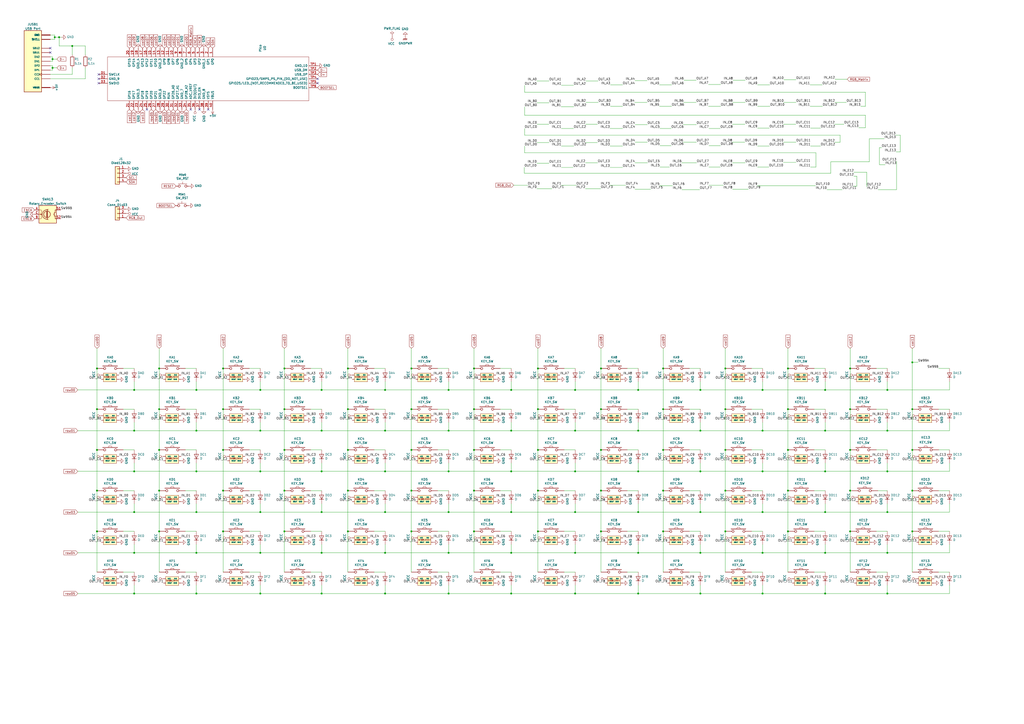
<source format=kicad_sch>
(kicad_sch (version 20230121) (generator eeschema)
  (paper "A2")
  (lib_symbols
    (symbol "KEY_SW_RGB_1" (pin_numbers hide) (pin_names (offset 1.016))
      (property "Reference" "KL" (at -3.81 2.794 0))
      (property "Value" "KEY_SW_RGB_1" (at -0.2032 -11.8364 0))
      (symbol "KEY_SW_RGB_1_0_1"
        (pin passive inverted (at -7.62 0 0) (length 5.08) (name "~") (number "1"))
        (pin passive inverted (at 7.62 0 180) (length 5.08) (name "~") (number "2"))
      )
      (symbol "KEY_SW_RGB_1_1_1"
        (text "SK6812mini" (at -0.0762 -4.953 0) (effects (font (size 0.7874 0.7874))))
        (pin power_in line (at -5.08 -3.81 0) (length 1.27) (name "VCC") (number "3"))
        (pin output line (at -5.08 -6.35 0) (length 1.27) (name "DOUT") (number "4"))
        (pin power_in line (at 5.08 -6.35 180) (length 1.27) (name "GND") (number "5"))
        (pin input line (at 5.08 -3.81 180) (length 1.27) (name "DIN") (number "6"))
      )
    )
    (symbol "KEY_SW_RGB_10" (pin_numbers hide) (pin_names (offset 1.016))
      (property "Reference" "KL" (at -3.81 2.794 0))
      (property "Value" "KEY_SW_RGB_10" (at -0.2032 -11.8364 0))
      (symbol "KEY_SW_RGB_10_0_1"
        (pin passive inverted (at -7.62 0 0) (length 5.08) (name "~") (number "1"))
        (pin passive inverted (at 7.62 0 180) (length 5.08) (name "~") (number "2"))
      )
      (symbol "KEY_SW_RGB_10_1_1"
        (text "SK6812mini" (at -0.0762 -4.953 0) (effects (font (size 0.7874 0.7874))))
        (pin power_in line (at -5.08 -3.81 0) (length 1.27) (name "VCC") (number "3"))
        (pin output line (at -5.08 -6.35 0) (length 1.27) (name "DOUT") (number "4"))
        (pin power_in line (at 5.08 -6.35 180) (length 1.27) (name "GND") (number "5"))
        (pin input line (at 5.08 -3.81 180) (length 1.27) (name "DIN") (number "6"))
      )
    )
    (symbol "KEY_SW_RGB_11" (pin_numbers hide) (pin_names (offset 1.016))
      (property "Reference" "KL" (at -3.81 2.794 0))
      (property "Value" "KEY_SW_RGB_11" (at -0.2032 -11.8364 0))
      (symbol "KEY_SW_RGB_11_0_1"
        (pin passive inverted (at -7.62 0 0) (length 5.08) (name "~") (number "1"))
        (pin passive inverted (at 7.62 0 180) (length 5.08) (name "~") (number "2"))
      )
      (symbol "KEY_SW_RGB_11_1_1"
        (text "SK6812mini" (at -0.0762 -4.953 0) (effects (font (size 0.7874 0.7874))))
        (pin power_in line (at -5.08 -3.81 0) (length 1.27) (name "VCC") (number "3"))
        (pin output line (at -5.08 -6.35 0) (length 1.27) (name "DOUT") (number "4"))
        (pin power_in line (at 5.08 -6.35 180) (length 1.27) (name "GND") (number "5"))
        (pin input line (at 5.08 -3.81 180) (length 1.27) (name "DIN") (number "6"))
      )
    )
    (symbol "KEY_SW_RGB_12" (pin_numbers hide) (pin_names (offset 1.016))
      (property "Reference" "KL" (at -3.81 2.794 0))
      (property "Value" "KEY_SW_RGB_12" (at -0.2032 -11.8364 0))
      (symbol "KEY_SW_RGB_12_0_1"
        (pin passive inverted (at -7.62 0 0) (length 5.08) (name "~") (number "1"))
        (pin passive inverted (at 7.62 0 180) (length 5.08) (name "~") (number "2"))
      )
      (symbol "KEY_SW_RGB_12_1_1"
        (text "SK6812mini" (at -0.0762 -4.953 0) (effects (font (size 0.7874 0.7874))))
        (pin power_in line (at -5.08 -3.81 0) (length 1.27) (name "VCC") (number "3"))
        (pin output line (at -5.08 -6.35 0) (length 1.27) (name "DOUT") (number "4"))
        (pin power_in line (at 5.08 -6.35 180) (length 1.27) (name "GND") (number "5"))
        (pin input line (at 5.08 -3.81 180) (length 1.27) (name "DIN") (number "6"))
      )
    )
    (symbol "KEY_SW_RGB_13" (pin_numbers hide) (pin_names (offset 1.016))
      (property "Reference" "KL" (at -3.81 2.794 0))
      (property "Value" "KEY_SW_RGB_13" (at -0.2032 -11.8364 0))
      (symbol "KEY_SW_RGB_13_0_1"
        (pin passive inverted (at -7.62 0 0) (length 5.08) (name "~") (number "1"))
        (pin passive inverted (at 7.62 0 180) (length 5.08) (name "~") (number "2"))
      )
      (symbol "KEY_SW_RGB_13_1_1"
        (text "SK6812mini" (at -0.0762 -4.953 0) (effects (font (size 0.7874 0.7874))))
        (pin power_in line (at -5.08 -3.81 0) (length 1.27) (name "VCC") (number "3"))
        (pin output line (at -5.08 -6.35 0) (length 1.27) (name "DOUT") (number "4"))
        (pin power_in line (at 5.08 -6.35 180) (length 1.27) (name "GND") (number "5"))
        (pin input line (at 5.08 -3.81 180) (length 1.27) (name "DIN") (number "6"))
      )
    )
    (symbol "KEY_SW_RGB_14" (pin_numbers hide) (pin_names (offset 1.016))
      (property "Reference" "KL" (at -3.81 2.794 0))
      (property "Value" "KEY_SW_RGB_14" (at -0.2032 -11.8364 0))
      (symbol "KEY_SW_RGB_14_0_1"
        (pin passive inverted (at -7.62 0 0) (length 5.08) (name "~") (number "1"))
        (pin passive inverted (at 7.62 0 180) (length 5.08) (name "~") (number "2"))
      )
      (symbol "KEY_SW_RGB_14_1_1"
        (text "SK6812mini" (at -0.0762 -4.953 0) (effects (font (size 0.7874 0.7874))))
        (pin power_in line (at -5.08 -3.81 0) (length 1.27) (name "VCC") (number "3"))
        (pin output line (at -5.08 -6.35 0) (length 1.27) (name "DOUT") (number "4"))
        (pin power_in line (at 5.08 -6.35 180) (length 1.27) (name "GND") (number "5"))
        (pin input line (at 5.08 -3.81 180) (length 1.27) (name "DIN") (number "6"))
      )
    )
    (symbol "KEY_SW_RGB_15" (pin_numbers hide) (pin_names (offset 1.016))
      (property "Reference" "KL" (at -3.81 2.794 0))
      (property "Value" "KEY_SW_RGB_15" (at -0.2032 -11.8364 0))
      (symbol "KEY_SW_RGB_15_0_1"
        (pin passive inverted (at -7.62 0 0) (length 5.08) (name "~") (number "1"))
        (pin passive inverted (at 7.62 0 180) (length 5.08) (name "~") (number "2"))
      )
      (symbol "KEY_SW_RGB_15_1_1"
        (text "SK6812mini" (at -0.0762 -4.953 0) (effects (font (size 0.7874 0.7874))))
        (pin power_in line (at -5.08 -3.81 0) (length 1.27) (name "VCC") (number "3"))
        (pin output line (at -5.08 -6.35 0) (length 1.27) (name "DOUT") (number "4"))
        (pin power_in line (at 5.08 -6.35 180) (length 1.27) (name "GND") (number "5"))
        (pin input line (at 5.08 -3.81 180) (length 1.27) (name "DIN") (number "6"))
      )
    )
    (symbol "KEY_SW_RGB_16" (pin_numbers hide) (pin_names (offset 1.016))
      (property "Reference" "KL" (at -3.81 2.794 0))
      (property "Value" "KEY_SW_RGB_16" (at -0.2032 -11.8364 0))
      (symbol "KEY_SW_RGB_16_0_1"
        (pin passive inverted (at -7.62 0 0) (length 5.08) (name "~") (number "1"))
        (pin passive inverted (at 7.62 0 180) (length 5.08) (name "~") (number "2"))
      )
      (symbol "KEY_SW_RGB_16_1_1"
        (text "SK6812mini" (at -0.0762 -4.953 0) (effects (font (size 0.7874 0.7874))))
        (pin power_in line (at -5.08 -3.81 0) (length 1.27) (name "VCC") (number "3"))
        (pin output line (at -5.08 -6.35 0) (length 1.27) (name "DOUT") (number "4"))
        (pin power_in line (at 5.08 -6.35 180) (length 1.27) (name "GND") (number "5"))
        (pin input line (at 5.08 -3.81 180) (length 1.27) (name "DIN") (number "6"))
      )
    )
    (symbol "KEY_SW_RGB_17" (pin_numbers hide) (pin_names (offset 1.016))
      (property "Reference" "KL" (at -3.81 2.794 0))
      (property "Value" "KEY_SW_RGB_17" (at -0.2032 -11.8364 0))
      (symbol "KEY_SW_RGB_17_0_1"
        (pin passive inverted (at -7.62 0 0) (length 5.08) (name "~") (number "1"))
        (pin passive inverted (at 7.62 0 180) (length 5.08) (name "~") (number "2"))
      )
      (symbol "KEY_SW_RGB_17_1_1"
        (text "SK6812mini" (at -0.0762 -4.953 0) (effects (font (size 0.7874 0.7874))))
        (pin power_in line (at -5.08 -3.81 0) (length 1.27) (name "VCC") (number "3"))
        (pin output line (at -5.08 -6.35 0) (length 1.27) (name "DOUT") (number "4"))
        (pin power_in line (at 5.08 -6.35 180) (length 1.27) (name "GND") (number "5"))
        (pin input line (at 5.08 -3.81 180) (length 1.27) (name "DIN") (number "6"))
      )
    )
    (symbol "KEY_SW_RGB_18" (pin_numbers hide) (pin_names (offset 1.016))
      (property "Reference" "KL" (at -3.81 2.794 0))
      (property "Value" "KEY_SW_RGB_18" (at -0.2032 -11.8364 0))
      (symbol "KEY_SW_RGB_18_0_1"
        (pin passive inverted (at -7.62 0 0) (length 5.08) (name "~") (number "1"))
        (pin passive inverted (at 7.62 0 180) (length 5.08) (name "~") (number "2"))
      )
      (symbol "KEY_SW_RGB_18_1_1"
        (text "SK6812mini" (at -0.0762 -4.953 0) (effects (font (size 0.7874 0.7874))))
        (pin power_in line (at -5.08 -3.81 0) (length 1.27) (name "VCC") (number "3"))
        (pin output line (at -5.08 -6.35 0) (length 1.27) (name "DOUT") (number "4"))
        (pin power_in line (at 5.08 -6.35 180) (length 1.27) (name "GND") (number "5"))
        (pin input line (at 5.08 -3.81 180) (length 1.27) (name "DIN") (number "6"))
      )
    )
    (symbol "KEY_SW_RGB_19" (pin_numbers hide) (pin_names (offset 1.016))
      (property "Reference" "KL" (at -3.81 2.794 0))
      (property "Value" "KEY_SW_RGB_19" (at -0.2032 -11.8364 0))
      (symbol "KEY_SW_RGB_19_0_1"
        (pin passive inverted (at -7.62 0 0) (length 5.08) (name "~") (number "1"))
        (pin passive inverted (at 7.62 0 180) (length 5.08) (name "~") (number "2"))
      )
      (symbol "KEY_SW_RGB_19_1_1"
        (text "SK6812mini" (at -0.0762 -4.953 0) (effects (font (size 0.7874 0.7874))))
        (pin power_in line (at -5.08 -3.81 0) (length 1.27) (name "VCC") (number "3"))
        (pin output line (at -5.08 -6.35 0) (length 1.27) (name "DOUT") (number "4"))
        (pin power_in line (at 5.08 -6.35 180) (length 1.27) (name "GND") (number "5"))
        (pin input line (at 5.08 -3.81 180) (length 1.27) (name "DIN") (number "6"))
      )
    )
    (symbol "KEY_SW_RGB_2" (pin_numbers hide) (pin_names (offset 1.016))
      (property "Reference" "KL" (at -3.81 2.794 0))
      (property "Value" "KEY_SW_RGB_2" (at -0.2032 -11.8364 0))
      (symbol "KEY_SW_RGB_2_0_1"
        (pin passive inverted (at -7.62 0 0) (length 5.08) (name "~") (number "1"))
        (pin passive inverted (at 7.62 0 180) (length 5.08) (name "~") (number "2"))
      )
      (symbol "KEY_SW_RGB_2_1_1"
        (text "SK6812mini" (at -0.0762 -4.953 0) (effects (font (size 0.7874 0.7874))))
        (pin power_in line (at -5.08 -3.81 0) (length 1.27) (name "VCC") (number "3"))
        (pin output line (at -5.08 -6.35 0) (length 1.27) (name "DOUT") (number "4"))
        (pin power_in line (at 5.08 -6.35 180) (length 1.27) (name "GND") (number "5"))
        (pin input line (at 5.08 -3.81 180) (length 1.27) (name "DIN") (number "6"))
      )
    )
    (symbol "KEY_SW_RGB_20" (pin_numbers hide) (pin_names (offset 1.016))
      (property "Reference" "KL" (at -3.81 2.794 0))
      (property "Value" "KEY_SW_RGB_20" (at -0.2032 -11.8364 0))
      (symbol "KEY_SW_RGB_20_0_1"
        (pin passive inverted (at -7.62 0 0) (length 5.08) (name "~") (number "1"))
        (pin passive inverted (at 7.62 0 180) (length 5.08) (name "~") (number "2"))
      )
      (symbol "KEY_SW_RGB_20_1_1"
        (text "SK6812mini" (at -0.0762 -4.953 0) (effects (font (size 0.7874 0.7874))))
        (pin power_in line (at -5.08 -3.81 0) (length 1.27) (name "VCC") (number "3"))
        (pin output line (at -5.08 -6.35 0) (length 1.27) (name "DOUT") (number "4"))
        (pin power_in line (at 5.08 -6.35 180) (length 1.27) (name "GND") (number "5"))
        (pin input line (at 5.08 -3.81 180) (length 1.27) (name "DIN") (number "6"))
      )
    )
    (symbol "KEY_SW_RGB_21" (pin_numbers hide) (pin_names (offset 1.016))
      (property "Reference" "KL" (at -3.81 2.794 0))
      (property "Value" "KEY_SW_RGB_21" (at -0.2032 -11.8364 0))
      (symbol "KEY_SW_RGB_21_0_1"
        (pin passive inverted (at -7.62 0 0) (length 5.08) (name "~") (number "1"))
        (pin passive inverted (at 7.62 0 180) (length 5.08) (name "~") (number "2"))
      )
      (symbol "KEY_SW_RGB_21_1_1"
        (text "SK6812mini" (at -0.0762 -4.953 0) (effects (font (size 0.7874 0.7874))))
        (pin power_in line (at -5.08 -3.81 0) (length 1.27) (name "VCC") (number "3"))
        (pin output line (at -5.08 -6.35 0) (length 1.27) (name "DOUT") (number "4"))
        (pin power_in line (at 5.08 -6.35 180) (length 1.27) (name "GND") (number "5"))
        (pin input line (at 5.08 -3.81 180) (length 1.27) (name "DIN") (number "6"))
      )
    )
    (symbol "KEY_SW_RGB_22" (pin_numbers hide) (pin_names (offset 1.016))
      (property "Reference" "KL" (at -3.81 2.794 0))
      (property "Value" "KEY_SW_RGB_22" (at -0.2032 -11.8364 0))
      (symbol "KEY_SW_RGB_22_0_1"
        (pin passive inverted (at -7.62 0 0) (length 5.08) (name "~") (number "1"))
        (pin passive inverted (at 7.62 0 180) (length 5.08) (name "~") (number "2"))
      )
      (symbol "KEY_SW_RGB_22_1_1"
        (text "SK6812mini" (at -0.0762 -4.953 0) (effects (font (size 0.7874 0.7874))))
        (pin power_in line (at -5.08 -3.81 0) (length 1.27) (name "VCC") (number "3"))
        (pin output line (at -5.08 -6.35 0) (length 1.27) (name "DOUT") (number "4"))
        (pin power_in line (at 5.08 -6.35 180) (length 1.27) (name "GND") (number "5"))
        (pin input line (at 5.08 -3.81 180) (length 1.27) (name "DIN") (number "6"))
      )
    )
    (symbol "KEY_SW_RGB_23" (pin_numbers hide) (pin_names (offset 1.016))
      (property "Reference" "KL" (at -3.81 2.794 0))
      (property "Value" "KEY_SW_RGB_23" (at -0.2032 -11.8364 0))
      (symbol "KEY_SW_RGB_23_0_1"
        (pin passive inverted (at -7.62 0 0) (length 5.08) (name "~") (number "1"))
        (pin passive inverted (at 7.62 0 180) (length 5.08) (name "~") (number "2"))
      )
      (symbol "KEY_SW_RGB_23_1_1"
        (text "SK6812mini" (at -0.0762 -4.953 0) (effects (font (size 0.7874 0.7874))))
        (pin power_in line (at -5.08 -3.81 0) (length 1.27) (name "VCC") (number "3"))
        (pin output line (at -5.08 -6.35 0) (length 1.27) (name "DOUT") (number "4"))
        (pin power_in line (at 5.08 -6.35 180) (length 1.27) (name "GND") (number "5"))
        (pin input line (at 5.08 -3.81 180) (length 1.27) (name "DIN") (number "6"))
      )
    )
    (symbol "KEY_SW_RGB_24" (pin_numbers hide) (pin_names (offset 1.016))
      (property "Reference" "KL" (at -3.81 2.794 0))
      (property "Value" "KEY_SW_RGB_24" (at -0.2032 -11.8364 0))
      (symbol "KEY_SW_RGB_24_0_1"
        (pin passive inverted (at -7.62 0 0) (length 5.08) (name "~") (number "1"))
        (pin passive inverted (at 7.62 0 180) (length 5.08) (name "~") (number "2"))
      )
      (symbol "KEY_SW_RGB_24_1_1"
        (text "SK6812mini" (at -0.0762 -4.953 0) (effects (font (size 0.7874 0.7874))))
        (pin power_in line (at -5.08 -3.81 0) (length 1.27) (name "VCC") (number "3"))
        (pin output line (at -5.08 -6.35 0) (length 1.27) (name "DOUT") (number "4"))
        (pin power_in line (at 5.08 -6.35 180) (length 1.27) (name "GND") (number "5"))
        (pin input line (at 5.08 -3.81 180) (length 1.27) (name "DIN") (number "6"))
      )
    )
    (symbol "KEY_SW_RGB_25" (pin_numbers hide) (pin_names (offset 1.016))
      (property "Reference" "KL" (at -3.81 2.794 0))
      (property "Value" "KEY_SW_RGB_25" (at -0.2032 -11.8364 0))
      (symbol "KEY_SW_RGB_25_0_1"
        (pin passive inverted (at -7.62 0 0) (length 5.08) (name "~") (number "1"))
        (pin passive inverted (at 7.62 0 180) (length 5.08) (name "~") (number "2"))
      )
      (symbol "KEY_SW_RGB_25_1_1"
        (text "SK6812mini" (at -0.0762 -4.953 0) (effects (font (size 0.7874 0.7874))))
        (pin power_in line (at -5.08 -3.81 0) (length 1.27) (name "VCC") (number "3"))
        (pin output line (at -5.08 -6.35 0) (length 1.27) (name "DOUT") (number "4"))
        (pin power_in line (at 5.08 -6.35 180) (length 1.27) (name "GND") (number "5"))
        (pin input line (at 5.08 -3.81 180) (length 1.27) (name "DIN") (number "6"))
      )
    )
    (symbol "KEY_SW_RGB_26" (pin_numbers hide) (pin_names (offset 1.016))
      (property "Reference" "KL" (at -3.81 2.794 0))
      (property "Value" "KEY_SW_RGB_26" (at -0.2032 -11.8364 0))
      (symbol "KEY_SW_RGB_26_0_1"
        (pin passive inverted (at -7.62 0 0) (length 5.08) (name "~") (number "1"))
        (pin passive inverted (at 7.62 0 180) (length 5.08) (name "~") (number "2"))
      )
      (symbol "KEY_SW_RGB_26_1_1"
        (text "SK6812mini" (at -0.0762 -4.953 0) (effects (font (size 0.7874 0.7874))))
        (pin power_in line (at -5.08 -3.81 0) (length 1.27) (name "VCC") (number "3"))
        (pin output line (at -5.08 -6.35 0) (length 1.27) (name "DOUT") (number "4"))
        (pin power_in line (at 5.08 -6.35 180) (length 1.27) (name "GND") (number "5"))
        (pin input line (at 5.08 -3.81 180) (length 1.27) (name "DIN") (number "6"))
      )
    )
    (symbol "KEY_SW_RGB_27" (pin_numbers hide) (pin_names (offset 1.016))
      (property "Reference" "KL" (at -3.81 2.794 0))
      (property "Value" "KEY_SW_RGB_27" (at -0.2032 -11.8364 0))
      (symbol "KEY_SW_RGB_27_0_1"
        (pin passive inverted (at -7.62 0 0) (length 5.08) (name "~") (number "1"))
        (pin passive inverted (at 7.62 0 180) (length 5.08) (name "~") (number "2"))
      )
      (symbol "KEY_SW_RGB_27_1_1"
        (text "SK6812mini" (at -0.0762 -4.953 0) (effects (font (size 0.7874 0.7874))))
        (pin power_in line (at -5.08 -3.81 0) (length 1.27) (name "VCC") (number "3"))
        (pin output line (at -5.08 -6.35 0) (length 1.27) (name "DOUT") (number "4"))
        (pin power_in line (at 5.08 -6.35 180) (length 1.27) (name "GND") (number "5"))
        (pin input line (at 5.08 -3.81 180) (length 1.27) (name "DIN") (number "6"))
      )
    )
    (symbol "KEY_SW_RGB_28" (pin_numbers hide) (pin_names (offset 1.016))
      (property "Reference" "KL" (at -3.81 2.794 0))
      (property "Value" "KEY_SW_RGB_28" (at -0.2032 -11.8364 0))
      (symbol "KEY_SW_RGB_28_0_1"
        (pin passive inverted (at -7.62 0 0) (length 5.08) (name "~") (number "1"))
        (pin passive inverted (at 7.62 0 180) (length 5.08) (name "~") (number "2"))
      )
      (symbol "KEY_SW_RGB_28_1_1"
        (text "SK6812mini" (at -0.0762 -4.953 0) (effects (font (size 0.7874 0.7874))))
        (pin power_in line (at -5.08 -3.81 0) (length 1.27) (name "VCC") (number "3"))
        (pin output line (at -5.08 -6.35 0) (length 1.27) (name "DOUT") (number "4"))
        (pin power_in line (at 5.08 -6.35 180) (length 1.27) (name "GND") (number "5"))
        (pin input line (at 5.08 -3.81 180) (length 1.27) (name "DIN") (number "6"))
      )
    )
    (symbol "KEY_SW_RGB_29" (pin_numbers hide) (pin_names (offset 1.016))
      (property "Reference" "KL" (at -3.81 2.794 0))
      (property "Value" "KEY_SW_RGB_29" (at -0.2032 -11.8364 0))
      (symbol "KEY_SW_RGB_29_0_1"
        (pin passive inverted (at -7.62 0 0) (length 5.08) (name "~") (number "1"))
        (pin passive inverted (at 7.62 0 180) (length 5.08) (name "~") (number "2"))
      )
      (symbol "KEY_SW_RGB_29_1_1"
        (text "SK6812mini" (at -0.0762 -4.953 0) (effects (font (size 0.7874 0.7874))))
        (pin power_in line (at -5.08 -3.81 0) (length 1.27) (name "VCC") (number "3"))
        (pin output line (at -5.08 -6.35 0) (length 1.27) (name "DOUT") (number "4"))
        (pin power_in line (at 5.08 -6.35 180) (length 1.27) (name "GND") (number "5"))
        (pin input line (at 5.08 -3.81 180) (length 1.27) (name "DIN") (number "6"))
      )
    )
    (symbol "KEY_SW_RGB_3" (pin_numbers hide) (pin_names (offset 1.016))
      (property "Reference" "KL" (at -3.81 2.794 0))
      (property "Value" "KEY_SW_RGB_3" (at -0.2032 -11.8364 0))
      (symbol "KEY_SW_RGB_3_0_1"
        (pin passive inverted (at -7.62 0 0) (length 5.08) (name "~") (number "1"))
        (pin passive inverted (at 7.62 0 180) (length 5.08) (name "~") (number "2"))
      )
      (symbol "KEY_SW_RGB_3_1_1"
        (text "SK6812mini" (at -0.0762 -4.953 0) (effects (font (size 0.7874 0.7874))))
        (pin power_in line (at -5.08 -3.81 0) (length 1.27) (name "VCC") (number "3"))
        (pin output line (at -5.08 -6.35 0) (length 1.27) (name "DOUT") (number "4"))
        (pin power_in line (at 5.08 -6.35 180) (length 1.27) (name "GND") (number "5"))
        (pin input line (at 5.08 -3.81 180) (length 1.27) (name "DIN") (number "6"))
      )
    )
    (symbol "KEY_SW_RGB_30" (pin_numbers hide) (pin_names (offset 1.016))
      (property "Reference" "KL" (at -3.81 2.794 0))
      (property "Value" "KEY_SW_RGB_30" (at -0.2032 -11.8364 0))
      (symbol "KEY_SW_RGB_30_0_1"
        (pin passive inverted (at -7.62 0 0) (length 5.08) (name "~") (number "1"))
        (pin passive inverted (at 7.62 0 180) (length 5.08) (name "~") (number "2"))
      )
      (symbol "KEY_SW_RGB_30_1_1"
        (text "SK6812mini" (at -0.0762 -4.953 0) (effects (font (size 0.7874 0.7874))))
        (pin power_in line (at -5.08 -3.81 0) (length 1.27) (name "VCC") (number "3"))
        (pin output line (at -5.08 -6.35 0) (length 1.27) (name "DOUT") (number "4"))
        (pin power_in line (at 5.08 -6.35 180) (length 1.27) (name "GND") (number "5"))
        (pin input line (at 5.08 -3.81 180) (length 1.27) (name "DIN") (number "6"))
      )
    )
    (symbol "KEY_SW_RGB_31" (pin_numbers hide) (pin_names (offset 1.016))
      (property "Reference" "KL" (at -3.81 2.794 0))
      (property "Value" "KEY_SW_RGB_31" (at -0.2032 -11.8364 0))
      (symbol "KEY_SW_RGB_31_0_1"
        (pin passive inverted (at -7.62 0 0) (length 5.08) (name "~") (number "1"))
        (pin passive inverted (at 7.62 0 180) (length 5.08) (name "~") (number "2"))
      )
      (symbol "KEY_SW_RGB_31_1_1"
        (text "SK6812mini" (at -0.0762 -4.953 0) (effects (font (size 0.7874 0.7874))))
        (pin power_in line (at -5.08 -3.81 0) (length 1.27) (name "VCC") (number "3"))
        (pin output line (at -5.08 -6.35 0) (length 1.27) (name "DOUT") (number "4"))
        (pin power_in line (at 5.08 -6.35 180) (length 1.27) (name "GND") (number "5"))
        (pin input line (at 5.08 -3.81 180) (length 1.27) (name "DIN") (number "6"))
      )
    )
    (symbol "KEY_SW_RGB_32" (pin_numbers hide) (pin_names (offset 1.016))
      (property "Reference" "KL" (at -3.81 2.794 0))
      (property "Value" "KEY_SW_RGB_32" (at -0.2032 -11.8364 0))
      (symbol "KEY_SW_RGB_32_0_1"
        (pin passive inverted (at -7.62 0 0) (length 5.08) (name "~") (number "1"))
        (pin passive inverted (at 7.62 0 180) (length 5.08) (name "~") (number "2"))
      )
      (symbol "KEY_SW_RGB_32_1_1"
        (text "SK6812mini" (at -0.0762 -4.953 0) (effects (font (size 0.7874 0.7874))))
        (pin power_in line (at -5.08 -3.81 0) (length 1.27) (name "VCC") (number "3"))
        (pin output line (at -5.08 -6.35 0) (length 1.27) (name "DOUT") (number "4"))
        (pin power_in line (at 5.08 -6.35 180) (length 1.27) (name "GND") (number "5"))
        (pin input line (at 5.08 -3.81 180) (length 1.27) (name "DIN") (number "6"))
      )
    )
    (symbol "KEY_SW_RGB_33" (pin_numbers hide) (pin_names (offset 1.016))
      (property "Reference" "KL" (at -3.81 2.794 0))
      (property "Value" "KEY_SW_RGB_33" (at -0.2032 -11.8364 0))
      (symbol "KEY_SW_RGB_33_0_1"
        (pin passive inverted (at -7.62 0 0) (length 5.08) (name "~") (number "1"))
        (pin passive inverted (at 7.62 0 180) (length 5.08) (name "~") (number "2"))
      )
      (symbol "KEY_SW_RGB_33_1_1"
        (text "SK6812mini" (at -0.0762 -4.953 0) (effects (font (size 0.7874 0.7874))))
        (pin power_in line (at -5.08 -3.81 0) (length 1.27) (name "VCC") (number "3"))
        (pin output line (at -5.08 -6.35 0) (length 1.27) (name "DOUT") (number "4"))
        (pin power_in line (at 5.08 -6.35 180) (length 1.27) (name "GND") (number "5"))
        (pin input line (at 5.08 -3.81 180) (length 1.27) (name "DIN") (number "6"))
      )
    )
    (symbol "KEY_SW_RGB_34" (pin_numbers hide) (pin_names (offset 1.016))
      (property "Reference" "KL" (at -3.81 2.794 0))
      (property "Value" "KEY_SW_RGB_34" (at -0.2032 -11.8364 0))
      (symbol "KEY_SW_RGB_34_0_1"
        (pin passive inverted (at -7.62 0 0) (length 5.08) (name "~") (number "1"))
        (pin passive inverted (at 7.62 0 180) (length 5.08) (name "~") (number "2"))
      )
      (symbol "KEY_SW_RGB_34_1_1"
        (text "SK6812mini" (at -0.0762 -4.953 0) (effects (font (size 0.7874 0.7874))))
        (pin power_in line (at -5.08 -3.81 0) (length 1.27) (name "VCC") (number "3"))
        (pin output line (at -5.08 -6.35 0) (length 1.27) (name "DOUT") (number "4"))
        (pin power_in line (at 5.08 -6.35 180) (length 1.27) (name "GND") (number "5"))
        (pin input line (at 5.08 -3.81 180) (length 1.27) (name "DIN") (number "6"))
      )
    )
    (symbol "KEY_SW_RGB_35" (pin_numbers hide) (pin_names (offset 1.016))
      (property "Reference" "KL" (at -3.81 2.794 0))
      (property "Value" "KEY_SW_RGB_35" (at -0.2032 -11.8364 0))
      (symbol "KEY_SW_RGB_35_0_1"
        (pin passive inverted (at -7.62 0 0) (length 5.08) (name "~") (number "1"))
        (pin passive inverted (at 7.62 0 180) (length 5.08) (name "~") (number "2"))
      )
      (symbol "KEY_SW_RGB_35_1_1"
        (text "SK6812mini" (at -0.0762 -4.953 0) (effects (font (size 0.7874 0.7874))))
        (pin power_in line (at -5.08 -3.81 0) (length 1.27) (name "VCC") (number "3"))
        (pin output line (at -5.08 -6.35 0) (length 1.27) (name "DOUT") (number "4"))
        (pin power_in line (at 5.08 -6.35 180) (length 1.27) (name "GND") (number "5"))
        (pin input line (at 5.08 -3.81 180) (length 1.27) (name "DIN") (number "6"))
      )
    )
    (symbol "KEY_SW_RGB_36" (pin_numbers hide) (pin_names (offset 1.016))
      (property "Reference" "KL" (at -3.81 2.794 0))
      (property "Value" "KEY_SW_RGB_36" (at -0.2032 -11.8364 0))
      (symbol "KEY_SW_RGB_36_0_1"
        (pin passive inverted (at -7.62 0 0) (length 5.08) (name "~") (number "1"))
        (pin passive inverted (at 7.62 0 180) (length 5.08) (name "~") (number "2"))
      )
      (symbol "KEY_SW_RGB_36_1_1"
        (text "SK6812mini" (at -0.0762 -4.953 0) (effects (font (size 0.7874 0.7874))))
        (pin power_in line (at -5.08 -3.81 0) (length 1.27) (name "VCC") (number "3"))
        (pin output line (at -5.08 -6.35 0) (length 1.27) (name "DOUT") (number "4"))
        (pin power_in line (at 5.08 -6.35 180) (length 1.27) (name "GND") (number "5"))
        (pin input line (at 5.08 -3.81 180) (length 1.27) (name "DIN") (number "6"))
      )
    )
    (symbol "KEY_SW_RGB_37" (pin_numbers hide) (pin_names (offset 1.016))
      (property "Reference" "KL" (at -3.81 2.794 0))
      (property "Value" "KEY_SW_RGB_37" (at -0.2032 -11.8364 0))
      (symbol "KEY_SW_RGB_37_0_1"
        (pin passive inverted (at -7.62 0 0) (length 5.08) (name "~") (number "1"))
        (pin passive inverted (at 7.62 0 180) (length 5.08) (name "~") (number "2"))
      )
      (symbol "KEY_SW_RGB_37_1_1"
        (text "SK6812mini" (at -0.0762 -4.953 0) (effects (font (size 0.7874 0.7874))))
        (pin power_in line (at -5.08 -3.81 0) (length 1.27) (name "VCC") (number "3"))
        (pin output line (at -5.08 -6.35 0) (length 1.27) (name "DOUT") (number "4"))
        (pin power_in line (at 5.08 -6.35 180) (length 1.27) (name "GND") (number "5"))
        (pin input line (at 5.08 -3.81 180) (length 1.27) (name "DIN") (number "6"))
      )
    )
    (symbol "KEY_SW_RGB_38" (pin_numbers hide) (pin_names (offset 1.016))
      (property "Reference" "KL" (at -3.81 2.794 0))
      (property "Value" "KEY_SW_RGB_38" (at -0.2032 -11.8364 0))
      (symbol "KEY_SW_RGB_38_0_1"
        (pin passive inverted (at -7.62 0 0) (length 5.08) (name "~") (number "1"))
        (pin passive inverted (at 7.62 0 180) (length 5.08) (name "~") (number "2"))
      )
      (symbol "KEY_SW_RGB_38_1_1"
        (text "SK6812mini" (at -0.0762 -4.953 0) (effects (font (size 0.7874 0.7874))))
        (pin power_in line (at -5.08 -3.81 0) (length 1.27) (name "VCC") (number "3"))
        (pin output line (at -5.08 -6.35 0) (length 1.27) (name "DOUT") (number "4"))
        (pin power_in line (at 5.08 -6.35 180) (length 1.27) (name "GND") (number "5"))
        (pin input line (at 5.08 -3.81 180) (length 1.27) (name "DIN") (number "6"))
      )
    )
    (symbol "KEY_SW_RGB_39" (pin_numbers hide) (pin_names (offset 1.016))
      (property "Reference" "KL" (at -3.81 2.794 0))
      (property "Value" "KEY_SW_RGB_39" (at -0.2032 -11.8364 0))
      (symbol "KEY_SW_RGB_39_0_1"
        (pin passive inverted (at -7.62 0 0) (length 5.08) (name "~") (number "1"))
        (pin passive inverted (at 7.62 0 180) (length 5.08) (name "~") (number "2"))
      )
      (symbol "KEY_SW_RGB_39_1_1"
        (text "SK6812mini" (at -0.0762 -4.953 0) (effects (font (size 0.7874 0.7874))))
        (pin power_in line (at -5.08 -3.81 0) (length 1.27) (name "VCC") (number "3"))
        (pin output line (at -5.08 -6.35 0) (length 1.27) (name "DOUT") (number "4"))
        (pin power_in line (at 5.08 -6.35 180) (length 1.27) (name "GND") (number "5"))
        (pin input line (at 5.08 -3.81 180) (length 1.27) (name "DIN") (number "6"))
      )
    )
    (symbol "KEY_SW_RGB_4" (pin_numbers hide) (pin_names (offset 1.016))
      (property "Reference" "KL" (at -3.81 2.794 0))
      (property "Value" "KEY_SW_RGB_4" (at -0.2032 -11.8364 0))
      (symbol "KEY_SW_RGB_4_0_1"
        (pin passive inverted (at -7.62 0 0) (length 5.08) (name "~") (number "1"))
        (pin passive inverted (at 7.62 0 180) (length 5.08) (name "~") (number "2"))
      )
      (symbol "KEY_SW_RGB_4_1_1"
        (text "SK6812mini" (at -0.0762 -4.953 0) (effects (font (size 0.7874 0.7874))))
        (pin power_in line (at -5.08 -3.81 0) (length 1.27) (name "VCC") (number "3"))
        (pin output line (at -5.08 -6.35 0) (length 1.27) (name "DOUT") (number "4"))
        (pin power_in line (at 5.08 -6.35 180) (length 1.27) (name "GND") (number "5"))
        (pin input line (at 5.08 -3.81 180) (length 1.27) (name "DIN") (number "6"))
      )
    )
    (symbol "KEY_SW_RGB_40" (pin_numbers hide) (pin_names (offset 1.016))
      (property "Reference" "KL" (at -3.81 2.794 0))
      (property "Value" "KEY_SW_RGB_40" (at -0.2032 -11.8364 0))
      (symbol "KEY_SW_RGB_40_0_1"
        (pin passive inverted (at -7.62 0 0) (length 5.08) (name "~") (number "1"))
        (pin passive inverted (at 7.62 0 180) (length 5.08) (name "~") (number "2"))
      )
      (symbol "KEY_SW_RGB_40_1_1"
        (text "SK6812mini" (at -0.0762 -4.953 0) (effects (font (size 0.7874 0.7874))))
        (pin power_in line (at -5.08 -3.81 0) (length 1.27) (name "VCC") (number "3"))
        (pin output line (at -5.08 -6.35 0) (length 1.27) (name "DOUT") (number "4"))
        (pin power_in line (at 5.08 -6.35 180) (length 1.27) (name "GND") (number "5"))
        (pin input line (at 5.08 -3.81 180) (length 1.27) (name "DIN") (number "6"))
      )
    )
    (symbol "KEY_SW_RGB_41" (pin_numbers hide) (pin_names (offset 1.016))
      (property "Reference" "KL" (at -3.81 2.794 0))
      (property "Value" "KEY_SW_RGB_41" (at -0.2032 -11.8364 0))
      (symbol "KEY_SW_RGB_41_0_1"
        (pin passive inverted (at -7.62 0 0) (length 5.08) (name "~") (number "1"))
        (pin passive inverted (at 7.62 0 180) (length 5.08) (name "~") (number "2"))
      )
      (symbol "KEY_SW_RGB_41_1_1"
        (text "SK6812mini" (at -0.0762 -4.953 0) (effects (font (size 0.7874 0.7874))))
        (pin power_in line (at -5.08 -3.81 0) (length 1.27) (name "VCC") (number "3"))
        (pin output line (at -5.08 -6.35 0) (length 1.27) (name "DOUT") (number "4"))
        (pin power_in line (at 5.08 -6.35 180) (length 1.27) (name "GND") (number "5"))
        (pin input line (at 5.08 -3.81 180) (length 1.27) (name "DIN") (number "6"))
      )
    )
    (symbol "KEY_SW_RGB_42" (pin_numbers hide) (pin_names (offset 1.016))
      (property "Reference" "KL" (at -3.81 2.794 0))
      (property "Value" "KEY_SW_RGB_42" (at -0.2032 -11.8364 0))
      (symbol "KEY_SW_RGB_42_0_1"
        (pin passive inverted (at -7.62 0 0) (length 5.08) (name "~") (number "1"))
        (pin passive inverted (at 7.62 0 180) (length 5.08) (name "~") (number "2"))
      )
      (symbol "KEY_SW_RGB_42_1_1"
        (text "SK6812mini" (at -0.0762 -4.953 0) (effects (font (size 0.7874 0.7874))))
        (pin power_in line (at -5.08 -3.81 0) (length 1.27) (name "VCC") (number "3"))
        (pin output line (at -5.08 -6.35 0) (length 1.27) (name "DOUT") (number "4"))
        (pin power_in line (at 5.08 -6.35 180) (length 1.27) (name "GND") (number "5"))
        (pin input line (at 5.08 -3.81 180) (length 1.27) (name "DIN") (number "6"))
      )
    )
    (symbol "KEY_SW_RGB_43" (pin_numbers hide) (pin_names (offset 1.016))
      (property "Reference" "KL" (at -3.81 2.794 0))
      (property "Value" "KEY_SW_RGB_43" (at -0.2032 -11.8364 0))
      (symbol "KEY_SW_RGB_43_0_1"
        (pin passive inverted (at -7.62 0 0) (length 5.08) (name "~") (number "1"))
        (pin passive inverted (at 7.62 0 180) (length 5.08) (name "~") (number "2"))
      )
      (symbol "KEY_SW_RGB_43_1_1"
        (text "SK6812mini" (at -0.0762 -4.953 0) (effects (font (size 0.7874 0.7874))))
        (pin power_in line (at -5.08 -3.81 0) (length 1.27) (name "VCC") (number "3"))
        (pin output line (at -5.08 -6.35 0) (length 1.27) (name "DOUT") (number "4"))
        (pin power_in line (at 5.08 -6.35 180) (length 1.27) (name "GND") (number "5"))
        (pin input line (at 5.08 -3.81 180) (length 1.27) (name "DIN") (number "6"))
      )
    )
    (symbol "KEY_SW_RGB_44" (pin_numbers hide) (pin_names (offset 1.016))
      (property "Reference" "KL" (at -3.81 2.794 0))
      (property "Value" "KEY_SW_RGB_44" (at -0.2032 -11.8364 0))
      (symbol "KEY_SW_RGB_44_0_1"
        (pin passive inverted (at -7.62 0 0) (length 5.08) (name "~") (number "1"))
        (pin passive inverted (at 7.62 0 180) (length 5.08) (name "~") (number "2"))
      )
      (symbol "KEY_SW_RGB_44_1_1"
        (text "SK6812mini" (at -0.0762 -4.953 0) (effects (font (size 0.7874 0.7874))))
        (pin power_in line (at -5.08 -3.81 0) (length 1.27) (name "VCC") (number "3"))
        (pin output line (at -5.08 -6.35 0) (length 1.27) (name "DOUT") (number "4"))
        (pin power_in line (at 5.08 -6.35 180) (length 1.27) (name "GND") (number "5"))
        (pin input line (at 5.08 -3.81 180) (length 1.27) (name "DIN") (number "6"))
      )
    )
    (symbol "KEY_SW_RGB_45" (pin_numbers hide) (pin_names (offset 1.016))
      (property "Reference" "KL" (at -3.81 2.794 0))
      (property "Value" "KEY_SW_RGB_45" (at -0.2032 -11.8364 0))
      (symbol "KEY_SW_RGB_45_0_1"
        (pin passive inverted (at -7.62 0 0) (length 5.08) (name "~") (number "1"))
        (pin passive inverted (at 7.62 0 180) (length 5.08) (name "~") (number "2"))
      )
      (symbol "KEY_SW_RGB_45_1_1"
        (text "SK6812mini" (at -0.0762 -4.953 0) (effects (font (size 0.7874 0.7874))))
        (pin power_in line (at -5.08 -3.81 0) (length 1.27) (name "VCC") (number "3"))
        (pin output line (at -5.08 -6.35 0) (length 1.27) (name "DOUT") (number "4"))
        (pin power_in line (at 5.08 -6.35 180) (length 1.27) (name "GND") (number "5"))
        (pin input line (at 5.08 -3.81 180) (length 1.27) (name "DIN") (number "6"))
      )
    )
    (symbol "KEY_SW_RGB_46" (pin_numbers hide) (pin_names (offset 1.016))
      (property "Reference" "KL" (at -3.81 2.794 0))
      (property "Value" "KEY_SW_RGB_46" (at -0.2032 -11.8364 0))
      (symbol "KEY_SW_RGB_46_0_1"
        (pin passive inverted (at -7.62 0 0) (length 5.08) (name "~") (number "1"))
        (pin passive inverted (at 7.62 0 180) (length 5.08) (name "~") (number "2"))
      )
      (symbol "KEY_SW_RGB_46_1_1"
        (text "SK6812mini" (at -0.0762 -4.953 0) (effects (font (size 0.7874 0.7874))))
        (pin power_in line (at -5.08 -3.81 0) (length 1.27) (name "VCC") (number "3"))
        (pin output line (at -5.08 -6.35 0) (length 1.27) (name "DOUT") (number "4"))
        (pin power_in line (at 5.08 -6.35 180) (length 1.27) (name "GND") (number "5"))
        (pin input line (at 5.08 -3.81 180) (length 1.27) (name "DIN") (number "6"))
      )
    )
    (symbol "KEY_SW_RGB_47" (pin_numbers hide) (pin_names (offset 1.016))
      (property "Reference" "KL" (at -3.81 2.794 0))
      (property "Value" "KEY_SW_RGB_47" (at -0.2032 -11.8364 0))
      (symbol "KEY_SW_RGB_47_0_1"
        (pin passive inverted (at -7.62 0 0) (length 5.08) (name "~") (number "1"))
        (pin passive inverted (at 7.62 0 180) (length 5.08) (name "~") (number "2"))
      )
      (symbol "KEY_SW_RGB_47_1_1"
        (text "SK6812mini" (at -0.0762 -4.953 0) (effects (font (size 0.7874 0.7874))))
        (pin power_in line (at -5.08 -3.81 0) (length 1.27) (name "VCC") (number "3"))
        (pin output line (at -5.08 -6.35 0) (length 1.27) (name "DOUT") (number "4"))
        (pin power_in line (at 5.08 -6.35 180) (length 1.27) (name "GND") (number "5"))
        (pin input line (at 5.08 -3.81 180) (length 1.27) (name "DIN") (number "6"))
      )
    )
    (symbol "KEY_SW_RGB_48" (pin_numbers hide) (pin_names (offset 1.016))
      (property "Reference" "KL" (at -3.81 2.794 0))
      (property "Value" "KEY_SW_RGB_48" (at -0.2032 -11.8364 0))
      (symbol "KEY_SW_RGB_48_0_1"
        (pin passive inverted (at -7.62 0 0) (length 5.08) (name "~") (number "1"))
        (pin passive inverted (at 7.62 0 180) (length 5.08) (name "~") (number "2"))
      )
      (symbol "KEY_SW_RGB_48_1_1"
        (text "SK6812mini" (at -0.0762 -4.953 0) (effects (font (size 0.7874 0.7874))))
        (pin power_in line (at -5.08 -3.81 0) (length 1.27) (name "VCC") (number "3"))
        (pin output line (at -5.08 -6.35 0) (length 1.27) (name "DOUT") (number "4"))
        (pin power_in line (at 5.08 -6.35 180) (length 1.27) (name "GND") (number "5"))
        (pin input line (at 5.08 -3.81 180) (length 1.27) (name "DIN") (number "6"))
      )
    )
    (symbol "KEY_SW_RGB_49" (pin_numbers hide) (pin_names (offset 1.016))
      (property "Reference" "KL" (at -3.81 2.794 0))
      (property "Value" "KEY_SW_RGB_49" (at -0.2032 -11.8364 0))
      (symbol "KEY_SW_RGB_49_0_1"
        (pin passive inverted (at -7.62 0 0) (length 5.08) (name "~") (number "1"))
        (pin passive inverted (at 7.62 0 180) (length 5.08) (name "~") (number "2"))
      )
      (symbol "KEY_SW_RGB_49_1_1"
        (text "SK6812mini" (at -0.0762 -4.953 0) (effects (font (size 0.7874 0.7874))))
        (pin power_in line (at -5.08 -3.81 0) (length 1.27) (name "VCC") (number "3"))
        (pin output line (at -5.08 -6.35 0) (length 1.27) (name "DOUT") (number "4"))
        (pin power_in line (at 5.08 -6.35 180) (length 1.27) (name "GND") (number "5"))
        (pin input line (at 5.08 -3.81 180) (length 1.27) (name "DIN") (number "6"))
      )
    )
    (symbol "KEY_SW_RGB_5" (pin_numbers hide) (pin_names (offset 1.016))
      (property "Reference" "KL" (at -3.81 2.794 0))
      (property "Value" "KEY_SW_RGB_5" (at -0.2032 -11.8364 0))
      (symbol "KEY_SW_RGB_5_0_1"
        (pin passive inverted (at -7.62 0 0) (length 5.08) (name "~") (number "1"))
        (pin passive inverted (at 7.62 0 180) (length 5.08) (name "~") (number "2"))
      )
      (symbol "KEY_SW_RGB_5_1_1"
        (text "SK6812mini" (at -0.0762 -4.953 0) (effects (font (size 0.7874 0.7874))))
        (pin power_in line (at -5.08 -3.81 0) (length 1.27) (name "VCC") (number "3"))
        (pin output line (at -5.08 -6.35 0) (length 1.27) (name "DOUT") (number "4"))
        (pin power_in line (at 5.08 -6.35 180) (length 1.27) (name "GND") (number "5"))
        (pin input line (at 5.08 -3.81 180) (length 1.27) (name "DIN") (number "6"))
      )
    )
    (symbol "KEY_SW_RGB_50" (pin_numbers hide) (pin_names (offset 1.016))
      (property "Reference" "KL" (at -3.81 2.794 0))
      (property "Value" "KEY_SW_RGB_50" (at -0.2032 -11.8364 0))
      (symbol "KEY_SW_RGB_50_0_1"
        (pin passive inverted (at -7.62 0 0) (length 5.08) (name "~") (number "1"))
        (pin passive inverted (at 7.62 0 180) (length 5.08) (name "~") (number "2"))
      )
      (symbol "KEY_SW_RGB_50_1_1"
        (text "SK6812mini" (at -0.0762 -4.953 0) (effects (font (size 0.7874 0.7874))))
        (pin power_in line (at -5.08 -3.81 0) (length 1.27) (name "VCC") (number "3"))
        (pin output line (at -5.08 -6.35 0) (length 1.27) (name "DOUT") (number "4"))
        (pin power_in line (at 5.08 -6.35 180) (length 1.27) (name "GND") (number "5"))
        (pin input line (at 5.08 -3.81 180) (length 1.27) (name "DIN") (number "6"))
      )
    )
    (symbol "KEY_SW_RGB_51" (pin_numbers hide) (pin_names (offset 1.016))
      (property "Reference" "KL" (at -3.81 2.794 0))
      (property "Value" "KEY_SW_RGB_51" (at -0.2032 -11.8364 0))
      (symbol "KEY_SW_RGB_51_0_1"
        (pin passive inverted (at -7.62 0 0) (length 5.08) (name "~") (number "1"))
        (pin passive inverted (at 7.62 0 180) (length 5.08) (name "~") (number "2"))
      )
      (symbol "KEY_SW_RGB_51_1_1"
        (text "SK6812mini" (at -0.0762 -4.953 0) (effects (font (size 0.7874 0.7874))))
        (pin power_in line (at -5.08 -3.81 0) (length 1.27) (name "VCC") (number "3"))
        (pin output line (at -5.08 -6.35 0) (length 1.27) (name "DOUT") (number "4"))
        (pin power_in line (at 5.08 -6.35 180) (length 1.27) (name "GND") (number "5"))
        (pin input line (at 5.08 -3.81 180) (length 1.27) (name "DIN") (number "6"))
      )
    )
    (symbol "KEY_SW_RGB_52" (pin_numbers hide) (pin_names (offset 1.016))
      (property "Reference" "KL" (at -3.81 2.794 0))
      (property "Value" "KEY_SW_RGB_52" (at -0.2032 -11.8364 0))
      (symbol "KEY_SW_RGB_52_0_1"
        (pin passive inverted (at -7.62 0 0) (length 5.08) (name "~") (number "1"))
        (pin passive inverted (at 7.62 0 180) (length 5.08) (name "~") (number "2"))
      )
      (symbol "KEY_SW_RGB_52_1_1"
        (text "SK6812mini" (at -0.0762 -4.953 0) (effects (font (size 0.7874 0.7874))))
        (pin power_in line (at -5.08 -3.81 0) (length 1.27) (name "VCC") (number "3"))
        (pin output line (at -5.08 -6.35 0) (length 1.27) (name "DOUT") (number "4"))
        (pin power_in line (at 5.08 -6.35 180) (length 1.27) (name "GND") (number "5"))
        (pin input line (at 5.08 -3.81 180) (length 1.27) (name "DIN") (number "6"))
      )
    )
    (symbol "KEY_SW_RGB_53" (pin_numbers hide) (pin_names (offset 1.016))
      (property "Reference" "KL" (at -3.81 2.794 0))
      (property "Value" "KEY_SW_RGB_53" (at -0.2032 -11.8364 0))
      (symbol "KEY_SW_RGB_53_0_1"
        (pin passive inverted (at -7.62 0 0) (length 5.08) (name "~") (number "1"))
        (pin passive inverted (at 7.62 0 180) (length 5.08) (name "~") (number "2"))
      )
      (symbol "KEY_SW_RGB_53_1_1"
        (text "SK6812mini" (at -0.0762 -4.953 0) (effects (font (size 0.7874 0.7874))))
        (pin power_in line (at -5.08 -3.81 0) (length 1.27) (name "VCC") (number "3"))
        (pin output line (at -5.08 -6.35 0) (length 1.27) (name "DOUT") (number "4"))
        (pin power_in line (at 5.08 -6.35 180) (length 1.27) (name "GND") (number "5"))
        (pin input line (at 5.08 -3.81 180) (length 1.27) (name "DIN") (number "6"))
      )
    )
    (symbol "KEY_SW_RGB_54" (pin_numbers hide) (pin_names (offset 1.016))
      (property "Reference" "KL" (at -3.81 2.794 0))
      (property "Value" "KEY_SW_RGB_54" (at -0.2032 -11.8364 0))
      (symbol "KEY_SW_RGB_54_0_1"
        (pin passive inverted (at -7.62 0 0) (length 5.08) (name "~") (number "1"))
        (pin passive inverted (at 7.62 0 180) (length 5.08) (name "~") (number "2"))
      )
      (symbol "KEY_SW_RGB_54_1_1"
        (text "SK6812mini" (at -0.0762 -4.953 0) (effects (font (size 0.7874 0.7874))))
        (pin power_in line (at -5.08 -3.81 0) (length 1.27) (name "VCC") (number "3"))
        (pin output line (at -5.08 -6.35 0) (length 1.27) (name "DOUT") (number "4"))
        (pin power_in line (at 5.08 -6.35 180) (length 1.27) (name "GND") (number "5"))
        (pin input line (at 5.08 -3.81 180) (length 1.27) (name "DIN") (number "6"))
      )
    )
    (symbol "KEY_SW_RGB_55" (pin_numbers hide) (pin_names (offset 1.016))
      (property "Reference" "KL" (at -3.81 2.794 0))
      (property "Value" "KEY_SW_RGB_55" (at -0.2032 -11.8364 0))
      (symbol "KEY_SW_RGB_55_0_1"
        (pin passive inverted (at -7.62 0 0) (length 5.08) (name "~") (number "1"))
        (pin passive inverted (at 7.62 0 180) (length 5.08) (name "~") (number "2"))
      )
      (symbol "KEY_SW_RGB_55_1_1"
        (text "SK6812mini" (at -0.0762 -4.953 0) (effects (font (size 0.7874 0.7874))))
        (pin power_in line (at -5.08 -3.81 0) (length 1.27) (name "VCC") (number "3"))
        (pin output line (at -5.08 -6.35 0) (length 1.27) (name "DOUT") (number "4"))
        (pin power_in line (at 5.08 -6.35 180) (length 1.27) (name "GND") (number "5"))
        (pin input line (at 5.08 -3.81 180) (length 1.27) (name "DIN") (number "6"))
      )
    )
    (symbol "KEY_SW_RGB_56" (pin_numbers hide) (pin_names (offset 1.016))
      (property "Reference" "KL" (at -3.81 2.794 0))
      (property "Value" "KEY_SW_RGB_56" (at -0.2032 -11.8364 0))
      (symbol "KEY_SW_RGB_56_0_1"
        (pin passive inverted (at -7.62 0 0) (length 5.08) (name "~") (number "1"))
        (pin passive inverted (at 7.62 0 180) (length 5.08) (name "~") (number "2"))
      )
      (symbol "KEY_SW_RGB_56_1_1"
        (text "SK6812mini" (at -0.0762 -4.953 0) (effects (font (size 0.7874 0.7874))))
        (pin power_in line (at -5.08 -3.81 0) (length 1.27) (name "VCC") (number "3"))
        (pin output line (at -5.08 -6.35 0) (length 1.27) (name "DOUT") (number "4"))
        (pin power_in line (at 5.08 -6.35 180) (length 1.27) (name "GND") (number "5"))
        (pin input line (at 5.08 -3.81 180) (length 1.27) (name "DIN") (number "6"))
      )
    )
    (symbol "KEY_SW_RGB_57" (pin_numbers hide) (pin_names (offset 1.016))
      (property "Reference" "KL" (at -3.81 2.794 0))
      (property "Value" "KEY_SW_RGB_57" (at -0.2032 -11.8364 0))
      (symbol "KEY_SW_RGB_57_0_1"
        (pin passive inverted (at -7.62 0 0) (length 5.08) (name "~") (number "1"))
        (pin passive inverted (at 7.62 0 180) (length 5.08) (name "~") (number "2"))
      )
      (symbol "KEY_SW_RGB_57_1_1"
        (text "SK6812mini" (at -0.0762 -4.953 0) (effects (font (size 0.7874 0.7874))))
        (pin power_in line (at -5.08 -3.81 0) (length 1.27) (name "VCC") (number "3"))
        (pin output line (at -5.08 -6.35 0) (length 1.27) (name "DOUT") (number "4"))
        (pin power_in line (at 5.08 -6.35 180) (length 1.27) (name "GND") (number "5"))
        (pin input line (at 5.08 -3.81 180) (length 1.27) (name "DIN") (number "6"))
      )
    )
    (symbol "KEY_SW_RGB_59" (pin_numbers hide) (pin_names (offset 1.016))
      (property "Reference" "KL" (at -3.81 2.794 0))
      (property "Value" "KEY_SW_RGB_59" (at -0.2032 -11.8364 0))
      (symbol "KEY_SW_RGB_59_0_1"
        (pin passive inverted (at -7.62 0 0) (length 5.08) (name "~") (number "1"))
        (pin passive inverted (at 7.62 0 180) (length 5.08) (name "~") (number "2"))
      )
      (symbol "KEY_SW_RGB_59_1_1"
        (text "SK6812mini" (at -0.0762 -4.953 0) (effects (font (size 0.7874 0.7874))))
        (pin power_in line (at -5.08 -3.81 0) (length 1.27) (name "VCC") (number "3"))
        (pin output line (at -5.08 -6.35 0) (length 1.27) (name "DOUT") (number "4"))
        (pin power_in line (at 5.08 -6.35 180) (length 1.27) (name "GND") (number "5"))
        (pin input line (at 5.08 -3.81 180) (length 1.27) (name "DIN") (number "6"))
      )
    )
    (symbol "KEY_SW_RGB_6" (pin_numbers hide) (pin_names (offset 1.016))
      (property "Reference" "KL" (at -3.81 2.794 0))
      (property "Value" "KEY_SW_RGB_6" (at -0.2032 -11.8364 0))
      (symbol "KEY_SW_RGB_6_0_1"
        (pin passive inverted (at -7.62 0 0) (length 5.08) (name "~") (number "1"))
        (pin passive inverted (at 7.62 0 180) (length 5.08) (name "~") (number "2"))
      )
      (symbol "KEY_SW_RGB_6_1_1"
        (text "SK6812mini" (at -0.0762 -4.953 0) (effects (font (size 0.7874 0.7874))))
        (pin power_in line (at -5.08 -3.81 0) (length 1.27) (name "VCC") (number "3"))
        (pin output line (at -5.08 -6.35 0) (length 1.27) (name "DOUT") (number "4"))
        (pin power_in line (at 5.08 -6.35 180) (length 1.27) (name "GND") (number "5"))
        (pin input line (at 5.08 -3.81 180) (length 1.27) (name "DIN") (number "6"))
      )
    )
    (symbol "KEY_SW_RGB_60" (pin_numbers hide) (pin_names (offset 1.016))
      (property "Reference" "KL" (at -3.81 2.794 0))
      (property "Value" "KEY_SW_RGB_60" (at -0.2032 -11.8364 0))
      (symbol "KEY_SW_RGB_60_0_1"
        (pin passive inverted (at -7.62 0 0) (length 5.08) (name "~") (number "1"))
        (pin passive inverted (at 7.62 0 180) (length 5.08) (name "~") (number "2"))
      )
      (symbol "KEY_SW_RGB_60_1_1"
        (text "SK6812mini" (at -0.0762 -4.953 0) (effects (font (size 0.7874 0.7874))))
        (pin power_in line (at -5.08 -3.81 0) (length 1.27) (name "VCC") (number "3"))
        (pin output line (at -5.08 -6.35 0) (length 1.27) (name "DOUT") (number "4"))
        (pin power_in line (at 5.08 -6.35 180) (length 1.27) (name "GND") (number "5"))
        (pin input line (at 5.08 -3.81 180) (length 1.27) (name "DIN") (number "6"))
      )
    )
    (symbol "KEY_SW_RGB_61" (pin_numbers hide) (pin_names (offset 1.016))
      (property "Reference" "KL" (at -3.81 2.794 0))
      (property "Value" "KEY_SW_RGB_61" (at -0.2032 -11.8364 0))
      (symbol "KEY_SW_RGB_61_0_1"
        (pin passive inverted (at -7.62 0 0) (length 5.08) (name "~") (number "1"))
        (pin passive inverted (at 7.62 0 180) (length 5.08) (name "~") (number "2"))
      )
      (symbol "KEY_SW_RGB_61_1_1"
        (text "SK6812mini" (at -0.0762 -4.953 0) (effects (font (size 0.7874 0.7874))))
        (pin power_in line (at -5.08 -3.81 0) (length 1.27) (name "VCC") (number "3"))
        (pin output line (at -5.08 -6.35 0) (length 1.27) (name "DOUT") (number "4"))
        (pin power_in line (at 5.08 -6.35 180) (length 1.27) (name "GND") (number "5"))
        (pin input line (at 5.08 -3.81 180) (length 1.27) (name "DIN") (number "6"))
      )
    )
    (symbol "KEY_SW_RGB_62" (pin_numbers hide) (pin_names (offset 1.016))
      (property "Reference" "KL" (at -3.81 2.794 0))
      (property "Value" "KEY_SW_RGB_62" (at -0.2032 -11.8364 0))
      (symbol "KEY_SW_RGB_62_0_1"
        (pin passive inverted (at -7.62 0 0) (length 5.08) (name "~") (number "1"))
        (pin passive inverted (at 7.62 0 180) (length 5.08) (name "~") (number "2"))
      )
      (symbol "KEY_SW_RGB_62_1_1"
        (text "SK6812mini" (at -0.0762 -4.953 0) (effects (font (size 0.7874 0.7874))))
        (pin power_in line (at -5.08 -3.81 0) (length 1.27) (name "VCC") (number "3"))
        (pin output line (at -5.08 -6.35 0) (length 1.27) (name "DOUT") (number "4"))
        (pin power_in line (at 5.08 -6.35 180) (length 1.27) (name "GND") (number "5"))
        (pin input line (at 5.08 -3.81 180) (length 1.27) (name "DIN") (number "6"))
      )
    )
    (symbol "KEY_SW_RGB_63" (pin_numbers hide) (pin_names (offset 1.016))
      (property "Reference" "KL" (at -3.81 2.794 0))
      (property "Value" "KEY_SW_RGB_63" (at -0.2032 -11.8364 0))
      (symbol "KEY_SW_RGB_63_0_1"
        (pin passive inverted (at -7.62 0 0) (length 5.08) (name "~") (number "1"))
        (pin passive inverted (at 7.62 0 180) (length 5.08) (name "~") (number "2"))
      )
      (symbol "KEY_SW_RGB_63_1_1"
        (text "SK6812mini" (at -0.0762 -4.953 0) (effects (font (size 0.7874 0.7874))))
        (pin power_in line (at -5.08 -3.81 0) (length 1.27) (name "VCC") (number "3"))
        (pin output line (at -5.08 -6.35 0) (length 1.27) (name "DOUT") (number "4"))
        (pin power_in line (at 5.08 -6.35 180) (length 1.27) (name "GND") (number "5"))
        (pin input line (at 5.08 -3.81 180) (length 1.27) (name "DIN") (number "6"))
      )
    )
    (symbol "KEY_SW_RGB_64" (pin_numbers hide) (pin_names (offset 1.016))
      (property "Reference" "KL" (at -3.81 2.794 0))
      (property "Value" "KEY_SW_RGB_64" (at -0.2032 -11.8364 0))
      (symbol "KEY_SW_RGB_64_0_1"
        (pin passive inverted (at -7.62 0 0) (length 5.08) (name "~") (number "1"))
        (pin passive inverted (at 7.62 0 180) (length 5.08) (name "~") (number "2"))
      )
      (symbol "KEY_SW_RGB_64_1_1"
        (text "SK6812mini" (at -0.0762 -4.953 0) (effects (font (size 0.7874 0.7874))))
        (pin power_in line (at -5.08 -3.81 0) (length 1.27) (name "VCC") (number "3"))
        (pin output line (at -5.08 -6.35 0) (length 1.27) (name "DOUT") (number "4"))
        (pin power_in line (at 5.08 -6.35 180) (length 1.27) (name "GND") (number "5"))
        (pin input line (at 5.08 -3.81 180) (length 1.27) (name "DIN") (number "6"))
      )
    )
    (symbol "KEY_SW_RGB_65" (pin_numbers hide) (pin_names (offset 1.016))
      (property "Reference" "KL" (at -3.81 2.794 0))
      (property "Value" "KEY_SW_RGB_65" (at -0.2032 -11.8364 0))
      (symbol "KEY_SW_RGB_65_0_1"
        (pin passive inverted (at -7.62 0 0) (length 5.08) (name "~") (number "1"))
        (pin passive inverted (at 7.62 0 180) (length 5.08) (name "~") (number "2"))
      )
      (symbol "KEY_SW_RGB_65_1_1"
        (text "SK6812mini" (at -0.0762 -4.953 0) (effects (font (size 0.7874 0.7874))))
        (pin power_in line (at -5.08 -3.81 0) (length 1.27) (name "VCC") (number "3"))
        (pin output line (at -5.08 -6.35 0) (length 1.27) (name "DOUT") (number "4"))
        (pin power_in line (at 5.08 -6.35 180) (length 1.27) (name "GND") (number "5"))
        (pin input line (at 5.08 -3.81 180) (length 1.27) (name "DIN") (number "6"))
      )
    )
    (symbol "KEY_SW_RGB_66" (pin_numbers hide) (pin_names (offset 1.016))
      (property "Reference" "KL" (at -3.81 2.794 0))
      (property "Value" "KEY_SW_RGB_66" (at -0.2032 -11.8364 0))
      (symbol "KEY_SW_RGB_66_0_1"
        (pin passive inverted (at -7.62 0 0) (length 5.08) (name "~") (number "1"))
        (pin passive inverted (at 7.62 0 180) (length 5.08) (name "~") (number "2"))
      )
      (symbol "KEY_SW_RGB_66_1_1"
        (text "SK6812mini" (at -0.0762 -4.953 0) (effects (font (size 0.7874 0.7874))))
        (pin power_in line (at -5.08 -3.81 0) (length 1.27) (name "VCC") (number "3"))
        (pin output line (at -5.08 -6.35 0) (length 1.27) (name "DOUT") (number "4"))
        (pin power_in line (at 5.08 -6.35 180) (length 1.27) (name "GND") (number "5"))
        (pin input line (at 5.08 -3.81 180) (length 1.27) (name "DIN") (number "6"))
      )
    )
    (symbol "KEY_SW_RGB_67" (pin_numbers hide) (pin_names (offset 1.016))
      (property "Reference" "KL" (at -3.81 2.794 0))
      (property "Value" "KEY_SW_RGB_67" (at -0.2032 -11.8364 0))
      (symbol "KEY_SW_RGB_67_0_1"
        (pin passive inverted (at -7.62 0 0) (length 5.08) (name "~") (number "1"))
        (pin passive inverted (at 7.62 0 180) (length 5.08) (name "~") (number "2"))
      )
      (symbol "KEY_SW_RGB_67_1_1"
        (text "SK6812mini" (at -0.0762 -4.953 0) (effects (font (size 0.7874 0.7874))))
        (pin power_in line (at -5.08 -3.81 0) (length 1.27) (name "VCC") (number "3"))
        (pin output line (at -5.08 -6.35 0) (length 1.27) (name "DOUT") (number "4"))
        (pin power_in line (at 5.08 -6.35 180) (length 1.27) (name "GND") (number "5"))
        (pin input line (at 5.08 -3.81 180) (length 1.27) (name "DIN") (number "6"))
      )
    )
    (symbol "KEY_SW_RGB_69" (pin_numbers hide) (pin_names (offset 1.016))
      (property "Reference" "KL" (at -3.81 2.794 0))
      (property "Value" "KEY_SW_RGB_69" (at -0.2032 -11.8364 0))
      (symbol "KEY_SW_RGB_69_0_1"
        (pin passive inverted (at -7.62 0 0) (length 5.08) (name "~") (number "1"))
        (pin passive inverted (at 7.62 0 180) (length 5.08) (name "~") (number "2"))
      )
      (symbol "KEY_SW_RGB_69_1_1"
        (text "SK6812mini" (at -0.0762 -4.953 0) (effects (font (size 0.7874 0.7874))))
        (pin power_in line (at -5.08 -3.81 0) (length 1.27) (name "VCC") (number "3"))
        (pin output line (at -5.08 -6.35 0) (length 1.27) (name "DOUT") (number "4"))
        (pin power_in line (at 5.08 -6.35 180) (length 1.27) (name "GND") (number "5"))
        (pin input line (at 5.08 -3.81 180) (length 1.27) (name "DIN") (number "6"))
      )
    )
    (symbol "KEY_SW_RGB_7" (pin_numbers hide) (pin_names (offset 1.016))
      (property "Reference" "KL" (at -3.81 2.794 0))
      (property "Value" "KEY_SW_RGB_7" (at -0.2032 -11.8364 0))
      (symbol "KEY_SW_RGB_7_0_1"
        (pin passive inverted (at -7.62 0 0) (length 5.08) (name "~") (number "1"))
        (pin passive inverted (at 7.62 0 180) (length 5.08) (name "~") (number "2"))
      )
      (symbol "KEY_SW_RGB_7_1_1"
        (text "SK6812mini" (at -0.0762 -4.953 0) (effects (font (size 0.7874 0.7874))))
        (pin power_in line (at -5.08 -3.81 0) (length 1.27) (name "VCC") (number "3"))
        (pin output line (at -5.08 -6.35 0) (length 1.27) (name "DOUT") (number "4"))
        (pin power_in line (at 5.08 -6.35 180) (length 1.27) (name "GND") (number "5"))
        (pin input line (at 5.08 -3.81 180) (length 1.27) (name "DIN") (number "6"))
      )
    )
    (symbol "KEY_SW_RGB_70" (pin_numbers hide) (pin_names (offset 1.016))
      (property "Reference" "KL" (at -3.81 2.794 0))
      (property "Value" "KEY_SW_RGB_70" (at -0.2032 -11.8364 0))
      (symbol "KEY_SW_RGB_70_0_1"
        (pin passive inverted (at -7.62 0 0) (length 5.08) (name "~") (number "1"))
        (pin passive inverted (at 7.62 0 180) (length 5.08) (name "~") (number "2"))
      )
      (symbol "KEY_SW_RGB_70_1_1"
        (text "SK6812mini" (at -0.0762 -4.953 0) (effects (font (size 0.7874 0.7874))))
        (pin power_in line (at -5.08 -3.81 0) (length 1.27) (name "VCC") (number "3"))
        (pin output line (at -5.08 -6.35 0) (length 1.27) (name "DOUT") (number "4"))
        (pin power_in line (at 5.08 -6.35 180) (length 1.27) (name "GND") (number "5"))
        (pin input line (at 5.08 -3.81 180) (length 1.27) (name "DIN") (number "6"))
      )
    )
    (symbol "KEY_SW_RGB_71" (pin_numbers hide) (pin_names (offset 1.016))
      (property "Reference" "KL" (at -3.81 2.794 0))
      (property "Value" "KEY_SW_RGB_71" (at -0.2032 -11.8364 0))
      (symbol "KEY_SW_RGB_71_0_1"
        (pin passive inverted (at -7.62 0 0) (length 5.08) (name "~") (number "1"))
        (pin passive inverted (at 7.62 0 180) (length 5.08) (name "~") (number "2"))
      )
      (symbol "KEY_SW_RGB_71_1_1"
        (text "SK6812mini" (at -0.0762 -4.953 0) (effects (font (size 0.7874 0.7874))))
        (pin power_in line (at -5.08 -3.81 0) (length 1.27) (name "VCC") (number "3"))
        (pin output line (at -5.08 -6.35 0) (length 1.27) (name "DOUT") (number "4"))
        (pin power_in line (at 5.08 -6.35 180) (length 1.27) (name "GND") (number "5"))
        (pin input line (at 5.08 -3.81 180) (length 1.27) (name "DIN") (number "6"))
      )
    )
    (symbol "KEY_SW_RGB_72" (pin_numbers hide) (pin_names (offset 1.016))
      (property "Reference" "KL" (at -3.81 2.794 0))
      (property "Value" "KEY_SW_RGB_72" (at -0.2032 -11.8364 0))
      (symbol "KEY_SW_RGB_72_0_1"
        (pin passive inverted (at -7.62 0 0) (length 5.08) (name "~") (number "1"))
        (pin passive inverted (at 7.62 0 180) (length 5.08) (name "~") (number "2"))
      )
      (symbol "KEY_SW_RGB_72_1_1"
        (text "SK6812mini" (at -0.0762 -4.953 0) (effects (font (size 0.7874 0.7874))))
        (pin power_in line (at -5.08 -3.81 0) (length 1.27) (name "VCC") (number "3"))
        (pin output line (at -5.08 -6.35 0) (length 1.27) (name "DOUT") (number "4"))
        (pin power_in line (at 5.08 -6.35 180) (length 1.27) (name "GND") (number "5"))
        (pin input line (at 5.08 -3.81 180) (length 1.27) (name "DIN") (number "6"))
      )
    )
    (symbol "KEY_SW_RGB_73" (pin_numbers hide) (pin_names (offset 1.016))
      (property "Reference" "KL" (at -3.81 2.794 0))
      (property "Value" "KEY_SW_RGB_73" (at -0.2032 -11.8364 0))
      (symbol "KEY_SW_RGB_73_0_1"
        (pin passive inverted (at -7.62 0 0) (length 5.08) (name "~") (number "1"))
        (pin passive inverted (at 7.62 0 180) (length 5.08) (name "~") (number "2"))
      )
      (symbol "KEY_SW_RGB_73_1_1"
        (text "SK6812mini" (at -0.0762 -4.953 0) (effects (font (size 0.7874 0.7874))))
        (pin power_in line (at -5.08 -3.81 0) (length 1.27) (name "VCC") (number "3"))
        (pin output line (at -5.08 -6.35 0) (length 1.27) (name "DOUT") (number "4"))
        (pin power_in line (at 5.08 -6.35 180) (length 1.27) (name "GND") (number "5"))
        (pin input line (at 5.08 -3.81 180) (length 1.27) (name "DIN") (number "6"))
      )
    )
    (symbol "KEY_SW_RGB_74" (pin_numbers hide) (pin_names (offset 1.016))
      (property "Reference" "KL" (at -3.81 2.794 0))
      (property "Value" "KEY_SW_RGB_74" (at -0.2032 -11.8364 0))
      (symbol "KEY_SW_RGB_74_0_1"
        (pin passive inverted (at -7.62 0 0) (length 5.08) (name "~") (number "1"))
        (pin passive inverted (at 7.62 0 180) (length 5.08) (name "~") (number "2"))
      )
      (symbol "KEY_SW_RGB_74_1_1"
        (text "SK6812mini" (at -0.0762 -4.953 0) (effects (font (size 0.7874 0.7874))))
        (pin power_in line (at -5.08 -3.81 0) (length 1.27) (name "VCC") (number "3"))
        (pin output line (at -5.08 -6.35 0) (length 1.27) (name "DOUT") (number "4"))
        (pin power_in line (at 5.08 -6.35 180) (length 1.27) (name "GND") (number "5"))
        (pin input line (at 5.08 -3.81 180) (length 1.27) (name "DIN") (number "6"))
      )
    )
    (symbol "KEY_SW_RGB_75" (pin_numbers hide) (pin_names (offset 1.016))
      (property "Reference" "KL" (at -3.81 2.794 0))
      (property "Value" "KEY_SW_RGB_75" (at -0.2032 -11.8364 0))
      (symbol "KEY_SW_RGB_75_0_1"
        (pin passive inverted (at -7.62 0 0) (length 5.08) (name "~") (number "1"))
        (pin passive inverted (at 7.62 0 180) (length 5.08) (name "~") (number "2"))
      )
      (symbol "KEY_SW_RGB_75_1_1"
        (text "SK6812mini" (at -0.0762 -4.953 0) (effects (font (size 0.7874 0.7874))))
        (pin power_in line (at -5.08 -3.81 0) (length 1.27) (name "VCC") (number "3"))
        (pin output line (at -5.08 -6.35 0) (length 1.27) (name "DOUT") (number "4"))
        (pin power_in line (at 5.08 -6.35 180) (length 1.27) (name "GND") (number "5"))
        (pin input line (at 5.08 -3.81 180) (length 1.27) (name "DIN") (number "6"))
      )
    )
    (symbol "KEY_SW_RGB_76" (pin_numbers hide) (pin_names (offset 1.016))
      (property "Reference" "KL" (at -3.81 2.794 0))
      (property "Value" "KEY_SW_RGB_76" (at -0.2032 -11.8364 0))
      (symbol "KEY_SW_RGB_76_0_1"
        (pin passive inverted (at -7.62 0 0) (length 5.08) (name "~") (number "1"))
        (pin passive inverted (at 7.62 0 180) (length 5.08) (name "~") (number "2"))
      )
      (symbol "KEY_SW_RGB_76_1_1"
        (text "SK6812mini" (at -0.0762 -4.953 0) (effects (font (size 0.7874 0.7874))))
        (pin power_in line (at -5.08 -3.81 0) (length 1.27) (name "VCC") (number "3"))
        (pin output line (at -5.08 -6.35 0) (length 1.27) (name "DOUT") (number "4"))
        (pin power_in line (at 5.08 -6.35 180) (length 1.27) (name "GND") (number "5"))
        (pin input line (at 5.08 -3.81 180) (length 1.27) (name "DIN") (number "6"))
      )
    )
    (symbol "KEY_SW_RGB_77" (pin_numbers hide) (pin_names (offset 1.016))
      (property "Reference" "KL" (at -3.81 2.794 0))
      (property "Value" "KEY_SW_RGB_77" (at -0.2032 -11.8364 0))
      (symbol "KEY_SW_RGB_77_0_1"
        (pin passive inverted (at -7.62 0 0) (length 5.08) (name "~") (number "1"))
        (pin passive inverted (at 7.62 0 180) (length 5.08) (name "~") (number "2"))
      )
      (symbol "KEY_SW_RGB_77_1_1"
        (text "SK6812mini" (at -0.0762 -4.953 0) (effects (font (size 0.7874 0.7874))))
        (pin power_in line (at -5.08 -3.81 0) (length 1.27) (name "VCC") (number "3"))
        (pin output line (at -5.08 -6.35 0) (length 1.27) (name "DOUT") (number "4"))
        (pin power_in line (at 5.08 -6.35 180) (length 1.27) (name "GND") (number "5"))
        (pin input line (at 5.08 -3.81 180) (length 1.27) (name "DIN") (number "6"))
      )
    )
    (symbol "KEY_SW_RGB_78" (pin_numbers hide) (pin_names (offset 1.016))
      (property "Reference" "KL" (at -3.81 2.794 0))
      (property "Value" "KEY_SW_RGB_78" (at -0.2032 -11.8364 0))
      (symbol "KEY_SW_RGB_78_0_1"
        (pin passive inverted (at -7.62 0 0) (length 5.08) (name "~") (number "1"))
        (pin passive inverted (at 7.62 0 180) (length 5.08) (name "~") (number "2"))
      )
      (symbol "KEY_SW_RGB_78_1_1"
        (text "SK6812mini" (at -0.0762 -4.953 0) (effects (font (size 0.7874 0.7874))))
        (pin power_in line (at -5.08 -3.81 0) (length 1.27) (name "VCC") (number "3"))
        (pin output line (at -5.08 -6.35 0) (length 1.27) (name "DOUT") (number "4"))
        (pin power_in line (at 5.08 -6.35 180) (length 1.27) (name "GND") (number "5"))
        (pin input line (at 5.08 -3.81 180) (length 1.27) (name "DIN") (number "6"))
      )
    )
    (symbol "KEY_SW_RGB_79" (pin_numbers hide) (pin_names (offset 1.016))
      (property "Reference" "KL" (at -3.81 2.794 0))
      (property "Value" "KEY_SW_RGB_79" (at -0.2032 -11.8364 0))
      (symbol "KEY_SW_RGB_79_0_1"
        (pin passive inverted (at -7.62 0 0) (length 5.08) (name "~") (number "1"))
        (pin passive inverted (at 7.62 0 180) (length 5.08) (name "~") (number "2"))
      )
      (symbol "KEY_SW_RGB_79_1_1"
        (text "SK6812mini" (at -0.0762 -4.953 0) (effects (font (size 0.7874 0.7874))))
        (pin power_in line (at -5.08 -3.81 0) (length 1.27) (name "VCC") (number "3"))
        (pin output line (at -5.08 -6.35 0) (length 1.27) (name "DOUT") (number "4"))
        (pin power_in line (at 5.08 -6.35 180) (length 1.27) (name "GND") (number "5"))
        (pin input line (at 5.08 -3.81 180) (length 1.27) (name "DIN") (number "6"))
      )
    )
    (symbol "KEY_SW_RGB_8" (pin_numbers hide) (pin_names (offset 1.016))
      (property "Reference" "KL" (at -3.81 2.794 0))
      (property "Value" "KEY_SW_RGB_8" (at -0.2032 -11.8364 0))
      (symbol "KEY_SW_RGB_8_0_1"
        (pin passive inverted (at -7.62 0 0) (length 5.08) (name "~") (number "1"))
        (pin passive inverted (at 7.62 0 180) (length 5.08) (name "~") (number "2"))
      )
      (symbol "KEY_SW_RGB_8_1_1"
        (text "SK6812mini" (at -0.0762 -4.953 0) (effects (font (size 0.7874 0.7874))))
        (pin power_in line (at -5.08 -3.81 0) (length 1.27) (name "VCC") (number "3"))
        (pin output line (at -5.08 -6.35 0) (length 1.27) (name "DOUT") (number "4"))
        (pin power_in line (at 5.08 -6.35 180) (length 1.27) (name "GND") (number "5"))
        (pin input line (at 5.08 -3.81 180) (length 1.27) (name "DIN") (number "6"))
      )
    )
    (symbol "KEY_SW_RGB_80" (pin_numbers hide) (pin_names (offset 1.016))
      (property "Reference" "KL" (at -3.81 2.794 0))
      (property "Value" "KEY_SW_RGB_80" (at -0.2032 -11.8364 0))
      (symbol "KEY_SW_RGB_80_0_1"
        (pin passive inverted (at -7.62 0 0) (length 5.08) (name "~") (number "1"))
        (pin passive inverted (at 7.62 0 180) (length 5.08) (name "~") (number "2"))
      )
      (symbol "KEY_SW_RGB_80_1_1"
        (text "SK6812mini" (at -0.0762 -4.953 0) (effects (font (size 0.7874 0.7874))))
        (pin power_in line (at -5.08 -3.81 0) (length 1.27) (name "VCC") (number "3"))
        (pin output line (at -5.08 -6.35 0) (length 1.27) (name "DOUT") (number "4"))
        (pin power_in line (at 5.08 -6.35 180) (length 1.27) (name "GND") (number "5"))
        (pin input line (at 5.08 -3.81 180) (length 1.27) (name "DIN") (number "6"))
      )
    )
    (symbol "KEY_SW_RGB_81" (pin_numbers hide) (pin_names (offset 1.016))
      (property "Reference" "KL" (at -3.81 2.794 0))
      (property "Value" "KEY_SW_RGB_81" (at -0.2032 -11.8364 0))
      (symbol "KEY_SW_RGB_81_0_1"
        (pin passive inverted (at -7.62 0 0) (length 5.08) (name "~") (number "1"))
        (pin passive inverted (at 7.62 0 180) (length 5.08) (name "~") (number "2"))
      )
      (symbol "KEY_SW_RGB_81_1_1"
        (text "SK6812mini" (at -0.0762 -4.953 0) (effects (font (size 0.7874 0.7874))))
        (pin power_in line (at -5.08 -3.81 0) (length 1.27) (name "VCC") (number "3"))
        (pin output line (at -5.08 -6.35 0) (length 1.27) (name "DOUT") (number "4"))
        (pin power_in line (at 5.08 -6.35 180) (length 1.27) (name "GND") (number "5"))
        (pin input line (at 5.08 -3.81 180) (length 1.27) (name "DIN") (number "6"))
      )
    )
    (symbol "KEY_SW_RGB_82" (pin_numbers hide) (pin_names (offset 1.016))
      (property "Reference" "KL" (at -3.81 2.794 0))
      (property "Value" "KEY_SW_RGB_82" (at -0.2032 -11.8364 0))
      (symbol "KEY_SW_RGB_82_0_1"
        (pin passive inverted (at -7.62 0 0) (length 5.08) (name "~") (number "1"))
        (pin passive inverted (at 7.62 0 180) (length 5.08) (name "~") (number "2"))
      )
      (symbol "KEY_SW_RGB_82_1_1"
        (text "SK6812mini" (at -0.0762 -4.953 0) (effects (font (size 0.7874 0.7874))))
        (pin power_in line (at -5.08 -3.81 0) (length 1.27) (name "VCC") (number "3"))
        (pin output line (at -5.08 -6.35 0) (length 1.27) (name "DOUT") (number "4"))
        (pin power_in line (at 5.08 -6.35 180) (length 1.27) (name "GND") (number "5"))
        (pin input line (at 5.08 -3.81 180) (length 1.27) (name "DIN") (number "6"))
      )
    )
    (symbol "KEY_SW_RGB_9" (pin_numbers hide) (pin_names (offset 1.016))
      (property "Reference" "KL" (at -3.81 2.794 0))
      (property "Value" "KEY_SW_RGB_9" (at -0.2032 -11.8364 0))
      (symbol "KEY_SW_RGB_9_0_1"
        (pin passive inverted (at -7.62 0 0) (length 5.08) (name "~") (number "1"))
        (pin passive inverted (at 7.62 0 180) (length 5.08) (name "~") (number "2"))
      )
      (symbol "KEY_SW_RGB_9_1_1"
        (text "SK6812mini" (at -0.0762 -4.953 0) (effects (font (size 0.7874 0.7874))))
        (pin power_in line (at -5.08 -3.81 0) (length 1.27) (name "VCC") (number "3"))
        (pin output line (at -5.08 -6.35 0) (length 1.27) (name "DOUT") (number "4"))
        (pin power_in line (at 5.08 -6.35 180) (length 1.27) (name "GND") (number "5"))
        (pin input line (at 5.08 -3.81 180) (length 1.27) (name "DIN") (number "6"))
      )
    )
    (symbol "Keyboard:Conn_01x03" (pin_names (offset 1.016) hide)
      (property "Reference" "J" (at 0 5.08 0))
      (property "Value" "Conn_01x03" (at 0 -5.08 0))
      (symbol "Conn_01x03_1_1"
        (pin passive line (at -5.08 2.54 0) (length 3.81) (name "Pin_1") (number "1"))
        (pin passive line (at -5.08 0 0) (length 3.81) (name "Pin_2") (number "2"))
        (pin passive line (at -5.08 -2.54 0) (length 3.81) (name "Pin_3") (number "3"))
      )
    )
    (symbol "Keyboard:Conn_01x04" (pin_names (offset 1.016) hide)
      (property "Reference" "J" (at 0 5.08 0))
      (property "Value" "Conn_01x04" (at 0 -7.62 0))
      (symbol "Conn_01x04_1_1"
        (pin passive line (at -5.08 -5.08 0) (length 3.81) (name "Pin_1") (number "1"))
        (pin passive line (at -5.08 -2.54 0) (length 3.81) (name "Pin_2") (number "2"))
        (pin passive line (at -5.08 0 0) (length 3.81) (name "Pin_3") (number "3"))
        (pin passive line (at -5.08 2.54 0) (length 3.81) (name "Pin_4") (number "4"))
      )
    )
    (symbol "Keyboard:D" (pin_numbers hide) (pin_names (offset 1.016) hide)
      (property "Reference" "D" (at 0 -2.54 0))
      (property "Value" "D" (at 0 -2.54 0))
      (symbol "D_1_1"
        (pin passive line (at -3.81 0 0) (length 2.54) (name "K") (number "1"))
        (pin passive line (at 3.81 0 180) (length 2.54) (name "A") (number "2"))
      )
    )
    (symbol "Keyboard:GND" (power) (pin_names (offset 0))
      (property "Value" "GND" (at 0 -3.81 0))
      (symbol "GND_1_1"
        (pin power_in line (at 0 0 270) (length 0) hide (name "GND") (number "1"))
      )
    )
    (symbol "Keyboard:GND_FLAG" (power) (pin_names (offset 0))
      (property "Value" "GND_FLAG" (at 0 -3.302 0))
      (symbol "GND_FLAG_1_1"
        (pin power_in line (at 0 0 270) (length 0) hide (name "GNDPWR") (number "1"))
      )
    )
    (symbol "Keyboard:KEY_SW_RGB" (pin_numbers hide) (pin_names (offset 1.016))
      (property "Reference" "KL" (at -3.81 2.794 0))
      (property "Value" "KEY_SW_RGB" (at -0.2032 -11.8364 0))
      (symbol "KEY_SW_RGB_0_1"
        (pin passive inverted (at -7.62 0 0) (length 5.08) (name "~") (number "1"))
        (pin passive inverted (at 7.62 0 180) (length 5.08) (name "~") (number "2"))
      )
      (symbol "KEY_SW_RGB_1_1"
        (text "SK6812mini" (at -0.0762 -4.953 0) (effects (font (size 0.7874 0.7874))))
        (pin power_in line (at -5.08 -3.81 0) (length 1.27) (name "VCC") (number "3"))
        (pin output line (at -5.08 -6.35 0) (length 1.27) (name "DOUT") (number "4"))
        (pin power_in line (at 5.08 -6.35 180) (length 1.27) (name "GND") (number "5"))
        (pin input line (at 5.08 -3.81 180) (length 1.27) (name "DIN") (number "6"))
      )
    )
    (symbol "Keyboard:PWR_FLAG" (power) (pin_numbers hide) (pin_names (offset 0) hide)
      (property "Value" "PWR_FLAG" (at 0 3.81 0))
      (symbol "PWR_FLAG_0_0"
        (pin power_out line (at 0 0 90) (length 0) (name "pwr") (number "1"))
      )
    )
    (symbol "Keyboard:Pi Pico" (pin_names (offset 0.762))
      (property "Reference" "J" (at 31.75 60.96 0))
      (property "Value" "Pi Pico" (at 31.75 58.42 0))
      (symbol "Pi Pico_0_0"
        (pin passive line (at 0 0 0) (length 5.08) (name "GP0") (number "1"))
        (pin passive line (at 0 -22.86 0) (length 5.08) (name "GP7") (number "10"))
        (pin passive line (at 0 -25.4 0) (length 5.08) (name "GP8") (number "11"))
        (pin passive line (at 0 -27.94 0) (length 5.08) (name "GP9") (number "12"))
        (pin passive line (at 0 -30.48 0) (length 5.08) (name "GND_3") (number "13"))
        (pin passive line (at 0 -33.02 0) (length 5.08) (name "GP10") (number "14"))
        (pin passive line (at 0 -35.56 0) (length 5.08) (name "GP11") (number "15"))
        (pin passive line (at 0 -38.1 0) (length 5.08) (name "GP12") (number "16"))
        (pin passive line (at 0 -40.64 0) (length 5.08) (name "GP13") (number "17"))
        (pin passive line (at 0 -43.18 0) (length 5.08) (name "GND_4") (number "18"))
        (pin passive line (at 0 -45.72 0) (length 5.08) (name "GP14") (number "19"))
        (pin passive line (at 0 -2.54 0) (length 5.08) (name "GP1") (number "2"))
        (pin passive line (at 0 -48.26 0) (length 5.08) (name "GP15") (number "20"))
        (pin passive line (at 35.56 -48.26 180) (length 5.08) (name "GP16") (number "21"))
        (pin passive line (at 35.56 -45.72 180) (length 5.08) (name "GP17") (number "22"))
        (pin passive line (at 35.56 -43.18 180) (length 5.08) (name "GND_5") (number "23"))
        (pin passive line (at 35.56 -40.64 180) (length 5.08) (name "GP18") (number "24"))
        (pin passive line (at 35.56 -38.1 180) (length 5.08) (name "GP19") (number "25"))
        (pin passive line (at 35.56 -35.56 180) (length 5.08) (name "GP20") (number "26"))
        (pin passive line (at 35.56 -33.02 180) (length 5.08) (name "GP21") (number "27"))
        (pin passive line (at 35.56 -30.48 180) (length 5.08) (name "GND_6") (number "28"))
        (pin passive line (at 35.56 -27.94 180) (length 5.08) (name "GP22") (number "29"))
        (pin passive line (at 0 -5.08 0) (length 5.08) (name "GND_1") (number "3"))
        (pin passive line (at 35.56 -25.4 180) (length 5.08) (name "RUN") (number "30"))
        (pin passive line (at 35.56 -22.86 180) (length 5.08) (name "GP26_A0") (number "31"))
        (pin passive line (at 35.56 -20.32 180) (length 5.08) (name "GP27_A1") (number "32"))
        (pin passive line (at 35.56 -17.78 180) (length 5.08) (name "GND_7") (number "33"))
        (pin passive line (at 35.56 -15.24 180) (length 5.08) (name "GP28_A2") (number "34"))
        (pin passive line (at 35.56 -12.7 180) (length 5.08) (name "ADC_VREF") (number "35"))
        (pin passive line (at 35.56 -10.16 180) (length 5.08) (name "3V3(OUT)") (number "36"))
        (pin passive line (at 35.56 -7.62 180) (length 5.08) (name "3V3_EN") (number "37"))
        (pin passive line (at 35.56 -5.08 180) (length 5.08) (name "GND_8") (number "38"))
        (pin passive line (at 35.56 -2.54 180) (length 5.08) (name "VSYS") (number "39"))
        (pin passive line (at 0 -7.62 0) (length 5.08) (name "GP2") (number "4"))
        (pin passive line (at 35.56 0 180) (length 5.08) (name "VBUS") (number "40"))
        (pin passive line (at 0 -10.16 0) (length 5.08) (name "GP3") (number "5"))
        (pin passive line (at 0 -12.7 0) (length 5.08) (name "GP4") (number "6"))
        (pin passive line (at 0 -15.24 0) (length 5.08) (name "GP5") (number "7"))
        (pin passive line (at 0 -17.78 0) (length 5.08) (name "GND_2") (number "8"))
        (pin passive line (at 0 -20.32 0) (length 5.08) (name "GP6") (number "9"))
        (pin passive line (at 15.24 -66.04 90) (length 5.08) (name "SWCLK") (number "D1"))
        (pin passive line (at 17.78 -66.04 90) (length 5.08) (name "GND_9") (number "D2"))
        (pin passive line (at 20.32 -66.04 90) (length 5.08) (name "SWDIO") (number "D3"))
        (pin passive line (at 10.16 60.96 270) (length 5.08) (name "GND_10") (number "TP1"))
        (pin passive line (at 12.7 60.96 270) (length 5.08) (name "USB_DM") (number "TP2"))
        (pin passive line (at 15.24 60.96 270) (length 5.08) (name "USB_DP") (number "TP3"))
        (pin passive line (at 17.78 60.96 270) (length 5.08) (name "GPIO23/SMPS_PS_PIN_(DO_NOT_USE)") (number "TP4"))
        (pin passive line (at 20.32 60.96 270) (length 5.08) (name "GPIO25/LED_(NOT_RECOMMENDED_TO_BE_USED)") (number "TP5"))
        (pin passive line (at 22.86 60.96 270) (length 5.08) (name "BOOTSEL") (number "TP6"))
      )
    )
    (symbol "Keyboard:R" (pin_numbers hide) (pin_names (offset 0))
      (property "Reference" "R" (at 2.032 0 90))
      (property "Value" "R" (at 0 0 90))
      (symbol "R_1_1"
        (pin passive line (at 0 3.81 270) (length 1.27) (name "~") (number "1"))
        (pin passive line (at 0 -3.81 90) (length 1.27) (name "~") (number "2"))
      )
    )
    (symbol "Keyboard:Rotary_Encoder_Switch" (pin_names (offset 0.254) hide)
      (property "Reference" "SW" (at 0 6.604 0))
      (property "Value" "Rotary_Encoder_Switch" (at 0 -6.604 0))
      (symbol "Rotary_Encoder_Switch_1_1"
        (pin passive line (at -7.62 2.54 0) (length 2.54) (name "A") (number "A"))
        (pin passive line (at -7.62 -2.54 0) (length 2.54) (name "B") (number "B"))
        (pin passive line (at -7.62 0 0) (length 2.54) (name "C") (number "C"))
        (pin passive line (at 7.62 2.54 180) (length 2.54) (name "S1") (number "S1"))
        (pin passive line (at 7.62 -2.54 180) (length 2.54) (name "S2") (number "S2"))
      )
    )
    (symbol "Keyboard:SW_RST" (pin_numbers hide) (pin_names (offset 1.016) hide)
      (property "Reference" "RSW" (at 2.54 2.54 0))
      (property "Value" "SW_RST" (at 0 -2.54 0))
      (symbol "SW_RST_0_1"
        (pin passive inverted (at -3.81 0 0) (length 2.54) (name "1") (number "1"))
        (pin passive inverted (at 3.81 0 180) (length 2.54) (name "2") (number "2"))
      )
    )
    (symbol "Keyboard:USB4085-GF-A_REVA4" (pin_numbers hide) (pin_names (offset 1.016))
      (property "Reference" "J" (at -5.1054 18.3134 0))
      (property "Value" "USB4085-GF-A_REVA4" (at -5.1054 -20.3708 0))
      (symbol "USB4085-GF-A_REVA4_0_0"
        (pin passive line (at -10.16 -15.24 0) (length 5.08) (name "GND") (number "A1"))
        (pin passive line (at -10.16 -15.24 0) (length 5.08) (name "GND") (number "A12"))
        (pin power_in line (at -10.16 15.24 0) (length 5.08) (name "VBUS") (number "A4"))
        (pin bidirectional line (at -10.16 10.16 0) (length 5.08) (name "CC1") (number "A5"))
        (pin bidirectional line (at -10.16 5.08 0) (length 5.08) (name "DP1") (number "A6"))
        (pin bidirectional line (at -10.16 0 0) (length 5.08) (name "DN1") (number "A7"))
        (pin bidirectional line (at -10.16 -5.08 0) (length 5.08) (name "SBU1") (number "A8"))
        (pin power_in line (at -10.16 15.24 0) (length 5.08) (name "VBUS") (number "A9"))
        (pin passive line (at -10.16 -15.24 0) (length 5.08) (name "GND") (number "B1"))
        (pin passive line (at -10.16 -15.24 0) (length 5.08) (name "GND") (number "B12"))
        (pin power_in line (at -10.16 15.24 0) (length 5.08) (name "VBUS") (number "B4"))
        (pin bidirectional clock (at -10.16 7.62 0) (length 5.08) (name "CC2") (number "B5"))
        (pin bidirectional line (at -10.16 2.54 0) (length 5.08) (name "DP2") (number "B6"))
        (pin bidirectional line (at -10.16 -2.54 0) (length 5.08) (name "DN2") (number "B7"))
        (pin bidirectional line (at -10.16 -7.62 0) (length 5.08) (name "SBU2") (number "B8"))
        (pin power_in line (at -10.16 15.24 0) (length 5.08) (name "VBUS") (number "B9"))
        (pin passive line (at -10.16 -12.7 0) (length 5.08) (name "SHELL") (number "P1"))
        (pin passive line (at -10.16 -12.7 0) (length 5.08) (name "SHELL") (number "P2"))
        (pin passive line (at -10.16 -12.7 0) (length 5.08) (name "SHELL") (number "P3"))
        (pin passive line (at -10.16 -12.7 0) (length 5.08) (name "SHELL") (number "P4"))
      )
    )
    (symbol "Keyboard:VCC" (power) (pin_names (offset 0))
      (property "Value" "VCC" (at 0 3.81 0))
      (symbol "VCC_1_1"
        (pin power_in line (at 0 0 90) (length 0) hide (name "VCC") (number "1"))
      )
    )
    (symbol "power:+5V" (power) (pin_names (offset 0))
      (property "Value" "+5V" (at 0 3.556 0))
      (symbol "+5V_1_1"
        (pin power_in line (at 0 0 90) (length 0) hide (name "+5V") (number "1"))
      )
    )
  )
  (junction (at 223.393 226.187))
  (junction (at 201.803 237.363))
  (junction (at 514.731 273.431))
  (junction (at 529.209 260.985))
  (junction (at 296.545 297.053))
  (junction (at 56.261 308.229))
  (junction (at 186.563 344.297))
  (junction (at 442.341 344.297))
  (junction (at 420.751 308.229))
  (junction (at 384.683 308.229))
  (junction (at 186.563 249.809))
  (junction (at 113.919 320.675))
  (junction (at 478.663 320.675))
  (junction (at 56.261 213.741))
  (junction (at 406.273 249.809))
  (junction (at 384.683 260.985))
  (junction (at 223.393 344.297))
  (junction (at 348.615 308.229))
  (junction (at 442.341 226.187))
  (junction (at 514.731 226.187))
  (junction (at 312.039 213.741))
  (junction (at 384.683 284.607))
  (junction (at 370.205 249.809))
  (junction (at 151.003 297.053))
  (junction (at 333.629 273.431))
  (junction (at 274.955 284.607))
  (junction (at 201.803 308.229))
  (junction (at 201.803 213.741))
  (junction (at 238.633 308.229))
  (junction (at 129.413 284.607))
  (junction (at 370.205 273.431))
  (junction (at 31.75 21.59))
  (junction (at 260.223 249.809))
  (junction (at 312.039 284.607))
  (junction (at 420.751 213.741))
  (junction (at 77.851 249.809))
  (junction (at 30.48 34.29))
  (junction (at 41.91 26.67))
  (junction (at 296.545 226.187))
  (junction (at 238.633 213.741))
  (junction (at 457.073 284.607))
  (junction (at 529.209 308.229))
  (junction (at 274.955 308.229))
  (junction (at 442.341 297.053))
  (junction (at 34.29 21.59))
  (junction (at 92.329 260.985))
  (junction (at 493.141 237.363))
  (junction (at 92.329 308.229))
  (junction (at 514.731 249.809))
  (junction (at 348.615 284.607))
  (junction (at 370.205 320.675))
  (junction (at 164.973 284.607))
  (junction (at 260.223 344.297))
  (junction (at 92.329 213.741))
  (junction (at 493.141 260.985))
  (junction (at 56.261 260.985))
  (junction (at 238.633 260.985))
  (junction (at 529.209 237.363))
  (junction (at 420.751 237.363))
  (junction (at 274.955 237.363))
  (junction (at 129.413 308.229))
  (junction (at 260.223 273.431))
  (junction (at 457.073 308.229))
  (junction (at 201.803 284.607))
  (junction (at 296.545 273.431))
  (junction (at 92.329 237.363))
  (junction (at 151.003 320.675))
  (junction (at 129.413 237.363))
  (junction (at 457.073 213.741))
  (junction (at 223.393 273.431))
  (junction (at 92.329 284.607))
  (junction (at 56.261 237.363))
  (junction (at 260.223 320.675))
  (junction (at 420.751 260.985))
  (junction (at 186.563 273.431))
  (junction (at 406.273 226.187))
  (junction (at 296.545 344.297))
  (junction (at 493.141 284.607))
  (junction (at 77.851 344.297))
  (junction (at 113.919 249.809))
  (junction (at 478.663 273.431))
  (junction (at 333.629 249.809))
  (junction (at 164.973 308.229))
  (junction (at 333.629 320.675))
  (junction (at 223.393 297.053))
  (junction (at 151.003 344.297))
  (junction (at 384.683 213.741))
  (junction (at 186.563 320.675))
  (junction (at 348.615 213.741))
  (junction (at 478.663 226.187))
  (junction (at 186.563 226.187))
  (junction (at 348.615 237.363))
  (junction (at 333.629 344.297))
  (junction (at 370.205 297.053))
  (junction (at 514.731 320.675))
  (junction (at 201.803 260.985))
  (junction (at 164.973 213.741))
  (junction (at 457.073 260.985))
  (junction (at 164.973 237.363))
  (junction (at 77.851 273.431))
  (junction (at 274.955 213.741))
  (junction (at 164.973 260.985))
  (junction (at 113.919 273.431))
  (junction (at 478.663 249.809))
  (junction (at 529.209 210.185))
  (junction (at 514.731 344.297))
  (junction (at 312.039 308.229))
  (junction (at 129.413 213.741))
  (junction (at 296.545 320.675))
  (junction (at 457.073 237.363))
  (junction (at 77.851 320.675))
  (junction (at 333.629 297.053))
  (junction (at 406.273 320.675))
  (junction (at 223.393 320.675))
  (junction (at 493.141 213.741))
  (junction (at 514.731 297.053))
  (junction (at 406.273 344.297))
  (junction (at 113.919 297.053))
  (junction (at 186.563 297.053))
  (junction (at 478.663 344.297))
  (junction (at 333.629 226.187))
  (junction (at 478.663 297.053))
  (junction (at 274.955 260.985))
  (junction (at 370.205 344.297))
  (junction (at 238.633 237.363))
  (junction (at 30.48 39.37))
  (junction (at 238.633 284.607))
  (junction (at 260.223 297.053))
  (junction (at 312.039 237.363))
  (junction (at 260.223 226.187))
  (junction (at 296.545 249.809))
  (junction (at 151.003 249.809))
  (junction (at 442.341 273.431))
  (junction (at 113.919 344.297))
  (junction (at 406.273 273.431))
  (junction (at 493.141 308.229))
  (junction (at 77.851 226.187))
  (junction (at 348.615 260.985))
  (junction (at 370.205 226.187))
  (junction (at 312.039 260.985))
  (junction (at 406.273 297.053))
  (junction (at 223.393 249.809))
  (junction (at 384.683 237.363))
  (junction (at 529.209 284.607))
  (junction (at 442.341 249.809))
  (junction (at 56.261 284.607))
  (junction (at 442.341 320.675))
  (junction (at 151.003 273.431))
  (junction (at 129.413 260.985))
  (junction (at 420.751 284.607))
  (junction (at 151.003 226.187))
  (junction (at 77.851 297.053))
  (junction (at 113.919 226.187))
  (no_connect (at 120.777 63.5))
  (no_connect (at 184.277 48.26))
  (no_connect (at 57.277 45.72))
  (no_connect (at 57.277 48.26))
  (no_connect (at 57.277 43.18))
  (no_connect (at 115.697 63.5))
  (no_connect (at 85.217 63.5))
  (no_connect (at 184.277 45.72))
  (no_connect (at 29.21 27.94))
  (no_connect (at 110.617 63.5))
  (no_connect (at 29.21 30.48))
  (wire (pts (xy 312.039 260.985) (xy 312.039 284.607)))
  (wire (pts (xy 77.851 221.361) (xy 77.851 226.187)))
  (wire (pts (xy 113.919 315.849) (xy 113.919 320.675)))
  (wire (pts (xy 311.531 82.677) (xy 318.516 82.677)))
  (wire (pts (xy 339.598 109.474) (xy 348.488 109.474)))
  (wire (pts (xy 339.725 72.136) (xy 346.583 72.136)))
  (wire (pts (xy 164.973 202.057) (xy 164.973 213.741)))
  (wire (pts (xy 33.02 34.29) (xy 30.48 34.29)))
  (wire (pts (xy 478.663 268.605) (xy 478.663 273.431)))
  (wire (pts (xy 318.516 46.99) (xy 311.404 46.99)))
  (wire (pts (xy 201.803 202.057) (xy 201.803 213.741)))
  (wire (pts (xy 238.633 202.057) (xy 238.633 213.741)))
  (wire (pts (xy 511.429 85.598) (xy 510.159 85.598)))
  (wire (pts (xy 151.003 273.431) (xy 186.563 273.431)))
  (wire (pts (xy 514.731 221.361) (xy 514.731 226.187)))
  (wire (pts (xy 406.273 315.849) (xy 406.273 320.675)))
  (wire (pts (xy 420.751 284.607) (xy 420.751 308.229)))
  (wire (pts (xy 529.209 237.363) (xy 529.209 260.985)))
  (wire (pts (xy 493.141 284.607) (xy 493.141 308.229)))
  (wire (pts (xy 201.803 308.229) (xy 201.803 331.851)))
  (wire (pts (xy 497.078 102.235) (xy 495.3 102.235)))
  (wire (pts (xy 238.633 284.607) (xy 238.633 308.229)))
  (wire (pts (xy 238.633 213.741) (xy 238.633 237.363)))
  (wire (pts (xy 180.213 331.851) (xy 186.563 331.851)))
  (wire (pts (xy 56.261 284.607) (xy 56.261 308.229)))
  (wire (pts (xy 312.039 237.363) (xy 312.039 260.985)))
  (wire (pts (xy 253.873 260.985) (xy 260.223 260.985)))
  (wire (pts (xy 395.478 94.488) (xy 404.114 94.488)))
  (wire (pts (xy 411.226 96.901) (xy 417.83 96.901)))
  (wire (pts (xy 406.273 249.809) (xy 370.205 249.809)))
  (wire (pts (xy 502.031 66.802) (xy 502.031 74.041)))
  (wire (pts (xy 396.367 82.423) (xy 403.987 82.423)))
  (wire (pts (xy 164.973 260.985) (xy 164.973 284.607)))
  (wire (pts (xy 164.973 308.229) (xy 164.973 331.851)))
  (wire (pts (xy 296.545 344.297) (xy 260.223 344.297)))
  (wire (pts (xy 297.942 107.442) (xy 306.07 107.442)))
  (wire (pts (xy 514.731 320.675) (xy 550.799 320.675)))
  (wire (pts (xy 274.955 308.229) (xy 274.955 331.851)))
  (wire (pts (xy 473.329 96.901) (xy 470.154 96.901)))
  (wire (pts (xy 129.413 202.057) (xy 129.413 213.741)))
  (wire (pts (xy 260.223 249.809) (xy 223.393 249.809)))
  (wire (pts (xy 151.003 344.297) (xy 113.919 344.297)))
  (wire (pts (xy 370.205 221.361) (xy 370.205 226.187)))
  (wire (pts (xy 327.279 331.851) (xy 333.629 331.851)))
  (wire (pts (xy 129.413 237.363) (xy 129.413 260.985)))
  (wire (pts (xy 77.851 244.983) (xy 77.851 249.809)))
  (wire (pts (xy 504.317 80.518) (xy 512.953 80.518)))
  (wire (pts (xy 30.48 40.64) (xy 29.21 40.64)))
  (wire (pts (xy 260.223 344.297) (xy 223.393 344.297)))
  (wire (pts (xy 368.427 72.263) (xy 375.539 72.263)))
  (wire (pts (xy 384.683 213.741) (xy 384.683 237.363)))
  (wire (pts (xy 470.154 84.709) (xy 475.996 84.709)))
  (wire (pts (xy 312.039 308.229) (xy 312.039 331.851)))
  (wire (pts (xy 478.663 320.675) (xy 514.731 320.675)))
  (wire (pts (xy 253.873 331.851) (xy 260.223 331.851)))
  (wire (pts (xy 353.822 97.155) (xy 361.188 97.155)))
  (wire (pts (xy 333.629 221.361) (xy 333.629 226.187)))
  (wire (pts (xy 151.003 226.187) (xy 186.563 226.187)))
  (wire (pts (xy 425.069 59.436) (xy 432.308 59.436)))
  (wire (pts (xy 253.873 237.363) (xy 260.223 237.363)))
  (wire (pts (xy 223.393 297.053) (xy 186.563 297.053)))
  (wire (pts (xy 304.292 66.802) (xy 502.031 66.802)))
  (wire (pts (xy 435.991 284.607) (xy 442.341 284.607)))
  (wire (pts (xy 348.615 213.741) (xy 348.615 237.363)))
  (wire (pts (xy 113.919 320.675) (xy 151.003 320.675)))
  (wire (pts (xy 544.449 308.229) (xy 550.799 308.229)))
  (wire (pts (xy 304.292 49.53) (xy 304.292 53.467)))
  (wire (pts (xy 363.855 284.607) (xy 370.205 284.607)))
  (wire (pts (xy 424.942 109.728) (xy 434.086 109.728)))
  (wire (pts (xy 129.413 284.607) (xy 129.413 308.229)))
  (wire (pts (xy 333.629 344.297) (xy 296.545 344.297)))
  (wire (pts (xy 274.955 202.057) (xy 274.955 213.741)))
  (wire (pts (xy 77.851 320.675) (xy 113.919 320.675)))
  (wire (pts (xy 253.873 213.741) (xy 260.223 213.741)))
  (wire (pts (xy 33.02 39.37) (xy 30.48 39.37)))
  (wire (pts (xy 333.629 297.053) (xy 296.545 297.053)))
  (wire (pts (xy 92.329 284.607) (xy 92.329 308.229)))
  (wire (pts (xy 296.545 292.227) (xy 296.545 297.053)))
  (wire (pts (xy 164.973 284.607) (xy 164.973 308.229)))
  (wire (pts (xy 424.942 94.488) (xy 432.308 94.488)))
  (wire (pts (xy 113.919 268.605) (xy 113.919 273.431)))
  (wire (pts (xy 370.205 297.053) (xy 333.629 297.053)))
  (wire (pts (xy 238.633 308.229) (xy 238.633 331.851)))
  (wire (pts (xy 260.223 226.187) (xy 296.545 226.187)))
  (wire (pts (xy 504.317 93.853) (xy 504.317 80.518)))
  (wire (pts (xy 484.251 72.009) (xy 489.585 72.009)))
  (wire (pts (xy 151.003 315.849) (xy 151.003 320.675)))
  (wire (pts (xy 502.793 108.204) (xy 502.793 99.949)))
  (wire (pts (xy 186.563 339.471) (xy 186.563 344.297)))
  (wire (pts (xy 544.449 213.741) (xy 550.799 213.741)))
  (wire (pts (xy 493.141 284.607) (xy 494.03 284.607)))
  (wire (pts (xy 472.313 213.741) (xy 478.663 213.741)))
  (wire (pts (xy 529.209 260.985) (xy 529.209 284.607)))
  (wire (pts (xy 384.683 260.985) (xy 384.683 284.607)))
  (wire (pts (xy 223.393 292.227) (xy 223.393 297.053)))
  (wire (pts (xy 151.003 244.983) (xy 151.003 249.809)))
  (wire (pts (xy 472.313 284.607) (xy 478.663 284.607)))
  (wire (pts (xy 92.329 308.229) (xy 92.329 331.851)))
  (wire (pts (xy 544.449 284.607) (xy 550.799 284.607)))
  (wire (pts (xy 439.42 61.722) (xy 446.659 61.722)))
  (wire (pts (xy 151.003 292.227) (xy 151.003 297.053)))
  (wire (pts (xy 519.557 78.359) (xy 522.224 78.359)))
  (wire (pts (xy 311.531 59.69) (xy 318.516 59.69)))
  (wire (pts (xy 442.341 292.227) (xy 442.341 297.053)))
  (wire (pts (xy 223.393 339.471) (xy 223.393 344.297)))
  (wire (pts (xy 520.065 109.982) (xy 509.397 109.982)))
  (wire (pts (xy 508.381 308.229) (xy 514.731 308.229)))
  (wire (pts (xy 30.48 35.56) (xy 29.21 35.56)))
  (wire (pts (xy 144.653 213.741) (xy 151.003 213.741)))
  (wire (pts (xy 529.209 260.985) (xy 529.336 260.985)))
  (wire (pts (xy 406.273 344.297) (xy 370.205 344.297)))
  (wire (pts (xy 296.545 226.187) (xy 333.629 226.187)))
  (wire (pts (xy 532.511 210.185) (xy 529.209 210.185)))
  (wire (pts (xy 151.003 297.053) (xy 113.919 297.053)))
  (wire (pts (xy 514.731 297.053) (xy 550.799 297.053)))
  (wire (pts (xy 399.923 237.363) (xy 406.273 237.363)))
  (wire (pts (xy 502.031 61.722) (xy 499.237 61.722)))
  (wire (pts (xy 260.223 273.431) (xy 296.545 273.431)))
  (wire (pts (xy 312.039 213.741) (xy 312.039 237.363)))
  (wire (pts (xy 304.165 100.457) (xy 481.965 100.457)))
  (wire (pts (xy 370.205 344.297) (xy 333.629 344.297)))
  (wire (pts (xy 478.663 315.849) (xy 478.663 320.675)))
  (wire (pts (xy 442.341 273.431) (xy 478.663 273.431)))
  (wire (pts (xy 180.213 213.741) (xy 186.563 213.741)))
  (wire (pts (xy 296.545 244.983) (xy 296.545 249.809)))
  (wire (pts (xy 370.205 226.187) (xy 406.273 226.187)))
  (wire (pts (xy 296.545 315.849) (xy 296.545 320.675)))
  (wire (pts (xy 238.633 260.985) (xy 238.633 284.607)))
  (wire (pts (xy 253.873 308.229) (xy 260.223 308.229)))
  (wire (pts (xy 41.91 26.67) (xy 34.29 26.67)))
  (wire (pts (xy 406.273 273.431) (xy 442.341 273.431)))
  (wire (pts (xy 186.563 226.187) (xy 223.393 226.187)))
  (wire (pts (xy 420.751 260.985) (xy 420.751 284.607)))
  (wire (pts (xy 312.039 284.607) (xy 312.039 308.229)))
  (wire (pts (xy 201.803 213.741) (xy 201.803 237.363)))
  (wire (pts (xy 71.501 331.851) (xy 77.851 331.851)))
  (wire (pts (xy 420.751 213.741) (xy 420.751 237.363)))
  (wire (pts (xy 550.799 315.849) (xy 550.799 320.675)))
  (wire (pts (xy 304.292 78.359) (xy 304.292 74.549)))
  (wire (pts (xy 77.851 339.471) (xy 77.851 344.297)))
  (wire (pts (xy 442.341 297.053) (xy 406.273 297.053)))
  (wire (pts (xy 348.615 308.229) (xy 348.615 331.851)))
  (wire (pts (xy 260.223 320.675) (xy 296.545 320.675)))
  (wire (pts (xy 529.209 284.607) (xy 529.209 308.229)))
  (wire (pts (xy 339.852 59.436) (xy 347.091 59.436)))
  (wire (pts (xy 260.223 292.227) (xy 260.223 297.053)))
  (wire (pts (xy 29.21 43.18) (xy 41.91 43.18)))
  (wire (pts (xy 514.731 344.297) (xy 550.799 344.297)))
  (wire (pts (xy 113.919 221.361) (xy 113.919 226.187)))
  (wire (pts (xy 107.569 260.985) (xy 113.919 260.985)))
  (wire (pts (xy 514.731 315.849) (xy 514.731 320.675)))
  (wire (pts (xy 223.393 226.187) (xy 260.223 226.187)))
  (wire (pts (xy 348.615 284.607) (xy 348.615 308.229)))
  (wire (pts (xy 41.91 31.75) (xy 41.91 26.67)))
  (wire (pts (xy 238.633 237.363) (xy 238.633 260.985)))
  (wire (pts (xy 327.279 237.363) (xy 333.629 237.363)))
  (wire (pts (xy 353.822 107.442) (xy 362.966 107.442)))
  (wire (pts (xy 363.855 260.985) (xy 370.205 260.985)))
  (wire (pts (xy 384.683 202.057) (xy 384.683 213.741)))
  (wire (pts (xy 186.563 244.983) (xy 186.563 249.809)))
  (wire (pts (xy 34.29 26.67) (xy 34.29 21.59)))
  (wire (pts (xy 442.341 339.471) (xy 442.341 344.297)))
  (wire (pts (xy 304.292 84.709) (xy 304.292 88.646)))
  (wire (pts (xy 144.653 237.363) (xy 151.003 237.363)))
  (wire (pts (xy 457.073 202.057) (xy 457.073 213.741)))
  (wire (pts (xy 290.195 213.741) (xy 296.545 213.741)))
  (wire (pts (xy 469.9 61.722) (xy 477.139 61.722)))
  (wire (pts (xy 493.141 308.229) (xy 493.141 331.851)))
  (wire (pts (xy 384.683 237.363) (xy 384.683 260.985)))
  (wire (pts (xy 439.42 96.901) (xy 446.024 96.901)))
  (wire (pts (xy 384.683 284.607) (xy 384.683 308.229)))
  (wire (pts (xy 477.012 49.276) (xy 469.9 49.276)))
  (wire (pts (xy 353.822 74.549) (xy 361.188 74.549)))
  (wire (pts (xy 180.213 284.607) (xy 186.563 284.607)))
  (wire (pts (xy 508.381 331.851) (xy 514.731 331.851)))
  (wire (pts (xy 461.772 46.228) (xy 454.66 46.228)))
  (wire (pts (xy 327.279 308.229) (xy 333.629 308.229)))
  (wire (pts (xy 113.919 339.471) (xy 113.919 344.297)))
  (wire (pts (xy 406.273 221.361) (xy 406.273 226.187)))
  (wire (pts (xy 151.003 320.675) (xy 186.563 320.675)))
  (wire (pts (xy 399.923 331.851) (xy 406.273 331.851)))
  (wire (pts (xy 339.725 82.677) (xy 346.583 82.677)))
  (wire (pts (xy 77.851 292.227) (xy 77.851 297.053)))
  (wire (pts (xy 333.629 244.983) (xy 333.629 249.809)))
  (wire (pts (xy 77.851 273.431) (xy 113.919 273.431)))
  (wire (pts (xy 508.381 237.363) (xy 514.731 237.363)))
  (wire (pts (xy 107.569 237.363) (xy 113.919 237.363)))
  (wire (pts (xy 424.815 72.009) (xy 432.181 72.009)))
  (wire (pts (xy 107.569 331.851) (xy 113.919 331.851)))
  (wire (pts (xy 29.21 20.32) (xy 31.75 20.32)))
  (wire (pts (xy 77.851 315.849) (xy 77.851 320.675)))
  (wire (pts (xy 311.404 109.474) (xy 320.167 109.474)))
  (wire (pts (xy 325.628 84.709) (xy 332.867 84.709)))
  (wire (pts (xy 31.75 21.59) (xy 34.29 21.59)))
  (wire (pts (xy 514.731 249.809) (xy 550.799 249.809)))
  (wire (pts (xy 223.393 315.849) (xy 223.393 320.675)))
  (wire (pts (xy 550.799 221.361) (xy 550.799 226.187)))
  (wire (pts (xy 439.42 107.696) (xy 473.075 107.696)))
  (wire (pts (xy 502.031 74.041) (xy 498.094 74.041)))
  (wire (pts (xy 217.043 331.851) (xy 223.393 331.851)))
  (wire (pts (xy 478.663 221.361) (xy 478.663 226.187)))
  (wire (pts (xy 311.531 72.136) (xy 318.389 72.136)))
  (wire (pts (xy 472.313 260.985) (xy 478.663 260.985)))
  (wire (pts (xy 274.955 213.741) (xy 274.955 237.363)))
  (wire (pts (xy 508.381 213.741) (xy 514.731 213.741)))
  (wire (pts (xy 333.629 320.675) (xy 370.205 320.675)))
  (wire (pts (xy 472.313 331.851) (xy 478.663 331.851)))
  (wire (pts (xy 370.205 292.227) (xy 370.205 297.053)))
  (wire (pts (xy 223.393 249.809) (xy 186.563 249.809)))
  (wire (pts (xy 368.3 94.488) (xy 375.666 94.488)))
  (wire (pts (xy 327.279 260.985) (xy 333.629 260.985)))
  (wire (pts (xy 217.043 213.741) (xy 223.393 213.741)))
  (wire (pts (xy 375.412 46.736) (xy 368.3 46.736)))
  (wire (pts (xy 151.003 268.605) (xy 151.003 273.431)))
  (wire (pts (xy 296.545 339.471) (xy 296.545 344.297)))
  (wire (pts (xy 478.663 244.983) (xy 478.663 249.809)))
  (wire (pts (xy 30.48 34.29) (xy 30.48 33.02)))
  (wire (pts (xy 260.223 339.471) (xy 260.223 344.297)))
  (wire (pts (xy 113.919 292.227) (xy 113.919 297.053)))
  (wire (pts (xy 550.799 339.471) (xy 550.799 344.297)))
  (wire (pts (xy 406.273 292.227) (xy 406.273 297.053)))
  (wire (pts (xy 478.663 344.297) (xy 514.731 344.297)))
  (wire (pts (xy 77.851 249.809) (xy 45.085 249.809)))
  (wire (pts (xy 442.341 268.605) (xy 442.341 273.431)))
  (wire (pts (xy 346.964 46.99) (xy 339.852 46.99)))
  (wire (pts (xy 348.615 237.363) (xy 348.615 260.985)))
  (wire (pts (xy 370.205 244.983) (xy 370.205 249.809)))
  (wire (pts (xy 325.628 74.549) (xy 332.74 74.549)))
  (wire (pts (xy 325.628 97.155) (xy 332.486 97.155)))
  (wire (pts (xy 304.292 61.976) (xy 304.292 66.802)))
  (wire (pts (xy 522.224 78.359) (xy 522.224 88.138)))
  (wire (pts (xy 92.329 260.985) (xy 92.329 284.607)))
  (wire (pts (xy 481.965 100.457) (xy 481.965 93.853)))
  (wire (pts (xy 260.223 297.053) (xy 223.393 297.053)))
  (wire (pts (xy 457.073 260.985) (xy 457.073 284.607)))
  (wire (pts (xy 217.043 260.985) (xy 223.393 260.985)))
  (wire (pts (xy 144.653 331.851) (xy 151.003 331.851)))
  (wire (pts (xy 31.75 21.59) (xy 31.75 22.86)))
  (wire (pts (xy 31.75 20.32) (xy 31.75 21.59)))
  (wire (pts (xy 77.851 226.187) (xy 113.919 226.187)))
  (wire (pts (xy 478.663 249.809) (xy 442.341 249.809)))
  (wire (pts (xy 333.629 268.605) (xy 333.629 273.431)))
  (wire (pts (xy 77.851 297.053) (xy 45.085 297.053)))
  (wire (pts (xy 77.851 226.187) (xy 45.085 226.187)))
  (wire (pts (xy 382.524 61.722) (xy 389.636 61.722)))
  (wire (pts (xy 550.799 292.227) (xy 550.799 297.053)))
  (wire (pts (xy 296.545 297.053) (xy 260.223 297.053)))
  (wire (pts (xy 484.378 45.974) (xy 491.49 45.974)))
  (wire (pts (xy 56.261 213.741) (xy 56.261 237.363)))
  (wire (pts (xy 514.731 268.605) (xy 514.731 273.431)))
  (wire (pts (xy 403.86 46.482) (xy 396.748 46.482)))
  (wire (pts (xy 113.919 297.053) (xy 77.851 297.053)))
  (wire (pts (xy 180.213 237.363) (xy 186.563 237.363)))
  (wire (pts (xy 296.545 320.675) (xy 333.629 320.675)))
  (wire (pts (xy 56.261 202.057) (xy 56.261 213.741)))
  (wire (pts (xy 457.073 237.363) (xy 457.073 260.985)))
  (wire (pts (xy 457.073 284.607) (xy 457.073 308.229)))
  (wire (pts (xy 29.21 45.72) (xy 49.53 45.72)))
  (wire (pts (xy 382.778 96.901) (xy 388.366 96.901)))
  (wire (pts (xy 113.919 273.431) (xy 151.003 273.431)))
  (wire (pts (xy 363.855 331.851) (xy 370.205 331.851)))
  (wire (pts (xy 325.501 61.976) (xy 332.867 61.976)))
  (wire (pts (xy 457.073 308.229) (xy 457.073 331.851)))
  (wire (pts (xy 348.615 260.985) (xy 348.615 284.607)))
  (wire (pts (xy 30.48 33.02) (xy 29.21 33.02)))
  (wire (pts (xy 396.621 59.436) (xy 403.86 59.436)))
  (wire (pts (xy 442.341 244.983) (xy 442.341 249.809)))
  (wire (pts (xy 478.663 297.053) (xy 442.341 297.053)))
  (wire (pts (xy 260.223 268.605) (xy 260.223 273.431)))
  (wire (pts (xy 442.341 226.187) (xy 478.663 226.187)))
  (wire (pts (xy 370.205 315.849) (xy 370.205 320.675)))
  (wire (pts (xy 253.873 284.607) (xy 260.223 284.607)))
  (wire (pts (xy 420.751 237.363) (xy 420.751 260.985)))
  (wire (pts (xy 107.569 284.607) (xy 113.919 284.607)))
  (wire (pts (xy 92.329 213.741) (xy 92.329 237.363)))
  (wire (pts (xy 502.793 99.949) (xy 495.3 99.949)))
  (wire (pts (xy 420.751 202.057) (xy 420.751 213.741)))
  (wire (pts (xy 446.532 49.276) (xy 439.42 49.276)))
  (wire (pts (xy 164.973 213.741) (xy 164.973 237.363)))
  (wire (pts (xy 389.636 49.276) (xy 382.524 49.276)))
  (wire (pts (xy 493.141 202.057) (xy 493.141 213.741)))
  (wire (pts (xy 368.3 109.728) (xy 377.444 109.728)))
  (wire (pts (xy 411.226 107.442) (xy 419.608 107.442)))
  (wire (pts (xy 424.815 82.423) (xy 432.054 82.423)))
  (wire (pts (xy 406.273 226.187) (xy 442.341 226.187)))
  (wire (pts (xy 71.501 237.363) (xy 77.851 237.363)))
  (wire (pts (xy 49.53 45.72) (xy 49.53 39.37)))
  (wire (pts (xy 399.923 260.985) (xy 406.273 260.985)))
  (wire (pts (xy 107.569 213.741) (xy 113.919 213.741)))
  (wire (pts (xy 151.003 339.471) (xy 151.003 344.297)))
  (wire (pts (xy 368.173 59.436) (xy 375.412 59.436)))
  (wire (pts (xy 363.855 237.363) (xy 370.205 237.363)))
  (wire (pts (xy 514.731 244.983) (xy 514.731 249.809)))
  (wire (pts (xy 333.629 292.227) (xy 333.629 297.053)))
  (wire (pts (xy 435.991 260.985) (xy 442.341 260.985)))
  (wire (pts (xy 333.629 339.471) (xy 333.629 344.297)))
  (wire (pts (xy 296.545 249.809) (xy 260.223 249.809)))
  (wire (pts (xy 510.159 95.504) (xy 513.461 95.504)))
  (wire (pts (xy 529.209 202.184) (xy 529.209 210.185)))
  (wire (pts (xy 144.653 260.985) (xy 151.003 260.985)))
  (wire (pts (xy 493.141 237.363) (xy 493.141 260.985)))
  (wire (pts (xy 454.533 82.423) (xy 461.772 82.423)))
  (wire (pts (xy 71.501 260.985) (xy 77.851 260.985)))
  (wire (pts (xy 435.991 331.851) (xy 442.341 331.851)))
  (wire (pts (xy 29.21 22.86) (xy 31.75 22.86)))
  (wire (pts (xy 34.29 21.59) (xy 35.56 21.59)))
  (wire (pts (xy 472.313 237.363) (xy 478.663 237.363)))
  (wire (pts (xy 514.731 292.227) (xy 514.731 297.053)))
  (wire (pts (xy 382.778 74.549) (xy 389.382 74.549)))
  (wire (pts (xy 484.378 59.436) (xy 490.982 59.436)))
  (wire (pts (xy 354.076 61.722) (xy 361.188 61.722)))
  (wire (pts (xy 274.955 237.363) (xy 274.955 260.985)))
  (wire (pts (xy 129.413 308.229) (xy 129.413 331.851)))
  (wire (pts (xy 260.223 244.983) (xy 260.223 249.809)))
  (wire (pts (xy 333.629 249.809) (xy 296.545 249.809)))
  (wire (pts (xy 479.679 109.982) (xy 488.569 109.982)))
  (wire (pts (xy 113.919 244.983) (xy 113.919 249.809)))
  (wire (pts (xy 333.629 226.187) (xy 370.205 226.187)))
  (wire (pts (xy 333.629 315.849) (xy 333.629 320.675)))
  (wire (pts (xy 77.851 273.431) (xy 45.085 273.431)))
  (wire (pts (xy 508.381 260.985) (xy 514.731 260.985)))
  (wire (pts (xy 478.663 273.431) (xy 514.731 273.431)))
  (wire (pts (xy 327.279 284.607) (xy 333.629 284.607)))
  (wire (pts (xy 77.851 344.297) (xy 45.085 344.297)))
  (wire (pts (xy 201.803 260.985) (xy 201.803 284.607)))
  (wire (pts (xy 327.279 213.741) (xy 333.629 213.741)))
  (wire (pts (xy 406.273 244.983) (xy 406.273 249.809)))
  (wire (pts (xy 71.501 213.741) (xy 77.851 213.741)))
  (wire (pts (xy 144.653 308.229) (xy 151.003 308.229)))
  (wire (pts (xy 544.576 260.985) (xy 550.799 260.985)))
  (wire (pts (xy 435.991 237.363) (xy 442.341 237.363)))
  (wire (pts (xy 339.598 94.488) (xy 346.71 94.488)))
  (wire (pts (xy 186.563 221.361) (xy 186.563 226.187)))
  (wire (pts (xy 186.563 268.605) (xy 186.563 273.431)))
  (wire (pts (xy 418.084 49.022) (xy 410.972 49.022)))
  (wire (pts (xy 186.563 320.675) (xy 223.393 320.675)))
  (wire (pts (xy 454.406 94.234) (xy 461.772 94.234)))
  (wire (pts (xy 370.205 273.431) (xy 406.273 273.431)))
  (wire (pts (xy 71.501 308.229) (xy 77.851 308.229)))
  (wire (pts (xy 223.393 344.297) (xy 186.563 344.297)))
  (wire (pts (xy 478.663 344.297) (xy 442.341 344.297)))
  (wire (pts (xy 113.919 344.297) (xy 77.851 344.297)))
  (wire (pts (xy 333.629 273.431) (xy 370.205 273.431)))
  (wire (pts (xy 77.851 268.605) (xy 77.851 273.431)))
  (wire (pts (xy 260.223 315.849) (xy 260.223 320.675)))
  (wire (pts (xy 493.141 260.985) (xy 493.141 284.607)))
  (wire (pts (xy 472.313 308.229) (xy 478.663 308.229)))
  (wire (pts (xy 186.563 297.053) (xy 151.003 297.053)))
  (wire (pts (xy 406.273 268.605) (xy 406.273 273.431)))
  (wire (pts (xy 223.393 221.361) (xy 223.393 226.187)))
  (wire (pts (xy 473.329 88.646) (xy 473.329 96.901)))
  (wire (pts (xy 312.039 202.057) (xy 312.039 213.741)))
  (wire (pts (xy 487.299 78.359) (xy 304.292 78.359)))
  (wire (pts (xy 442.341 315.849) (xy 442.341 320.675)))
  (wire (pts (xy 296.545 221.361) (xy 296.545 226.187)))
  (wire (pts (xy 384.683 308.229) (xy 384.683 331.851)))
  (wire (pts (xy 113.919 249.809) (xy 77.851 249.809)))
  (wire (pts (xy 186.563 344.297) (xy 151.003 344.297)))
  (wire (pts (xy 290.195 260.985) (xy 296.545 260.985)))
  (wire (pts (xy 435.991 213.741) (xy 442.341 213.741)))
  (wire (pts (xy 290.195 237.363) (xy 296.545 237.363)))
  (wire (pts (xy 399.923 284.607) (xy 406.273 284.607)))
  (wire (pts (xy 435.991 308.229) (xy 442.341 308.229)))
  (wire (pts (xy 493.141 213.741) (xy 493.141 237.363)))
  (wire (pts (xy 41.91 43.18) (xy 41.91 39.37)))
  (wire (pts (xy 514.731 339.471) (xy 514.731 344.297)))
  (wire (pts (xy 432.308 46.482) (xy 425.196 46.482)))
  (wire (pts (xy 487.299 82.55) (xy 487.299 78.359)))
  (wire (pts (xy 296.545 273.431) (xy 333.629 273.431)))
  (wire (pts (xy 223.393 244.983) (xy 223.393 249.809)))
  (wire (pts (xy 164.973 237.363) (xy 164.973 260.985)))
  (wire (pts (xy 502.031 53.467) (xy 502.031 61.722)))
  (wire (pts (xy 71.501 284.607) (xy 77.851 284.607)))
  (wire (pts (xy 363.855 308.229) (xy 370.205 308.229)))
  (wire (pts (xy 92.329 237.363) (xy 92.329 260.985)))
  (wire (pts (xy 296.545 268.605) (xy 296.545 273.431)))
  (wire (pts (xy 529.209 308.229) (xy 529.209 331.851)))
  (wire (pts (xy 304.292 53.467) (xy 502.031 53.467)))
  (wire (pts (xy 201.803 237.363) (xy 201.803 260.985)))
  (wire (pts (xy 478.663 226.187) (xy 514.731 226.187)))
  (wire (pts (xy 56.261 237.363) (xy 56.261 260.985)))
  (wire (pts (xy 370.205 339.471) (xy 370.205 344.297)))
  (wire (pts (xy 129.413 260.985) (xy 129.413 284.607)))
  (wire (pts (xy 454.533 72.009) (xy 461.645 72.009)))
  (wire (pts (xy 478.663 249.809) (xy 514.731 249.809)))
  (wire (pts (xy 396.367 72.263) (xy 403.987 72.263)))
  (wire (pts (xy 368.427 82.423) (xy 375.539 82.423)))
  (wire (pts (xy 151.003 249.809) (xy 113.919 249.809)))
  (wire (pts (xy 325.628 107.442) (xy 334.264 107.442)))
  (wire (pts (xy 217.043 284.607) (xy 223.393 284.607)))
  (wire (pts (xy 406.273 297.053) (xy 370.205 297.053)))
  (wire (pts (xy 520.065 93.472) (xy 520.065 109.982)))
  (wire (pts (xy 544.449 331.851) (xy 550.799 331.851)))
  (wire (pts (xy 411.226 74.549) (xy 417.83 74.549)))
  (wire (pts (xy 481.965 93.853) (xy 504.317 93.853)))
  (wire (pts (xy 311.404 94.742) (xy 318.516 94.742)))
  (wire (pts (xy 478.663 339.471) (xy 478.663 344.297)))
  (wire (pts (xy 550.799 268.605) (xy 550.799 273.431)))
  (wire (pts (xy 406.273 339.471) (xy 406.273 344.297)))
  (wire (pts (xy 77.851 320.675) (xy 45.085 320.675)))
  (wire (pts (xy 223.393 273.431) (xy 260.223 273.431)))
  (wire (pts (xy 129.413 213.741) (xy 129.413 237.363)))
  (wire (pts (xy 514.731 226.187) (xy 550.799 226.187)))
  (wire (pts (xy 49.53 26.67) (xy 41.91 26.67)))
  (wire (pts (xy 550.799 244.983) (xy 550.799 249.809)))
  (wire (pts (xy 406.273 320.675) (xy 442.341 320.675)))
  (wire (pts (xy 223.393 268.605) (xy 223.393 273.431)))
  (wire (pts (xy 411.226 84.455) (xy 417.957 84.455)))
  (wire (pts (xy 304.292 88.646) (xy 473.329 88.646)))
  (wire (pts (xy 361.188 49.276) (xy 354.076 49.276)))
  (wire (pts (xy 332.74 49.53) (xy 325.628 49.53)))
  (wire (pts (xy 478.663 292.227) (xy 478.663 297.053)))
  (wire (pts (xy 363.855 213.741) (xy 370.205 213.741)))
  (wire (pts (xy 348.615 202.057) (xy 348.615 213.741)))
  (wire (pts (xy 497.078 107.95) (xy 497.078 102.235)))
  (wire (pts (xy 107.569 308.229) (xy 113.919 308.229)))
  (wire (pts (xy 180.213 308.229) (xy 186.563 308.229)))
  (wire (pts (xy 186.563 273.431) (xy 223.393 273.431)))
  (wire (pts (xy 304.165 97.028) (xy 304.165 100.457)))
  (wire (pts (xy 186.563 292.227) (xy 186.563 297.053)))
  (wire (pts (xy 395.478 109.982) (xy 405.892 109.982)))
  (wire (pts (xy 399.923 308.229) (xy 406.273 308.229)))
  (wire (pts (xy 470.154 74.295) (xy 475.996 74.295)))
  (wire (pts (xy 217.043 237.363) (xy 223.393 237.363)))
  (wire (pts (xy 30.48 39.37) (xy 30.48 38.1)))
  (wire (pts (xy 495.173 107.95) (xy 497.078 107.95)))
  (wire (pts (xy 30.48 38.1) (xy 29.21 38.1)))
  (wire (pts (xy 442.341 344.297) (xy 406.273 344.297)))
  (wire (pts (xy 217.043 308.229) (xy 223.393 308.229)))
  (wire (pts (xy 457.073 213.741) (xy 457.073 237.363)))
  (wire (pts (xy 113.919 226.187) (xy 151.003 226.187)))
  (wire (pts (xy 290.195 284.607) (xy 296.545 284.607)))
  (wire (pts (xy 510.159 85.598) (xy 510.159 95.504)))
  (wire (pts (xy 439.42 84.709) (xy 446.278 84.709)))
  (wire (pts (xy 382.651 107.696) (xy 390.144 107.696)))
  (wire (pts (xy 30.48 39.37) (xy 30.48 40.64)))
  (wire (pts (xy 49.53 31.75) (xy 49.53 26.67)))
  (wire (pts (xy 514.731 273.431) (xy 550.799 273.431)))
  (wire (pts (xy 454.66 59.436) (xy 461.772 59.436)))
  (wire (pts (xy 478.663 297.053) (xy 514.731 297.053)))
  (wire (pts (xy 370.205 268.605) (xy 370.205 273.431)))
  (wire (pts (xy 290.195 331.851) (xy 296.545 331.851)))
  (wire (pts (xy 92.329 202.057) (xy 92.329 213.741)))
  (wire (pts (xy 442.341 320.675) (xy 478.663 320.675)))
  (wire (pts (xy 382.778 84.455) (xy 389.382 84.455)))
  (wire (pts (xy 353.822 84.709) (xy 361.188 84.709)))
  (wire (pts (xy 180.213 260.985) (xy 186.563 260.985)))
  (wire (pts (xy 186.563 249.809) (xy 151.003 249.809)))
  (wire (pts (xy 151.003 221.361) (xy 151.003 226.187)))
  (wire (pts (xy 484.251 82.55) (xy 487.299 82.55)))
  (wire (pts (xy 439.42 74.295) (xy 446.278 74.295)))
  (wire (pts (xy 442.341 249.809) (xy 406.273 249.809)))
  (wire (pts (xy 522.224 88.138) (xy 519.811 88.138)))
  (wire (pts (xy 410.972 61.722) (xy 418.084 61.722)))
  (wire (pts (xy 290.195 308.229) (xy 296.545 308.229)))
  (wire (pts (xy 544.449 237.363) (xy 550.799 237.363)))
  (wire (pts (xy 56.261 260.985) (xy 56.261 284.607)))
  (wire (pts (xy 274.955 260.985) (xy 274.955 284.607)))
  (wire (pts (xy 442.341 221.361) (xy 442.341 226.187)))
  (wire (pts (xy 30.48 34.29) (xy 30.48 35.56)))
  (wire (pts (xy 509.27 284.607) (xy 514.731 284.607)))
  (wire (pts (xy 186.563 315.849) (xy 186.563 320.675)))
  (wire (pts (xy 420.751 308.229) (xy 420.751 331.851)))
  (wire (pts (xy 201.803 284.607) (xy 201.803 308.229)))
  (wire (pts (xy 223.393 320.675) (xy 260.223 320.675)))
  (wire (pts (xy 399.923 213.741) (xy 406.273 213.741)))
  (wire (pts (xy 260.223 221.361) (xy 260.223 226.187)))
  (wire (pts (xy 370.205 249.809) (xy 333.629 249.809)))
  (wire (pts (xy 370.205 320.675) (xy 406.273 320.675)))
  (wire (pts (xy 56.261 308.229) (xy 56.261 331.851)))
  (wire (pts (xy 144.653 284.607) (xy 151.003 284.607)))
  (wire (pts (xy 529.209 210.185) (xy 529.209 237.363)))
  (wire (pts (xy 274.955 284.607) (xy 274.955 308.229)))
  (label "IN_B3" (at 177.673 241.173 0))
  (label "OUT_D13" (at 519.557 78.359 180))
  (label "OUT_D12" (at 475.996 84.709 0))
  (label "IN_E3" (at 353.822 97.155 180))
  (label "OUT_A7" (at 314.579 220.091 180))
  (label "OUT_D11" (at 459.613 290.957 180))
  (label "IN_E5" (at 251.333 312.039 0))
  (label "OUT_D0" (at 304.292 84.709 0))
  (label "IN_D12" (at 506.73 288.417 0))
  (label "OUT_B9" (at 387.223 243.713 180))
  (label "IN_D1" (at 105.029 288.417 0))
  (label "OUT_E9" (at 432.308 94.488 0))
  (label "IN_B12" (at 505.841 241.173 0))
  (label "IN_D7" (at 411.226 84.455 180))
  (label "OUT_D7" (at 403.987 82.423 0))
  (label "OUT_E1" (at 94.869 314.579 180))
  (label "IN_A12" (at 505.841 217.551 0))
  (label "OUT_E5" (at 375.666 94.488 0))
  (label "IN_F12" (at 509.397 109.982 180))
  (label "OUT_C5" (at 241.173 267.335 180))
  (label "IN_C4" (at 214.503 264.795 0))
  (label "OUT_A2" (at 131.953 220.091 180))
  (label "IN_F6" (at 287.655 335.661 0))
  (label "IN_C6" (at 287.655 264.795 0))
  (label "IN_A9" (at 439.42 49.276 180))
  (label "OUT_A9" (at 387.223 220.091 180))
  (label "OUT_E6" (at 277.495 314.579 180))
  (label "OUT_D3" (at 167.513 290.957 180))
  (label "IN_B0" (at 311.531 59.69 180))
  (label "IN_F4" (at 214.503 335.661 0))
  (label "IN_F1" (at 325.628 107.442 180))
  (label "IN_D3" (at 177.673 288.417 0))
  (label "IN_F5" (at 251.333 335.661 0))
  (label "OUT_C8" (at 351.155 267.335 180))
  (label "OUT_C12" (at 495.681 267.335 180))
  (label "OUT_D4" (at 204.343 290.957 180))
  (label "OUT_F6" (at 277.495 338.201 180))
  (label "IN_C8" (at 361.315 264.795 0))
  (label "OUT_A12" (at 495.681 220.091 180))
  (label "OUT_D5" (at 241.173 290.957 180))
  (label "OUT_A10" (at 446.532 49.276 0))
  (label "IN_E11" (at 469.773 312.039 0))
  (label "IN_D4" (at 214.503 288.417 0))
  (label "OUT_C10" (at 446.278 74.295 0))
  (label "OUT_A0" (at 304.292 49.53 0))
  (label "OUT_E7" (at 314.579 314.579 180))
  (label "OUT_F3" (at 167.513 338.201 180))
  (label "IN_E7" (at 324.739 312.039 0))
  (label "OUT_E0" (at 58.801 314.579 180))
  (label "OUT_E0" (at 304.165 97.028 0))
  (label "OUT_A0" (at 58.801 220.091 180))
  (label "IN_A12" (at 484.378 45.974 180))
  (label "IN_A10" (at 433.451 217.551 0))
  (label "IN_F8" (at 424.942 109.728 180))
  (label "OUT_B10" (at 423.291 243.713 180))
  (label "IN_D11" (at 469.773 288.417 0))
  (label "OUT_B1" (at 318.516 59.69 0))
  (label "IN_B1" (at 105.029 241.173 0))
  (label "OUT_C7" (at 403.987 72.263 0))
  (label "IN_E0" (at 311.404 94.742 180))
  (label "IN_B11" (at 469.773 241.173 0))
  (label "OUT_B1" (at 94.869 243.713 180))
  (label "IN_A0" (at 311.404 46.99 180))
  (label "OUT_B10" (at 446.659 61.722 0))
  (label "IN_B6" (at 396.621 59.436 180))
  (label "OUT_F4" (at 204.343 338.201 180))
  (label "IN_B6" (at 287.655 241.173 0))
  (label "OUT_E8" (at 351.155 314.579 180))
  (label "IN_F4" (at 368.3 109.728 180))
  (label "IN_A7" (at 410.972 49.022 180))
  (label "IN_B2" (at 142.113 241.173 0))
  (label "IN_E7" (at 411.226 96.901 180))
  (label "OUT_C4" (at 361.188 74.549 0))
  (label "OUT_F8" (at 419.608 107.442 0))
  (label "IN_C5" (at 382.778 74.549 180))
  (label "IN_E6" (at 287.655 312.039 0))
  (label "IN_B13" (at 499.237 61.722 180))
  (label "IN_F11" (at 469.773 335.661 0))
  (label "IN_F12" (at 505.841 335.661 0))
  (label "OUT_E7" (at 404.114 94.488 0))
  (label "IN_B2" (at 339.852 59.436 180))
  (label "OUT_F2" (at 131.953 338.201 180))
  (label "OUT_D6" (at 277.495 290.957 180))
  (label "OUT_A4" (at 204.343 220.091 180))
  (label "OUT_D5" (at 375.539 82.423 0))
  (label "IN_D10" (at 433.451 288.417 0))
  (label "OUT_B12" (at 477.139 61.722 0))
  (label "IN_B10" (at 454.66 59.436 180))
  (label "OUT_F0" (at 58.801 338.201 180))
  (label "IN_C9" (at 397.383 264.795 0))
  (label "IN_F2" (at 142.113 335.661 0))
  (label "OUT_C4" (at 204.343 267.335 180))
  (label "IN_A8" (at 361.315 217.551 0))
  (label "IN_E10" (at 454.406 94.234 180))
  (label "IN_E9" (at 397.383 312.039 0))
  (label "IN_C1" (at 325.628 74.549 180))
  (label "IN_D0" (at 68.961 288.417 0))
  (label "IN_A8" (at 425.196 46.482 180))
  (label "OUT_E13" (at 531.749 314.579 180))
  (label "OUT_A6" (at 389.636 49.276 0))
  (label "IN_C7" (at 324.739 264.795 0))
  (label "IN_D11" (at 470.154 84.709 180))
  (label "OUT_C5" (at 375.539 72.263 0))
  (label "IN_C12" (at 484.251 72.009 180))
  (label "IN_E4" (at 214.503 312.039 0))
  (label "OUT_C0" (at 58.801 267.335 180))
  (label "IN_F5" (at 382.651 107.696 180))
  (label "IN_F8" (at 361.315 335.661 0))
  (label "IN_F3" (at 177.673 335.661 0))
  (label "IN_C10" (at 433.451 264.795 0))
  (label "OUT_E8" (at 417.83 96.901 0))
  (label "OUT_C1" (at 318.389 72.136 0))
  (label "IN_E12" (at 505.841 312.039 0))
  (label "IN_F3" (at 353.822 107.442 180))
  (label "OUT_A11" (at 459.613 220.091 180))
  (label "IN_D4" (at 368.427 82.423 180))
  (label "OUT_E11" (at 459.613 314.579 180))
  (label "OUT_E2" (at 131.953 314.579 180))
  (label "IN_A4" (at 368.3 46.736 180))
  (label "OUT_B11" (at 459.613 243.713 180))
  (label "OUT_B13" (at 531.749 243.713 180))
  (label "OUT_D2" (at 332.867 84.709 0))
  (label "OUT_B3" (at 167.513 243.713 180))
  (label "OUT_C2" (at 332.74 74.549 0))
  (label "IN_E10" (at 433.451 312.039 0))
  (label "IN_C8" (at 424.815 72.009 180))
  (label "IN_A11" (at 469.9 49.276 180))
  (label "IN_B3" (at 354.076 61.722 180))
  (label "IN_B5" (at 382.524 61.722 180))
  (label "IN_C13" (at 542.036 264.795 0))
  (label "IN_A2" (at 339.852 46.99 180))
  (label "IN_D6" (at 396.367 82.423 180))
  (label "OUT_B4" (at 204.343 243.713 180))
  (label "IN_D9" (at 397.383 288.417 0))
  (label "OUT_C8" (at 417.83 74.549 0))
  (label "OUT_D12" (at 496.57 290.957 180))
  (label "IN_E9" (at 439.42 96.901 180))
  (label "OUT_B0" (at 58.801 243.713 180))
  (label "OUT_E4" (at 204.343 314.579 180))
  (label "OUT_A1" (at 318.516 46.99 0))
  (label "OUT_D0" (at 58.801 290.957 180))
  (label "OUT_F4" (at 362.966 107.442 0))
  (label "IN_B7" (at 410.972 61.722 180))
  (label "IN_A9" (at 397.383 217.551 0))
  (label "OUT_B5" (at 241.173 243.713 180))
  (label "IN_D12" (at 484.251 82.55 180))
  (label "IN_A3" (at 177.673 217.551 0))
  (label "OUT_C6" (at 277.495 267.335 180))
  (label "IN_C6" (at 396.367 72.263 180))
  (label "OUT_F8" (at 351.155 338.201 180))
  (label "IN_E1" (at 325.628 97.155 180))
  (label "IN_E6" (at 395.478 94.488 180))
  (label "OUT_B12" (at 495.681 243.713 180))
  (label "OUT_A10" (at 423.291 220.091 180))
  (label "OUT_A4" (at 361.188 49.276 0))
  (label "OUT_C13" (at 531.876 267.335 180))
  (label "IN_F10" (at 479.679 109.982 180))
  (label "OUT_B9" (at 432.308 59.436 0))
  (label "OUT_D1" (at 94.869 290.957 180))
  (label "IN_E11" (at 470.154 96.901 180))
  (label "IN_C2" (at 339.725 72.136 180))
  (label "OUT_D10" (at 446.278 84.709 0))
  (label "IN_D0" (at 311.531 82.677 180))
  (label "OUT_D7" (at 314.579 290.957 180))
  (label "IN_D6" (at 287.655 288.417 0))
  (label "OUT_E9" (at 387.223 314.579 180))
  (label "OUT_C7" (at 314.579 267.335 180))
  (label "OUT_A2" (at 332.74 49.53 0))
  (label "OUT_A8" (at 418.084 49.022 0))
  (label "IN_E5" (at 382.778 96.901 180))
  (label "OUT_C9" (at 387.223 267.335 180))
  (label "OUT_F0" (at 306.07 107.442 0))
  (label "IN_C7" (at 411.226 74.549 180))
  (label "OUT_E2" (at 332.486 97.155 0))
  (label "IN_E1" (at 105.029 312.039 0))
  (label "IN_F9" (at 439.42 107.696 180))
  (label "OUT_A9" (at 432.308 46.482 0))
  (label "OUT_E13" (at 511.429 85.598 0))
  (label "OUT_E4" (at 361.188 97.155 0))
  (label "OUT_D3" (at 346.583 82.677 0))
  (label "OUT_C10" (at 423.291 267.335 180))
  (label "IN_F6" (at 395.478 109.982 180))
  (label "IN_D7" (at 324.739 288.417 0))
  (label "IN_A11" (at 469.773 217.551 0))
  (label "IN_C12" (at 505.841 264.795 0))
  (label "OUT_F13" (at 520.065 93.472 180))
  (label "OUT_B8" (at 418.084 61.722 0))
  (label "IN_F7" (at 411.226 107.442 180))
  (label "OUT_D2" (at 131.953 290.957 180))
  (label "IN_A5" (at 251.333 217.551 0))
  (label "SW99B" (at 35.306 121.793 0))
  (label "OUT_F5" (at 241.173 338.201 180))
  (label "IN_E8" (at 361.315 312.039 0))
  (label "OUT_A8" (at 351.155 220.091 180))
  (label "IN_E4" (at 368.3 94.488 180))
  (label "OUT_D8" (at 417.957 84.455 0))
  (label "IN_C5" (at 251.333 264.795 0))
  (label "SW99B" (at 544.449 213.741 180))
  (label "SW99A" (at 532.511 210.185 0))
  (label "OUT_F5" (at 377.444 109.728 0))
  (label "IN_E8" (at 424.942 94.488 180))
  (label "IN_A1" (at 105.029 217.551 0))
  (label "IN_B9" (at 397.383 241.173 0))
  (label "OUT_F2" (at 334.264 107.442 0))
  (label "OUT_F10" (at 473.075 107.696 0))
  (label "OUT_A5" (at 241.173 220.091 180))
  (label "OUT_D1" (at 318.516 82.677 0))
  (label "IN_B8" (at 425.069 59.436 180))
  (label "IN_C0" (at 311.531 72.136 180))
  (label "OUT_B6" (at 389.636 61.722 0))
  (label "SW99A" (at 35.306 126.873 0))
  (label "IN_F10" (at 433.451 335.661 0))
  (label "OUT_B11" (at 461.772 59.436 0))
  (label "OUT_A7" (at 403.86 46.482 0))
  (label "OUT_D13" (at 531.749 290.957 180))
  (label "IN_E2" (at 339.598 94.488 180))
  (label "OUT_E12" (at 495.3 102.235 180))
  (label "OUT_C13" (at 489.585 72.009 0))
  (label "IN_B11" (at 469.9 61.722 180))
  (label "IN_E13" (at 519.811 88.138 180))
  (label "OUT_B13" (at 490.982 59.436 0))
  (label "IN_D5" (at 382.778 84.455 180))
  (label "IN_C11" (at 469.773 264.795 0))
  (label "OUT_E10" (at 423.291 314.579 180))
  (label "OUT_E1" (at 318.516 94.742 0))
  (label "OUT_D9" (at 387.223 290.957 180))
  (label "OUT_C3" (at 167.513 267.335 180))
  (label "OUT_D11" (at 461.772 82.423 0))
  (label "OUT_E10" (at 446.024 96.901 0))
  (label "OUT_F1" (at 94.869 338.201 180))
  (label "OUT_A12" (at 477.012 49.276 0))
  (label "IN_B8" (at 361.315 241.173 0))
  (label "IN_D8" (at 424.815 82.423 180))
  (label "OUT_F10" (at 423.291 338.201 180))
  (label "IN_C3" (at 177.673 264.795 0))
  (label "OUT_F6" (at 390.144 107.696 0))
  (label "IN_D13" (at 541.909 288.417 0))
  (label "OUT_C11" (at 459.613 267.335 180))
  (label "IN_F0" (at 311.404 109.474 180))
  (label "OUT_B2" (at 131.953 243.713 180))
  (label "OUT_A5" (at 375.412 46.736 0))
  (label "IN_A4" (at 214.503 217.551 0))
  (label "OUT_B5" (at 375.412 59.436 0))
  (label "OUT_B7" (at 314.579 243.713 180))
  (label "IN_E0" (at 68.961 312.039 0))
  (label "IN_E12" (at 495.3 99.949 180))
  (label "IN_F0" (at 68.961 335.661 0))
  (label "IN_B4" (at 368.173 59.436 180))
  (label "IN_F13" (at 513.461 95.504 0))
  (label "OUT_E5" (at 241.173 314.579 180))
  (label "IN_B12" (at 484.378 59.436 180))
  (label "OUT_F7" (at 314.579 338.201 180))
  (label "OUT_F9" (at 434.086 109.728 0))
  (label "OUT_E11" (at 461.772 94.234 0))
  (label "IN_D3" (at 353.822 84.709 180))
  (label "OUT_F11" (at 459.613 338.201 180))
  (label "IN_F7" (at 324.739 335.661 0))
  (label "IN_F11" (at 495.173 107.95 180))
  (label "OUT_F12" (at 502.793 107.95 0))
  (label "OUT_A6" (at 277.495 220.091 180))
  (label "OUT_B2" (at 332.867 61.976 0))
  (label "OUT_F3" (at 348.488 109.474 0))
  (label "OUT_B6" (at 277.495 243.713 180))
  (label "IN_C0" (at 68.961 264.795 0))
  (label "OUT_D10" (at 423.291 290.957 180))
  (label "OUT_A3" (at 346.964 46.99 0))
  (label "IN_A1" (at 325.628 49.53 180))
  (label "IN_A6" (at 287.655 217.551 0))
  (label "OUT_F13" (at 531.749 338.201 180))
  (label "IN_A0" (at 68.961 217.551 0))
  (label "OUT_C2" (at 131.953 267.335 180))
  (label "OUT_C0" (at 304.292 74.549 0))
  (label "OUT_C11" (at 461.645 72.009 0))
  (label "OUT_F12" (at 495.681 338.201 180))
  (label "OUT_F1" (at 320.167 109.474 0))
  (label "OUT_A1" (at 94.869 220.091 180))
  (label "OUT_F11" (at 488.569 109.982 0))
  (label "OUT_E12" (at 495.681 314.579 180))
  (label "IN_B0" (at 68.961 241.173 0))
  (label "IN_C11" (at 470.154 74.295 180))
  (label "IN_E3" (at 177.673 312.039 0))
  (label "IN_B13" (at 541.909 241.173 0))
  (label "IN_C1" (at 105.029 264.795 0))
  (label "IN_C13" (at 498.094 74.041 180))
  (label "IN_B1" (at 325.501 61.976 180))
  (label "IN_E13" (at 541.909 312.039 0))
  (label "IN_F1" (at 105.029 335.661 0))
  (label "IN_A6" (at 396.748 46.482 180))
  (label "IN_C3" (at 353.822 74.549 180))
  (label "OUT_A3" (at 167.513 220.091 180))
  (label "IN_F13" (at 541.909 335.661 0))
  (label "OUT_F7" (at 405.892 109.982 0))
  (label "OUT_F9" (at 387.223 338.201 180))
  (label "OUT_C9" (at 432.181 72.009 0))
  (label "IN_C9" (at 439.42 74.295 180))
  (label "IN_A2" (at 142.113 217.551 0))
  (label "IN_D10" (at 454.533 82.423 180))
  (label "OUT_D6" (at 389.382 84.455 0))
  (label "OUT_C1" (at 94.869 267.335 180))
  (label "OUT_B0" (at 304.292 61.976 0))
  (label "IN_C4" (at 368.427 72.263 180))
  (label "OUT_E3" (at 167.513 314.579 180))
  (label "IN_D9" (at 439.42 84.709 180))
  (label "OUT_E6" (at 388.366 96.901 0))
  (label "OUT_D9" (at 432.054 82.423 0))
  (label "IN_A7" (at 324.739 217.551 0))
  (label "IN_D1" (at 325.628 84.709 180))
  (label "IN_B4" (at 214.503 241.173 0))
  (label "IN_B5" (at 251.333 241.173 0))
  (label "IN_A3" (at 354.076 49.276 180))
  (label "OUT_B4" (at 361.188 61.722 0))
  (label "IN_A5" (at 382.524 49.276 180))
  (label "IN_A10" (at 454.66 46.228 180))
  (label "IN_F9" (at 397.383 335.661 0))
  (label "IN_C10" (at 454.533 72.009 180))
  (label "OUT_D8" (at 351.155 290.957 180))
  (label "IN_D2" (at 142.113 288.417 0))
  (label "IN_F2" (at 339.598 109.474 180))
  (label "IN_B10" (at 433.451 241.173 0))
  (label "IN_D5" (at 251.333 288.417 0))
  (label "OUT_B7" (at 403.86 59.436 0))
  (label "IN_B7" (at 324.739 241.173 0))
  (label "OUT_E3" (at 346.71 94.488 0))
  (label "OUT_B3" (at 347.091 59.436 0))
  (label "OUT_C3" (at 346.583 72.136 0))
  (label "IN_D13" (at 512.953 80.518 0))
  (label "IN_B9" (at 439.42 61.722 180))
  (label "IN_C2" (at 142.113 264.795 0))
  (label "IN_E2" (at 142.113 312.039 0))
  (label "OUT_C12" (at 475.996 74.295 0))
  (label "IN_D8" (at 361.315 288.417 0))
  (label "OUT_D4" (at 361.188 84.709 0))
  (label "OUT_B8" (at 351.155 243.713 180))
  (label "OUT_C6" (at 389.382 74.549 0))
  (label "OUT_A11" (at 461.772 46.228 0))
  (label "IN_D2" (at 339.725 82.677 180))
  (global_label "col06" (shape input) (at 87.757 27.94 90) (property "Intersheetrefs" "${INTERSHEET_REFS}" (effects hide)))
  (global_label "col01" (shape input) (at 92.329 202.057 90) (property "Intersheetrefs" "${INTERSHEET_REFS}" (effects hide)))
  (global_label "col00" (shape input) (at 108.077 27.94 90) (property "Intersheetrefs" "${INTERSHEET_REFS}" (effects hide)))
  (global_label "col00" (shape input) (at 56.261 202.057 90) (property "Intersheetrefs" "${INTERSHEET_REFS}" (effects hide)))
  (global_label "col10" (shape input) (at 75.057 27.94 90) (property "Intersheetrefs" "${INTERSHEET_REFS}" (effects hide)))
  (global_label "col11" (shape input) (at 457.073 202.057 90) (property "Intersheetrefs" "${INTERSHEET_REFS}" (effects hide)))
  (global_label "col12" (shape input) (at 77.597 63.5 270) (property "Intersheetrefs" "${INTERSHEET_REFS}" (effects hide)))
  (global_label "ENCA" (shape input) (at 113.157 27.94 90) (property "Intersheetrefs" "${INTERSHEET_REFS}" (effects hide)))
  (global_label "col02" (shape input) (at 100.457 27.94 90) (property "Intersheetrefs" "${INTERSHEET_REFS}" (effects hide)))
  (global_label "row05" (shape input) (at 87.757 63.5 270) (property "Intersheetrefs" "${INTERSHEET_REFS}" (effects hide)))
  (global_label "row03" (shape input) (at 95.377 63.5 270) (property "Intersheetrefs" "${INTERSHEET_REFS}" (effects hide)))
  (global_label "col06" (shape input) (at 274.955 202.057 90) (property "Intersheetrefs" "${INTERSHEET_REFS}" (effects hide)))
  (global_label "col11" (shape input) (at 75.057 63.5 270) (property "Intersheetrefs" "${INTERSHEET_REFS}" (effects hide)))
  (global_label "row04" (shape input) (at 45.085 320.675 180) (property "Intersheetrefs" "${INTERSHEET_REFS}" (effects hide)))
  (global_label "D-" (shape input) (at 33.02 34.29 0) (property "Intersheetrefs" "${INTERSHEET_REFS}" (effects hide)))
  (global_label "col10" (shape input) (at 420.751 202.057 90) (property "Intersheetrefs" "${INTERSHEET_REFS}" (effects hide)))
  (global_label "RGB_Out" (shape input) (at 297.942 107.442 180) (property "Intersheetrefs" "${INTERSHEET_REFS}" (effects hide)))
  (global_label "col13" (shape input) (at 82.677 63.5 270) (property "Intersheetrefs" "${INTERSHEET_REFS}" (effects hide)))
  (global_label "col01" (shape input) (at 102.997 27.94 90) (property "Intersheetrefs" "${INTERSHEET_REFS}" (effects hide)))
  (global_label "col08" (shape input) (at 82.677 27.94 90) (property "Intersheetrefs" "${INTERSHEET_REFS}" (effects hide)))
  (global_label "col07" (shape input) (at 312.039 202.057 90) (property "Intersheetrefs" "${INTERSHEET_REFS}" (effects hide)))
  (global_label "SDA" (shape input) (at 123.317 27.94 90) (property "Intersheetrefs" "${INTERSHEET_REFS}" (effects hide)))
  (global_label "col09" (shape input) (at 384.683 202.057 90) (property "Intersheetrefs" "${INTERSHEET_REFS}" (effects hide)))
  (global_label "RGB_Matrix" (shape input) (at 491.49 45.974 0) (property "Intersheetrefs" "${INTERSHEET_REFS}" (effects hide)))
  (global_label "col08" (shape input) (at 348.615 202.057 90) (property "Intersheetrefs" "${INTERSHEET_REFS}" (effects hide)))
  (global_label "row02" (shape input) (at 45.085 273.431 180) (property "Intersheetrefs" "${INTERSHEET_REFS}" (effects hide)))
  (global_label "row05" (shape input) (at 45.085 344.297 180) (property "Intersheetrefs" "${INTERSHEET_REFS}" (effects hide)))
  (global_label "row01" (shape input) (at 102.997 63.5 270) (property "Intersheetrefs" "${INTERSHEET_REFS}" (effects hide)))
  (global_label "row01" (shape input) (at 45.085 249.809 180) (property "Intersheetrefs" "${INTERSHEET_REFS}" (effects hide)))
  (global_label "RGB_Matrix" (shape input) (at 110.617 27.94 90) (property "Intersheetrefs" "${INTERSHEET_REFS}" (effects hide)))
  (global_label "BOOTSEL" (shape input) (at 101.727 119.253 180) (property "Intersheetrefs" "${INTERSHEET_REFS}" (effects hide)))
  (global_label "col04" (shape input) (at 201.803 202.057 90) (property "Intersheetrefs" "${INTERSHEET_REFS}" (effects hide)))
  (global_label "D-" (shape input) (at 184.277 40.64 0) (property "Intersheetrefs" "${INTERSHEET_REFS}" (effects hide)))
  (global_label "col09" (shape input) (at 77.597 27.94 90) (property "Intersheetrefs" "${INTERSHEET_REFS}" (effects hide)))
  (global_label "D+" (shape input) (at 184.277 43.18 0) (property "Intersheetrefs" "${INTERSHEET_REFS}" (effects hide)))
  (global_label "col12" (shape input) (at 493.141 202.057 90) (property "Intersheetrefs" "${INTERSHEET_REFS}" (effects hide)))
  (global_label "row02" (shape input) (at 100.457 63.5 270) (property "Intersheetrefs" "${INTERSHEET_REFS}" (effects hide)))
  (global_label "col13" (shape input) (at 529.209 202.184 90) (property "Intersheetrefs" "${INTERSHEET_REFS}" (effects hide)))
  (global_label "col03" (shape input) (at 164.973 202.057 90) (property "Intersheetrefs" "${INTERSHEET_REFS}" (effects hide)))
  (global_label "col05" (shape input) (at 238.633 202.057 90) (property "Intersheetrefs" "${INTERSHEET_REFS}" (effects hide)))
  (global_label "RESET" (shape input) (at 97.917 63.5 270) (property "Intersheetrefs" "${INTERSHEET_REFS}" (effects hide)))
  (global_label "ENCB" (shape input) (at 115.697 27.94 90) (property "Intersheetrefs" "${INTERSHEET_REFS}" (effects hide)))
  (global_label "SCL" (shape input) (at 120.777 27.94 90) (property "Intersheetrefs" "${INTERSHEET_REFS}" (effects hide)))
  (global_label "BOOTSEL" (shape input) (at 184.277 50.8 0) (property "Intersheetrefs" "${INTERSHEET_REFS}" (effects hide)))
  (global_label "row00" (shape input) (at 45.085 226.187 180) (property "Intersheetrefs" "${INTERSHEET_REFS}" (effects hide)))
  (global_label "D+" (shape input) (at 33.02 39.37 0) (property "Intersheetrefs" "${INTERSHEET_REFS}" (effects hide)))
  (global_label "row03" (shape input) (at 45.085 297.053 180) (property "Intersheetrefs" "${INTERSHEET_REFS}" (effects hide)))
  (global_label "ENCB" (shape input) (at 20.066 126.873 180) (property "Intersheetrefs" "${INTERSHEET_REFS}" (effects hide)))
  (global_label "SDA" (shape input) (at 73.152 105.537 0) (property "Intersheetrefs" "${INTERSHEET_REFS}" (effects hide)))
  (global_label "SCL" (shape input) (at 73.152 102.997 0) (property "Intersheetrefs" "${INTERSHEET_REFS}" (effects hide)))
  (global_label "col02" (shape input) (at 129.413 202.057 90) (property "Intersheetrefs" "${INTERSHEET_REFS}" (effects hide)))
  (global_label "RGB_Out" (shape input) (at 73.152 126.365 0) (property "Intersheetrefs" "${INTERSHEET_REFS}" (effects hide)))
  (global_label "col03" (shape input) (at 97.917 27.94 90) (property "Intersheetrefs" "${INTERSHEET_REFS}" (effects hide)))
  (global_label "ENCA" (shape input) (at 20.066 121.793 180) (property "Intersheetrefs" "${INTERSHEET_REFS}" (effects hide)))
  (global_label "col04" (shape input) (at 95.377 27.94 90) (property "Intersheetrefs" "${INTERSHEET_REFS}" (effects hide)))
  (global_label "row00" (shape input) (at 108.077 63.5 270) (property "Intersheetrefs" "${INTERSHEET_REFS}" (effects hide)))
  (global_label "col05" (shape input) (at 90.297 27.94 90) (property "Intersheetrefs" "${INTERSHEET_REFS}" (effects hide)))
  (global_label "RESET" (shape input) (at 102.108 107.95 180) (property "Intersheetrefs" "${INTERSHEET_REFS}" (effects hide)))
  (global_label "col07" (shape input) (at 85.217 27.94 90) (property "Intersheetrefs" "${INTERSHEET_REFS}" (effects hide)))
  (global_label "row04" (shape input) (at 90.297 63.5 270) (property "Intersheetrefs" "${INTERSHEET_REFS}" (effects hide)))
  (symbol (lib_name "KEY_SW_RGB_13") (lib_id "Keyboard:KEY_SW_RGB") (at 63.881 213.741 0) (unit 1)
    (property "Reference" "KA0" (at 63.881 207.264 0))
    (property "Value" "KEY_SW" (at 63.881 209.5754 0))
    (property "Footprint" "Keyboard:SW_Cherry_MX_1.00u_SK6812MINI-E_Hotswap" (effects hide))
  )
  (symbol (lib_id "Keyboard:D") (at 77.851 241.173 90) (unit 1)
    (property "Reference" "DB0" (at 79.8576 240.0046 90) (effects (justify right)))
    (property "Value" "D" (at 79.8576 242.316 90) (effects (justify right)))
    (property "Footprint" "Keyboard:Diode_THT" (effects hide))
  )
  (symbol (lib_name "KEY_SW_RGB_12") (lib_id "Keyboard:KEY_SW_RGB") (at 63.881 237.363 0) (unit 1)
    (property "Reference" "KB0" (at 63.881 230.886 0))
    (property "Value" "KEY_SW" (at 63.881 233.1974 0))
    (property "Footprint" "Keyboard:SW_Cherry_MX_1.00u_SK6812MINI-E_Hotswap" (effects hide))
  )
  (symbol (lib_id "Keyboard:GND") (at 20.066 124.333 270) (unit 1)
    (property "Reference" "#PWR0111" (effects hide))
    (property "Value" "GND" (at 15.6718 124.46 0))
  )
  (symbol (lib_id "Keyboard:D") (at 77.851 264.795 90) (unit 1)
    (property "Reference" "DC0" (at 79.8576 263.6266 90) (effects (justify right)))
    (property "Value" "D" (at 79.8576 265.938 90) (effects (justify right)))
    (property "Footprint" "Keyboard:Diode_THT" (effects hide))
  )
  (symbol (lib_name "KEY_SW_RGB_9") (lib_id "Keyboard:KEY_SW_RGB") (at 63.881 260.985 0) (unit 1)
    (property "Reference" "KC0" (at 63.881 254.508 0))
    (property "Value" "KEY_SW" (at 63.881 256.8194 0))
    (property "Footprint" "Keyboard:SW_Cherry_MX_1.50u_SK6812MINI-E_Hotswap" (effects hide))
  )
  (symbol (lib_id "Keyboard:D") (at 77.851 288.417 90) (unit 1)
    (property "Reference" "DD0" (at 79.8576 287.2486 90) (effects (justify right)))
    (property "Value" "D" (at 79.8576 289.56 90) (effects (justify right)))
    (property "Footprint" "Keyboard:Diode_THT" (effects hide))
  )
  (symbol (lib_name "KEY_SW_RGB_72") (lib_id "Keyboard:KEY_SW_RGB") (at 63.881 284.607 0) (unit 1)
    (property "Reference" "KD0" (at 63.881 278.13 0))
    (property "Value" "KEY_SW" (at 63.881 280.4414 0))
    (property "Footprint" "Keyboard:SW_Cherry_MX_1.75u_SK6812MINI-E_Hotswap" (effects hide))
  )
  (symbol (lib_id "Keyboard:D") (at 77.851 312.039 90) (unit 1)
    (property "Reference" "DE0" (at 79.8576 310.8706 90) (effects (justify right)))
    (property "Value" "D" (at 79.8576 313.182 90) (effects (justify right)))
    (property "Footprint" "Keyboard:Diode_THT" (effects hide))
  )
  (symbol (lib_name "KEY_SW_RGB_74") (lib_id "Keyboard:KEY_SW_RGB") (at 63.881 308.229 0) (unit 1)
    (property "Reference" "KE0" (at 63.881 301.752 0))
    (property "Value" "KEY_SW" (at 63.881 304.0634 0))
    (property "Footprint" "Keyboard:SW_Cherry_MX_2.25u_SK6812MINI-E_Hotswap" (effects hide))
  )
  (symbol (lib_id "Keyboard:D") (at 77.851 217.551 90) (unit 1)
    (property "Reference" "DA0" (at 79.8576 216.3826 90) (effects (justify right)))
    (property "Value" "D" (at 79.8576 218.694 90) (effects (justify right)))
    (property "Footprint" "Keyboard:Diode_THT" (effects hide))
  )
  (symbol (lib_id "Keyboard:D") (at 77.851 335.661 90) (unit 1)
    (property "Reference" "DF0" (at 79.8576 334.4926 90) (effects (justify right)))
    (property "Value" "D" (at 79.8576 336.804 90) (effects (justify right)))
    (property "Footprint" "Keyboard:Diode_THT" (effects hide))
  )
  (symbol (lib_id "Keyboard:D") (at 113.919 217.551 90) (unit 1)
    (property "Reference" "DA1" (at 115.9256 216.3826 90) (effects (justify right)))
    (property "Value" "D" (at 115.9256 218.694 90) (effects (justify right)))
    (property "Footprint" "Keyboard:Diode_THT" (effects hide))
  )
  (symbol (lib_name "KEY_SW_RGB_15") (lib_id "Keyboard:KEY_SW_RGB") (at 99.949 213.741 0) (unit 1)
    (property "Reference" "KA1" (at 99.949 207.264 0))
    (property "Value" "KEY_SW" (at 99.949 209.5754 0))
    (property "Footprint" "Keyboard:SW_Cherry_MX_1.00u_SK6812MINI-E_Hotswap" (effects hide))
  )
  (symbol (lib_id "Keyboard:D") (at 113.919 241.173 90) (unit 1)
    (property "Reference" "DB1" (at 115.9256 240.0046 90) (effects (justify right)))
    (property "Value" "D" (at 115.9256 242.316 90) (effects (justify right)))
    (property "Footprint" "Keyboard:Diode_THT" (effects hide))
  )
  (symbol (lib_name "KEY_SW_RGB_7") (lib_id "Keyboard:KEY_SW_RGB") (at 99.949 237.363 0) (unit 1)
    (property "Reference" "KB1" (at 99.949 230.886 0))
    (property "Value" "KEY_SW" (at 99.949 233.1974 0))
    (property "Footprint" "Keyboard:SW_Cherry_MX_1.00u_SK6812MINI-E_Hotswap" (effects hide))
  )
  (symbol (lib_id "Keyboard:D") (at 113.919 264.795 90) (unit 1)
    (property "Reference" "DC1" (at 115.9256 263.6266 90) (effects (justify right)))
    (property "Value" "D" (at 115.9256 265.938 90) (effects (justify right)))
    (property "Footprint" "Keyboard:Diode_THT" (effects hide))
  )
  (symbol (lib_name "KEY_SW_RGB_11") (lib_id "Keyboard:KEY_SW_RGB") (at 99.949 260.985 0) (unit 1)
    (property "Reference" "KC1" (at 99.949 254.508 0))
    (property "Value" "KEY_SW" (at 99.949 256.8194 0))
    (property "Footprint" "Keyboard:SW_Cherry_MX_1.00u_SK6812MINI-E_Hotswap" (effects hide))
  )
  (symbol (lib_id "Keyboard:D") (at 113.919 288.417 90) (unit 1)
    (property "Reference" "DD1" (at 115.9256 287.2486 90) (effects (justify right)))
    (property "Value" "D" (at 115.9256 289.56 90) (effects (justify right)))
    (property "Footprint" "Keyboard:Diode_THT" (effects hide))
  )
  (symbol (lib_name "KEY_SW_RGB_79") (lib_id "Keyboard:KEY_SW_RGB") (at 99.949 284.607 0) (unit 1)
    (property "Reference" "KD1" (at 99.949 278.13 0))
    (property "Value" "KEY_SW" (at 99.949 280.4414 0))
    (property "Footprint" "Keyboard:SW_Cherry_MX_1.00u_SK6812MINI-E_Hotswap" (effects hide))
  )
  (symbol (lib_id "Keyboard:D") (at 113.919 312.039 90) (unit 1)
    (property "Reference" "DE1" (at 115.9256 310.8706 90) (effects (justify right)))
    (property "Value" "D" (at 115.9256 313.182 90) (effects (justify right)))
    (property "Footprint" "Keyboard:Diode_THT" (effects hide))
  )
  (symbol (lib_name "KEY_SW_RGB_82") (lib_id "Keyboard:KEY_SW_RGB") (at 99.949 308.229 0) (unit 1)
    (property "Reference" "KE1" (at 99.949 301.752 0))
    (property "Value" "KEY_SW" (at 99.949 304.0634 0))
    (property "Footprint" "Keyboard:SW_Cherry_MX_1.00u_SK6812MINI-E_Hotswap" (effects hide))
  )
  (symbol (lib_id "Keyboard:D") (at 113.919 335.661 90) (unit 1)
    (property "Reference" "DF1" (at 115.9256 334.4926 90) (effects (justify right)))
    (property "Value" "D" (at 115.9256 336.804 90) (effects (justify right)))
    (property "Footprint" "Keyboard:Diode_THT" (effects hide))
  )
  (symbol (lib_id "Keyboard:KEY_SW_RGB") (at 99.949 331.851 0) (unit 1)
    (property "Reference" "KF1" (at 99.949 325.374 0))
    (property "Value" "KEY_SW" (at 99.949 327.6854 0))
    (property "Footprint" "Keyboard:SW_Cherry_MX_1.00u_SK6812MINI-E_Hotswap" (effects hide))
  )
  (symbol (lib_id "Keyboard:D") (at 151.003 217.551 90) (unit 1)
    (property "Reference" "DA2" (at 153.0096 216.3826 90) (effects (justify right)))
    (property "Value" "D" (at 153.0096 218.694 90) (effects (justify right)))
    (property "Footprint" "Keyboard:Diode_THT" (effects hide))
  )
  (symbol (lib_name "KEY_SW_RGB_14") (lib_id "Keyboard:KEY_SW_RGB") (at 137.033 213.741 0) (unit 1)
    (property "Reference" "KA2" (at 137.033 207.264 0))
    (property "Value" "KEY_SW" (at 137.033 209.5754 0))
    (property "Footprint" "Keyboard:SW_Cherry_MX_1.00u_SK6812MINI-E_Hotswap" (effects hide))
  )
  (symbol (lib_id "Keyboard:D") (at 151.003 241.173 90) (unit 1)
    (property "Reference" "DB2" (at 153.0096 240.0046 90) (effects (justify right)))
    (property "Value" "D" (at 153.0096 242.316 90) (effects (justify right)))
    (property "Footprint" "Keyboard:Diode_THT" (effects hide))
  )
  (symbol (lib_name "KEY_SW_RGB_10") (lib_id "Keyboard:KEY_SW_RGB") (at 137.033 237.363 0) (unit 1)
    (property "Reference" "KB2" (at 137.033 230.886 0))
    (property "Value" "KEY_SW" (at 137.033 233.1974 0))
    (property "Footprint" "Keyboard:SW_Cherry_MX_1.00u_SK6812MINI-E_Hotswap" (effects hide))
  )
  (symbol (lib_id "Keyboard:D") (at 151.003 264.795 90) (unit 1)
    (property "Reference" "DC2" (at 153.0096 263.6266 90) (effects (justify right)))
    (property "Value" "D" (at 153.0096 265.938 90) (effects (justify right)))
    (property "Footprint" "Keyboard:Diode_THT" (effects hide))
  )
  (symbol (lib_name "KEY_SW_RGB_8") (lib_id "Keyboard:KEY_SW_RGB") (at 137.033 260.985 0) (unit 1)
    (property "Reference" "KC2" (at 137.033 254.508 0))
    (property "Value" "KEY_SW" (at 137.033 256.8194 0))
    (property "Footprint" "Keyboard:SW_Cherry_MX_1.00u_SK6812MINI-E_Hotswap" (effects hide))
  )
  (symbol (lib_id "Keyboard:D") (at 151.003 288.417 90) (unit 1)
    (property "Reference" "DD2" (at 153.0096 287.2486 90) (effects (justify right)))
    (property "Value" "D" (at 153.0096 289.56 90) (effects (justify right)))
    (property "Footprint" "Keyboard:Diode_THT" (effects hide))
  )
  (symbol (lib_name "KEY_SW_RGB_78") (lib_id "Keyboard:KEY_SW_RGB") (at 137.033 284.607 0) (unit 1)
    (property "Reference" "KD2" (at 137.033 278.13 0))
    (property "Value" "KEY_SW" (at 137.033 280.4414 0))
    (property "Footprint" "Keyboard:SW_Cherry_MX_1.00u_SK6812MINI-E_Hotswap" (effects hide))
  )
  (symbol (lib_id "Keyboard:D") (at 151.003 312.039 90) (unit 1)
    (property "Reference" "DE2" (at 153.0096 310.8706 90) (effects (justify right)))
    (property "Value" "D" (at 153.0096 313.182 90) (effects (justify right)))
    (property "Footprint" "Keyboard:Diode_THT" (effects hide))
  )
  (symbol (lib_name "KEY_SW_RGB_80") (lib_id "Keyboard:KEY_SW_RGB") (at 137.033 308.229 0) (unit 1)
    (property "Reference" "KE2" (at 137.033 301.752 0))
    (property "Value" "KEY_SW" (at 137.033 304.0634 0))
    (property "Footprint" "Keyboard:SW_Cherry_MX_1.00u_SK6812MINI-E_Hotswap" (effects hide))
  )
  (symbol (lib_id "Keyboard:D") (at 151.003 335.661 90) (unit 1)
    (property "Reference" "DF2" (at 153.0096 334.4926 90) (effects (justify right)))
    (property "Value" "D" (at 153.0096 336.804 90) (effects (justify right)))
    (property "Footprint" "Keyboard:Diode_THT" (effects hide))
  )
  (symbol (lib_name "KEY_SW_RGB_81") (lib_id "Keyboard:KEY_SW_RGB") (at 137.033 331.851 0) (unit 1)
    (property "Reference" "KF2" (at 137.033 325.374 0))
    (property "Value" "KEY_SW" (at 137.033 327.6854 0))
    (property "Footprint" "Keyboard:SW_Cherry_MX_1.25u_SK6812MINI-E_Hotswap" (effects hide))
  )
  (symbol (lib_id "Keyboard:D") (at 186.563 217.551 90) (unit 1)
    (property "Reference" "DA3" (at 188.5696 216.3826 90) (effects (justify right)))
    (property "Value" "D" (at 188.5696 218.694 90) (effects (justify right)))
    (property "Footprint" "Keyboard:Diode_THT" (effects hide))
  )
  (symbol (lib_name "KEY_SW_RGB_2") (lib_id "Keyboard:KEY_SW_RGB") (at 172.593 213.741 0) (unit 1)
    (property "Reference" "KA3" (at 172.593 207.264 0))
    (property "Value" "KEY_SW" (at 172.593 209.5754 0))
    (property "Footprint" "Keyboard:SW_Cherry_MX_1.00u_SK6812MINI-E_Hotswap" (effects hide))
  )
  (symbol (lib_id "Keyboard:D") (at 186.563 241.173 90) (unit 1)
    (property "Reference" "DB3" (at 188.5696 240.0046 90) (effects (justify right)))
    (property "Value" "D" (at 188.5696 242.316 90) (effects (justify right)))
    (property "Footprint" "Keyboard:Diode_THT" (effects hide))
  )
  (symbol (lib_name "KEY_SW_RGB_6") (lib_id "Keyboard:KEY_SW_RGB") (at 172.593 237.363 0) (unit 1)
    (property "Reference" "KB3" (at 172.593 230.886 0))
    (property "Value" "KEY_SW" (at 172.593 233.1974 0))
    (property "Footprint" "Keyboard:SW_Cherry_MX_1.00u_SK6812MINI-E_Hotswap" (effects hide))
  )
  (symbol (lib_id "Keyboard:D") (at 186.563 264.795 90) (unit 1)
    (property "Reference" "DC3" (at 188.5696 263.6266 90) (effects (justify right)))
    (property "Value" "D" (at 188.5696 265.938 90) (effects (justify right)))
    (property "Footprint" "Keyboard:Diode_THT" (effects hide))
  )
  (symbol (lib_name "KEY_SW_RGB_3") (lib_id "Keyboard:KEY_SW_RGB") (at 172.593 260.985 0) (unit 1)
    (property "Reference" "KC3" (at 172.593 254.508 0))
    (property "Value" "KEY_SW" (at 172.593 256.8194 0))
    (property "Footprint" "Keyboard:SW_Cherry_MX_1.00u_SK6812MINI-E_Hotswap" (effects hide))
  )
  (symbol (lib_id "Keyboard:D") (at 186.563 288.417 90) (unit 1)
    (property "Reference" "DD3" (at 188.5696 287.2486 90) (effects (justify right)))
    (property "Value" "D" (at 188.5696 289.56 90) (effects (justify right)))
    (property "Footprint" "Keyboard:Diode_THT" (effects hide))
  )
  (symbol (lib_name "KEY_SW_RGB_55") (lib_id "Keyboard:KEY_SW_RGB") (at 172.593 284.607 0) (unit 1)
    (property "Reference" "KD3" (at 172.593 278.13 0))
    (property "Value" "KEY_SW" (at 172.593 280.4414 0))
    (property "Footprint" "Keyboard:SW_Cherry_MX_1.00u_SK6812MINI-E_Hotswap" (effects hide))
  )
  (symbol (lib_id "Keyboard:D") (at 186.563 312.039 90) (unit 1)
    (property "Reference" "DE3" (at 188.5696 310.8706 90) (effects (justify right)))
    (property "Value" "D" (at 188.5696 313.182 90) (effects (justify right)))
    (property "Footprint" "Keyboard:Diode_THT" (effects hide))
  )
  (symbol (lib_name "KEY_SW_RGB_49") (lib_id "Keyboard:KEY_SW_RGB") (at 172.593 308.229 0) (unit 1)
    (property "Reference" "KE3" (at 172.593 301.752 0))
    (property "Value" "KEY_SW" (at 172.593 304.0634 0))
    (property "Footprint" "Keyboard:SW_Cherry_MX_1.00u_SK6812MINI-E_Hotswap" (effects hide))
  )
  (symbol (lib_id "Keyboard:D") (at 186.563 335.661 90) (unit 1)
    (property "Reference" "DF3" (at 188.5696 334.4926 90) (effects (justify right)))
    (property "Value" "D" (at 188.5696 336.804 90) (effects (justify right)))
    (property "Footprint" "Keyboard:Diode_THT" (effects hide))
  )
  (symbol (lib_name "KEY_SW_RGB_48") (lib_id "Keyboard:KEY_SW_RGB") (at 172.593 331.851 0) (unit 1)
    (property "Reference" "KF3" (at 172.593 325.374 0))
    (property "Value" "KEY_SW" (at 172.593 327.6854 0))
    (property "Footprint" "Keyboard:SW_Cherry_MX_1.00u_SK6812MINI-E_Hotswap" (effects hide))
  )
  (symbol (lib_id "Keyboard:D") (at 223.393 217.551 90) (unit 1)
    (property "Reference" "DA4" (at 225.3996 216.3826 90) (effects (justify right)))
    (property "Value" "D" (at 225.3996 218.694 90) (effects (justify right)))
    (property "Footprint" "Keyboard:Diode_THT" (effects hide))
  )
  (symbol (lib_name "KEY_SW_RGB_1") (lib_id "Keyboard:KEY_SW_RGB") (at 209.423 213.741 0) (unit 1)
    (property "Reference" "KA4" (at 209.423 207.264 0))
    (property "Value" "KEY_SW" (at 209.423 209.5754 0))
    (property "Footprint" "Keyboard:SW_Cherry_MX_1.00u_SK6812MINI-E_Hotswap" (effects hide))
  )
  (symbol (lib_id "Keyboard:D") (at 223.393 241.173 90) (unit 1)
    (property "Reference" "DB4" (at 225.3996 240.0046 90) (effects (justify right)))
    (property "Value" "D" (at 225.3996 242.316 90) (effects (justify right)))
    (property "Footprint" "Keyboard:Diode_THT" (effects hide))
  )
  (symbol (lib_name "KEY_SW_RGB_4") (lib_id "Keyboard:KEY_SW_RGB") (at 209.423 237.363 0) (unit 1)
    (property "Reference" "KB4" (at 209.423 230.886 0))
    (property "Value" "KEY_SW" (at 209.423 233.1974 0))
    (property "Footprint" "Keyboard:SW_Cherry_MX_1.00u_SK6812MINI-E_Hotswap" (effects hide))
  )
  (symbol (lib_id "Keyboard:D") (at 223.393 264.795 90) (unit 1)
    (property "Reference" "DC4" (at 225.3996 263.6266 90) (effects (justify right)))
    (property "Value" "D" (at 225.3996 265.938 90) (effects (justify right)))
    (property "Footprint" "Keyboard:Diode_THT" (effects hide))
  )
  (symbol (lib_name "KEY_SW_RGB_5") (lib_id "Keyboard:KEY_SW_RGB") (at 209.423 260.985 0) (unit 1)
    (property "Reference" "KC4" (at 209.423 254.508 0))
    (property "Value" "KEY_SW" (at 209.423 256.8194 0))
    (property "Footprint" "Keyboard:SW_Cherry_MX_1.00u_SK6812MINI-E_Hotswap" (effects hide))
  )
  (symbol (lib_id "Keyboard:D") (at 223.393 288.417 90) (unit 1)
    (property "Reference" "DD4" (at 225.3996 287.2486 90) (effects (justify right)))
    (property "Value" "D" (at 225.3996 289.56 90) (effects (justify right)))
    (property "Footprint" "Keyboard:Diode_THT" (effects hide))
  )
  (symbol (lib_name "KEY_SW_RGB_54") (lib_id "Keyboard:KEY_SW_RGB") (at 209.423 284.607 0) (unit 1)
    (property "Reference" "KD4" (at 209.423 278.13 0))
    (property "Value" "KEY_SW" (at 209.423 280.4414 0))
    (property "Footprint" "Keyboard:SW_Cherry_MX_1.00u_SK6812MINI-E_Hotswap" (effects hide))
  )
  (symbol (lib_id "Keyboard:D") (at 223.393 312.039 90) (unit 1)
    (property "Reference" "DE4" (at 225.3996 310.8706 90) (effects (justify right)))
    (property "Value" "D" (at 225.3996 313.182 90) (effects (justify right)))
    (property "Footprint" "Keyboard:Diode_THT" (effects hide))
  )
  (symbol (lib_name "KEY_SW_RGB_53") (lib_id "Keyboard:KEY_SW_RGB") (at 209.423 308.229 0) (unit 1)
    (property "Reference" "KE4" (at 209.423 301.752 0))
    (property "Value" "KEY_SW" (at 209.423 304.0634 0))
    (property "Footprint" "Keyboard:SW_Cherry_MX_1.00u_SK6812MINI-E_Hotswap" (effects hide))
  )
  (symbol (lib_id "Keyboard:D") (at 223.393 335.661 90) (unit 1)
    (property "Reference" "DF4" (at 225.3996 334.4926 90) (effects (justify right)))
    (property "Value" "D" (at 225.3996 336.804 90) (effects (justify right)))
    (property "Footprint" "Keyboard:Diode_THT" (effects hide))
  )
  (symbol (lib_name "KEY_SW_RGB_56") (lib_id "Keyboard:KEY_SW_RGB") (at 209.423 331.851 0) (unit 1)
    (property "Reference" "KF4" (at 209.423 325.374 0))
    (property "Value" "KEY_SW" (at 209.423 327.6854 0))
    (property "Footprint" "Keyboard:SW_Cherry_MX_2.00u_SK6812MINI-E_Hotswap_Reversed" (effects hide))
  )
  (symbol (lib_id "Keyboard:D") (at 260.223 217.551 90) (unit 1)
    (property "Reference" "DA5" (at 262.2296 216.3826 90) (effects (justify right)))
    (property "Value" "D" (at 262.2296 218.694 90) (effects (justify right)))
    (property "Footprint" "Keyboard:Diode_THT" (effects hide))
  )
  (symbol (lib_name "KEY_SW_RGB_38") (lib_id "Keyboard:KEY_SW_RGB") (at 246.253 213.741 0) (unit 1)
    (property "Reference" "KA5" (at 246.253 207.264 0))
    (property "Value" "KEY_SW" (at 246.253 209.5754 0))
    (property "Footprint" "Keyboard:SW_Cherry_MX_1.00u_SK6812MINI-E_Hotswap" (effects hide))
  )
  (symbol (lib_id "Keyboard:D") (at 260.223 241.173 90) (unit 1)
    (property "Reference" "DB5" (at 262.2296 240.0046 90) (effects (justify right)))
    (property "Value" "D" (at 262.2296 242.316 90) (effects (justify right)))
    (property "Footprint" "Keyboard:Diode_THT" (effects hide))
  )
  (symbol (lib_name "KEY_SW_RGB_36") (lib_id "Keyboard:KEY_SW_RGB") (at 246.253 237.363 0) (unit 1)
    (property "Reference" "KB5" (at 246.253 230.886 0))
    (property "Value" "KEY_SW" (at 246.253 233.1974 0))
    (property "Footprint" "Keyboard:SW_Cherry_MX_1.00u_SK6812MINI-E_Hotswap" (effects hide))
  )
  (symbol (lib_id "Keyboard:D") (at 260.223 264.795 90) (unit 1)
    (property "Reference" "DC5" (at 262.2296 263.6266 90) (effects (justify right)))
    (property "Value" "D" (at 262.2296 265.938 90) (effects (justify right)))
    (property "Footprint" "Keyboard:Diode_THT" (effects hide))
  )
  (symbol (lib_name "KEY_SW_RGB_37") (lib_id "Keyboard:KEY_SW_RGB") (at 246.253 260.985 0) (unit 1)
    (property "Reference" "KC5" (at 246.253 254.508 0))
    (property "Value" "KEY_SW" (at 246.253 256.8194 0))
    (property "Footprint" "Keyboard:SW_Cherry_MX_1.00u_SK6812MINI-E_Hotswap" (effects hide))
  )
  (symbol (lib_id "Keyboard:D") (at 260.223 288.417 90) (unit 1)
    (property "Reference" "DD5" (at 262.2296 287.2486 90) (effects (justify right)))
    (property "Value" "D" (at 262.2296 289.56 90) (effects (justify right)))
    (property "Footprint" "Keyboard:Diode_THT" (effects hide))
  )
  (symbol (lib_name "KEY_SW_RGB_52") (lib_id "Keyboard:KEY_SW_RGB") (at 246.253 284.607 0) (unit 1)
    (property "Reference" "KD5" (at 246.253 278.13 0))
    (property "Value" "KEY_SW" (at 246.253 280.4414 0))
    (property "Footprint" "Keyboard:SW_Cherry_MX_1.00u_SK6812MINI-E_Hotswap" (effects hide))
  )
  (symbol (lib_id "Keyboard:D") (at 260.223 312.039 90) (unit 1)
    (property "Reference" "DE5" (at 262.2296 310.8706 90) (effects (justify right)))
    (property "Value" "D" (at 262.2296 313.182 90) (effects (justify right)))
    (property "Footprint" "Keyboard:Diode_THT" (effects hide))
  )
  (symbol (lib_name "KEY_SW_RGB_51") (lib_id "Keyboard:KEY_SW_RGB") (at 246.253 308.229 0) (unit 1)
    (property "Reference" "KE5" (at 246.253 301.752 0))
    (property "Value" "KEY_SW" (at 246.253 304.0634 0))
    (property "Footprint" "Keyboard:SW_Cherry_MX_1.00u_SK6812MINI-E_Hotswap" (effects hide))
  )
  (symbol (lib_id "Keyboard:D") (at 260.223 335.661 90) (unit 1)
    (property "Reference" "DF5" (at 262.2296 334.4926 90) (effects (justify right)))
    (property "Value" "D" (at 262.2296 336.804 90) (effects (justify right)))
    (property "Footprint" "Keyboard:Diode_THT" (effects hide))
  )
  (symbol (lib_name "KEY_SW_RGB_57") (lib_id "Keyboard:KEY_SW_RGB") (at 246.253 331.851 0) (unit 1)
    (property "Reference" "KF5" (at 246.253 325.374 0))
    (property "Value" "KEY_SW" (at 246.253 327.6854 0))
    (property "Footprint" "Keyboard:SW_Cherry_MX_2.00u_SK6812MINI-E_Hotswap_Reversed" (effects hide))
  )
  (symbol (lib_id "Keyboard:D") (at 296.545 217.551 90) (unit 1)
    (property "Reference" "DA6" (at 298.5516 216.3826 90) (effects (justify right)))
    (property "Value" "D" (at 298.5516 218.694 90) (effects (justify right)))
    (property "Footprint" "Keyboard:Diode_THT" (effects hide))
  )
  (symbol (lib_name "KEY_SW_RGB_42") (lib_id "Keyboard:KEY_SW_RGB") (at 282.575 213.741 0) (unit 1)
    (property "Reference" "KA6" (at 282.575 207.264 0))
    (property "Value" "KEY_SW" (at 282.575 209.5754 0))
    (property "Footprint" "Keyboard:SW_Cherry_MX_1.00u_SK6812MINI-E_Hotswap" (effects hide))
  )
  (symbol (lib_id "Keyboard:D") (at 296.545 241.173 90) (unit 1)
    (property "Reference" "DB6" (at 298.5516 240.0046 90) (effects (justify right)))
    (property "Value" "D" (at 298.5516 242.316 90) (effects (justify right)))
    (property "Footprint" "Keyboard:Diode_THT" (effects hide))
  )
  (symbol (lib_name "KEY_SW_RGB_44") (lib_id "Keyboard:KEY_SW_RGB") (at 282.575 237.363 0) (unit 1)
    (property "Reference" "KB6" (at 282.575 230.886 0))
    (property "Value" "KEY_SW" (at 282.575 233.1974 0))
    (property "Footprint" "Keyboard:SW_Cherry_MX_1.00u_SK6812MINI-E_Hotswap" (effects hide))
  )
  (symbol (lib_id "Keyboard:D") (at 296.545 264.795 90) (unit 1)
    (property "Reference" "DC6" (at 298.5516 263.6266 90) (effects (justify right)))
    (property "Value" "D" (at 298.5516 265.938 90) (effects (justify right)))
    (property "Footprint" "Keyboard:Diode_THT" (effects hide))
  )
  (symbol (lib_name "KEY_SW_RGB_43") (lib_id "Keyboard:KEY_SW_RGB") (at 282.575 260.985 0) (unit 1)
    (property "Reference" "KC6" (at 282.575 254.508 0))
    (property "Value" "KEY_SW" (at 282.575 256.8194 0))
    (property "Footprint" "Keyboard:SW_Cherry_MX_1.00u_SK6812MINI-E_Hotswap" (effects hide))
  )
  (symbol (lib_id "Keyboard:D") (at 296.545 288.417 90) (unit 1)
    (property "Reference" "DD6" (at 298.5516 287.2486 90) (effects (justify right)))
    (property "Value" "D" (at 298.5516 289.56 90) (effects (justify right)))
    (property "Footprint" "Keyboard:Diode_THT" (effects hide))
  )
  (symbol (lib_name "KEY_SW_RGB_65") (lib_id "Keyboard:KEY_SW_RGB") (at 282.575 284.607 0) (unit 1)
    (property "Reference" "KD6" (at 282.575 278.13 0))
    (property "Value" "KEY_SW" (at 282.575 280.4414 0))
    (property "Footprint" "Keyboard:SW_Cherry_MX_1.00u_SK6812MINI-E_Hotswap" (effects hide))
  )
  (symbol (lib_id "Keyboard:D") (at 296.545 312.039 90) (unit 1)
    (property "Reference" "DE6" (at 298.5516 310.8706 90) (effects (justify right)))
    (property "Value" "D" (at 298.5516 313.182 90) (effects (justify right)))
    (property "Footprint" "Keyboard:Diode_THT" (effects hide))
  )
  (symbol (lib_name "KEY_SW_RGB_64") (lib_id "Keyboard:KEY_SW_RGB") (at 282.575 308.229 0) (unit 1)
    (property "Reference" "KE6" (at 282.575 301.752 0))
    (property "Value" "KEY_SW" (at 282.575 304.0634 0))
    (property "Footprint" "Keyboard:SW_Cherry_MX_1.00u_SK6812MINI-E_Hotswap" (effects hide))
  )
  (symbol (lib_id "Keyboard:D") (at 296.545 335.661 90) (unit 1)
    (property "Reference" "DF6" (at 298.5516 334.4926 90) (effects (justify right)))
    (property "Value" "D" (at 298.5516 336.804 90) (effects (justify right)))
    (property "Footprint" "Keyboard:Diode_THT" (effects hide))
  )
  (symbol (lib_name "KEY_SW_RGB_63") (lib_id "Keyboard:KEY_SW_RGB") (at 282.575 331.851 0) (unit 1)
    (property "Reference" "KF6" (at 282.575 325.374 0))
    (property "Value" "KEY_SW" (at 282.575 327.6854 0))
    (property "Footprint" "Keyboard:SW_Cherry_MX_1.00u_SK6812MINI-E_Hotswap" (effects hide))
  )
  (symbol (lib_id "Keyboard:D") (at 333.629 217.551 90) (unit 1)
    (property "Reference" "DA7" (at 335.6356 216.3826 90) (effects (justify right)))
    (property "Value" "D" (at 335.6356 218.694 90) (effects (justify right)))
    (property "Footprint" "Keyboard:Diode_THT" (effects hide))
  )
  (symbol (lib_name "KEY_SW_RGB_41") (lib_id "Keyboard:KEY_SW_RGB") (at 319.659 213.741 0) (unit 1)
    (property "Reference" "KA7" (at 319.659 207.264 0))
    (property "Value" "KEY_SW" (at 319.659 209.5754 0))
    (property "Footprint" "Keyboard:SW_Cherry_MX_1.00u_SK6812MINI-E_Hotswap" (effects hide))
  )
  (symbol (lib_id "Keyboard:D") (at 333.629 241.173 90) (unit 1)
    (property "Reference" "DB7" (at 335.6356 240.0046 90) (effects (justify right)))
    (property "Value" "D" (at 335.6356 242.316 90) (effects (justify right)))
    (property "Footprint" "Keyboard:Diode_THT" (effects hide))
  )
  (symbol (lib_name "KEY_SW_RGB_39") (lib_id "Keyboard:KEY_SW_RGB") (at 319.659 237.363 0) (unit 1)
    (property "Reference" "KB7" (at 319.659 230.886 0))
    (property "Value" "KEY_SW" (at 319.659 233.1974 0))
    (property "Footprint" "Keyboard:SW_Cherry_MX_1.00u_SK6812MINI-E_Hotswap" (effects hide))
  )
  (symbol (lib_id "Keyboard:D") (at 333.629 264.795 90) (unit 1)
    (property "Reference" "DC7" (at 335.6356 263.6266 90) (effects (justify right)))
    (property "Value" "D" (at 335.6356 265.938 90) (effects (justify right)))
    (property "Footprint" "Keyboard:Diode_THT" (effects hide))
  )
  (symbol (lib_name "KEY_SW_RGB_40") (lib_id "Keyboard:KEY_SW_RGB") (at 319.659 260.985 0) (unit 1)
    (property "Reference" "KC7" (at 319.659 254.508 0))
    (property "Value" "KEY_SW" (at 319.659 256.8194 0))
    (property "Footprint" "Keyboard:SW_Cherry_MX_1.00u_SK6812MINI-E_Hotswap" (effects hide))
  )
  (symbol (lib_id "Keyboard:D") (at 333.629 288.417 90) (unit 1)
    (property "Reference" "DD7" (at 335.6356 287.2486 90) (effects (justify right)))
    (property "Value" "D" (at 335.6356 289.56 90) (effects (justify right)))
    (property "Footprint" "Keyboard:Diode_THT" (effects hide))
  )
  (symbol (lib_name "KEY_SW_RGB_70") (lib_id "Keyboard:KEY_SW_RGB") (at 319.659 284.607 0) (unit 1)
    (property "Reference" "KD7" (at 319.659 278.13 0))
    (property "Value" "KEY_SW" (at 319.659 280.4414 0))
    (property "Footprint" "Keyboard:SW_Cherry_MX_1.00u_SK6812MINI-E_Hotswap" (effects hide))
  )
  (symbol (lib_id "Keyboard:D") (at 333.629 312.039 90) (unit 1)
    (property "Reference" "DE7" (at 335.6356 310.8706 90) (effects (justify right)))
    (property "Value" "D" (at 335.6356 313.182 90) (effects (justify right)))
    (property "Footprint" "Keyboard:Diode_THT" (effects hide))
  )
  (symbol (lib_name "KEY_SW_RGB_61") (lib_id "Keyboard:KEY_SW_RGB") (at 319.659 308.229 0) (unit 1)
    (property "Reference" "KE7" (at 319.659 301.752 0))
    (property "Value" "KEY_SW" (at 319.659 304.0634 0))
    (property "Footprint" "Keyboard:SW_Cherry_MX_1.00u_SK6812MINI-E_Hotswap" (effects hide))
  )
  (symbol (lib_id "Keyboard:D") (at 333.629 335.661 90) (unit 1)
    (property "Reference" "DF7" (at 335.6356 334.4926 90) (effects (justify right)))
    (property "Value" "D" (at 335.6356 336.804 90) (effects (justify right)))
    (property "Footprint" "Keyboard:Diode_THT" (effects hide))
  )
  (symbol (lib_name "KEY_SW_RGB_60") (lib_id "Keyboard:KEY_SW_RGB") (at 319.659 331.851 0) (unit 1)
    (property "Reference" "KF7" (at 319.659 325.374 0))
    (property "Value" "KEY_SW" (at 319.659 327.6854 0))
    (property "Footprint" "Keyboard:SW_Cherry_MX_1.00u_SK6812MINI-E_Hotswap" (effects hide))
  )
  (symbol (lib_id "Keyboard:D") (at 370.205 217.551 90) (unit 1)
    (property "Reference" "DA8" (at 372.2116 216.3826 90) (effects (justify right)))
    (property "Value" "D" (at 372.2116 218.694 90) (effects (justify right)))
    (property "Footprint" "Keyboard:Diode_THT" (effects hide))
  )
  (symbol (lib_name "KEY_SW_RGB_45") (lib_id "Keyboard:KEY_SW_RGB") (at 356.235 213.741 0) (unit 1)
    (property "Reference" "KA8" (at 356.235 207.264 0))
    (property "Value" "KEY_SW" (at 356.235 209.5754 0))
    (property "Footprint" "Keyboard:SW_Cherry_MX_1.00u_SK6812MINI-E_Hotswap" (effects hide))
  )
  (symbol (lib_id "Keyboard:D") (at 370.205 241.173 90) (unit 1)
    (property "Reference" "DB8" (at 372.2116 240.0046 90) (effects (justify right)))
    (property "Value" "D" (at 372.2116 242.316 90) (effects (justify right)))
    (property "Footprint" "Keyboard:Diode_THT" (effects hide))
  )
  (symbol (lib_name "KEY_SW_RGB_46") (lib_id "Keyboard:KEY_SW_RGB") (at 356.235 237.363 0) (unit 1)
    (property "Reference" "KB8" (at 356.235 230.886 0))
    (property "Value" "KEY_SW" (at 356.235 233.1974 0))
    (property "Footprint" "Keyboard:SW_Cherry_MX_1.00u_SK6812MINI-E_Hotswap" (effects hide))
  )
  (symbol (lib_id "Keyboard:D") (at 370.205 264.795 90) (unit 1)
    (property "Reference" "DC8" (at 372.2116 263.6266 90) (effects (justify right)))
    (property "Value" "D" (at 372.2116 265.938 90) (effects (justify right)))
    (property "Footprint" "Keyboard:Diode_THT" (effects hide))
  )
  (symbol (lib_name "KEY_SW_RGB_47") (lib_id "Keyboard:KEY_SW_RGB") (at 356.235 260.985 0) (unit 1)
    (property "Reference" "KC8" (at 356.235 254.508 0))
    (property "Value" "KEY_SW" (at 356.235 256.8194 0))
    (property "Footprint" "Keyboard:SW_Cherry_MX_1.00u_SK6812MINI-E_Hotswap" (effects hide))
  )
  (symbol (lib_id "Keyboard:D") (at 370.205 288.417 90) (unit 1)
    (property "Reference" "DD8" (at 372.2116 287.2486 90) (effects (justify right)))
    (property "Value" "D" (at 372.2116 289.56 90) (effects (justify right)))
    (property "Footprint" "Keyboard:Diode_THT" (effects hide))
  )
  (symbol (lib_name "KEY_SW_RGB_69") (lib_id "Keyboard:KEY_SW_RGB") (at 356.235 284.607 0) (unit 1)
    (property "Reference" "KD8" (at 356.235 278.13 0))
    (property "Value" "KEY_SW" (at 356.235 280.4414 0))
    (property "Footprint" "Keyboard:SW_Cherry_MX_1.00u_SK6812MINI-E_Hotswap" (effects hide))
  )
  (symbol (lib_id "Keyboard:D") (at 370.205 312.039 90) (unit 1)
    (property "Reference" "DE8" (at 372.2116 310.8706 90) (effects (justify right)))
    (property "Value" "D" (at 372.2116 313.182 90) (effects (justify right)))
    (property "Footprint" "Keyboard:Diode_THT" (effects hide))
  )
  (symbol (lib_name "KEY_SW_RGB_71") (lib_id "Keyboard:KEY_SW_RGB") (at 356.235 308.229 0) (unit 1)
    (property "Reference" "KE8" (at 356.235 301.752 0))
    (property "Value" "KEY_SW" (at 356.235 304.0634 0))
    (property "Footprint" "Keyboard:SW_Cherry_MX_1.00u_SK6812MINI-E_Hotswap" (effects hide))
  )
  (symbol (lib_id "Keyboard:D") (at 370.205 335.661 90) (unit 1)
    (property "Reference" "DF8" (at 372.2116 334.4926 90) (effects (justify right)))
    (property "Value" "D" (at 372.2116 336.804 90) (effects (justify right)))
    (property "Footprint" "Keyboard:Diode_THT" (effects hide))
  )
  (symbol (lib_name "KEY_SW_RGB_62") (lib_id "Keyboard:KEY_SW_RGB") (at 356.235 331.851 0) (unit 1)
    (property "Reference" "KF8" (at 356.235 325.374 0))
    (property "Value" "KEY_SW" (at 356.235 327.6854 0))
    (property "Footprint" "Keyboard:SW_Cherry_MX_1.00u_SK6812MINI-E_Hotswap" (effects hide))
  )
  (symbol (lib_id "Keyboard:D") (at 406.273 217.551 90) (unit 1)
    (property "Reference" "DA9" (at 408.2796 216.3826 90) (effects (justify right)))
    (property "Value" "D" (at 408.2796 218.694 90) (effects (justify right)))
    (property "Footprint" "Keyboard:Diode_THT" (effects hide))
  )
  (symbol (lib_name "KEY_SW_RGB_33") (lib_id "Keyboard:KEY_SW_RGB") (at 392.303 213.741 0) (unit 1)
    (property "Reference" "KA9" (at 392.303 207.264 0))
    (property "Value" "KEY_SW" (at 392.303 209.5754 0))
    (property "Footprint" "Keyboard:SW_Cherry_MX_1.00u_SK6812MINI-E_Hotswap" (effects hide))
  )
  (symbol (lib_id "Keyboard:D") (at 406.273 241.173 90) (unit 1)
    (property "Reference" "DB9" (at 408.2796 240.0046 90) (effects (justify right)))
    (property "Value" "D" (at 408.2796 242.316 90) (effects (justify right)))
    (property "Footprint" "Keyboard:Diode_THT" (effects hide))
  )
  (symbol (lib_name "KEY_SW_RGB_34") (lib_id "Keyboard:KEY_SW_RGB") (at 392.303 237.363 0) (unit 1)
    (property "Reference" "KB9" (at 392.303 230.886 0))
    (property "Value" "KEY_SW" (at 392.303 233.1974 0))
    (property "Footprint" "Keyboard:SW_Cherry_MX_1.00u_SK6812MINI-E_Hotswap" (effects hide))
  )
  (symbol (lib_id "Keyboard:D") (at 406.273 264.795 90) (unit 1)
    (property "Reference" "DC9" (at 408.2796 263.6266 90) (effects (justify right)))
    (property "Value" "D" (at 408.2796 265.938 90) (effects (justify right)))
    (property "Footprint" "Keyboard:Diode_THT" (effects hide))
  )
  (symbol (lib_name "KEY_SW_RGB_29") (lib_id "Keyboard:KEY_SW_RGB") (at 392.303 260.985 0) (unit 1)
    (property "Reference" "KC9" (at 392.303 254.508 0))
    (property "Value" "KEY_SW" (at 392.303 256.8194 0))
    (property "Footprint" "Keyboard:SW_Cherry_MX_1.00u_SK6812MINI-E_Hotswap" (effects hide))
  )
  (symbol (lib_id "Keyboard:D") (at 406.273 288.417 90) (unit 1)
    (property "Reference" "DD9" (at 408.2796 287.2486 90) (effects (justify right)))
    (property "Value" "D" (at 408.2796 289.56 90) (effects (justify right)))
    (property "Footprint" "Keyboard:Diode_THT" (effects hide))
  )
  (symbol (lib_name "KEY_SW_RGB_22") (lib_id "Keyboard:KEY_SW_RGB") (at 392.303 284.607 0) (unit 1)
    (property "Reference" "KD9" (at 392.303 278.13 0))
    (property "Value" "KEY_SW" (at 392.303 280.4414 0))
    (property "Footprint" "Keyboard:SW_Cherry_MX_1.00u_SK6812MINI-E_Hotswap" (effects hide))
  )
  (symbol (lib_id "Keyboard:D") (at 406.273 312.039 90) (unit 1)
    (property "Reference" "DE9" (at 408.2796 310.8706 90) (effects (justify right)))
    (property "Value" "D" (at 408.2796 313.182 90) (effects (justify right)))
    (property "Footprint" "Keyboard:Diode_THT" (effects hide))
  )
  (symbol (lib_name "KEY_SW_RGB_23") (lib_id "Keyboard:KEY_SW_RGB") (at 392.303 308.229 0) (unit 1)
    (property "Reference" "KE9" (at 392.303 301.752 0))
    (property "Value" "KEY_SW" (at 392.303 304.0634 0))
    (property "Footprint" "Keyboard:SW_Cherry_MX_1.00u_SK6812MINI-E_Hotswap" (effects hide))
  )
  (symbol (lib_id "Keyboard:D") (at 406.273 335.661 90) (unit 1)
    (property "Reference" "DF9" (at 408.2796 334.4926 90) (effects (justify right)))
    (property "Value" "D" (at 408.2796 336.804 90) (effects (justify right)))
    (property "Footprint" "Keyboard:Diode_THT" (effects hide))
  )
  (symbol (lib_name "KEY_SW_RGB_24") (lib_id "Keyboard:KEY_SW_RGB") (at 392.303 331.851 0) (unit 1)
    (property "Reference" "KF9" (at 392.303 325.374 0))
    (property "Value" "KEY_SW" (at 392.303 327.6854 0))
    (property "Footprint" "Keyboard:SW_Cherry_MX_1.00u_SK6812MINI-E_Hotswap" (effects hide))
  )
  (symbol (lib_id "Keyboard:D") (at 442.341 217.551 90) (unit 1)
    (property "Reference" "DA10" (at 444.3476 216.3826 90) (effects (justify right)))
    (property "Value" "D" (at 444.3476 218.694 90) (effects (justify right)))
    (property "Footprint" "Keyboard:Diode_THT" (effects hide))
  )
  (symbol (lib_name "KEY_SW_RGB_35") (lib_id "Keyboard:KEY_SW_RGB") (at 428.371 213.741 0) (unit 1)
    (property "Reference" "KA10" (at 428.371 207.264 0))
    (property "Value" "KEY_SW" (at 428.371 209.5754 0))
    (property "Footprint" "Keyboard:SW_Cherry_MX_1.00u_SK6812MINI-E_Hotswap" (effects hide))
  )
  (symbol (lib_id "Keyboard:D") (at 442.341 241.173 90) (unit 1)
    (property "Reference" "DB10" (at 444.3476 240.0046 90) (effects (justify right)))
    (property "Value" "D" (at 444.3476 242.316 90) (effects (justify right)))
    (property "Footprint" "Keyboard:Diode_THT" (effects hide))
  )
  (symbol (lib_name "KEY_SW_RGB_31") (lib_id "Keyboard:KEY_SW_RGB") (at 428.371 237.363 0) (unit 1)
    (property "Reference" "KB10" (at 428.371 230.886 0))
    (property "Value" "KEY_SW" (at 428.371 233.1974 0))
    (property "Footprint" "Keyboard:SW_Cherry_MX_1.00u_SK6812MINI-E_Hotswap" (effects hide))
  )
  (symbol (lib_id "Keyboard:D") (at 442.341 264.795 90) (unit 1)
    (property "Reference" "DC10" (at 444.3476 263.6266 90) (effects (justify right)))
    (property "Value" "D" (at 444.3476 265.938 90) (effects (justify right)))
    (property "Footprint" "Keyboard:Diode_THT" (effects hide))
  )
  (symbol (lib_name "KEY_SW_RGB_30") (lib_id "Keyboard:KEY_SW_RGB") (at 428.371 260.985 0) (unit 1)
    (property "Reference" "KC10" (at 428.371 254.508 0))
    (property "Value" "KEY_SW" (at 428.371 256.8194 0))
    (property "Footprint" "Keyboard:SW_Cherry_MX_1.00u_SK6812MINI-E_Hotswap" (effects hide))
  )
  (symbol (lib_id "Keyboard:D") (at 442.341 288.417 90) (unit 1)
    (property "Reference" "DD10" (at 444.3476 287.2486 90) (effects (justify right)))
    (property "Value" "D" (at 444.3476 289.56 90) (effects (justify right)))
    (property "Footprint" "Keyboard:Diode_THT" (effects hide))
  )
  (symbol (lib_name "KEY_SW_RGB_21") (lib_id "Keyboard:KEY_SW_RGB") (at 428.371 284.607 0) (unit 1)
    (property "Reference" "KD10" (at 428.371 278.13 0))
    (property "Value" "KEY_SW" (at 428.371 280.4414 0))
    (property "Footprint" "Keyboard:SW_Cherry_MX_1.00u_SK6812MINI-E_Hotswap" (effects hide))
  )
  (symbol (lib_id "Keyboard:D") (at 442.341 312.039 90) (unit 1)
    (property "Reference" "DE10" (at 444.3476 310.8706 90) (effects (justify right)))
    (property "Value" "D" (at 444.3476 313.182 90) (effects (justify right)))
    (property "Footprint" "Keyboard:Diode_THT" (effects hide))
  )
  (symbol (lib_name "KEY_SW_RGB_27") (lib_id "Keyboard:KEY_SW_RGB") (at 428.371 308.229 0) (unit 1)
    (property "Reference" "KE10" (at 428.371 301.752 0))
    (property "Value" "KEY_SW" (at 428.371 304.0634 0))
    (property "Footprint" "Keyboard:SW_Cherry_MX_1.00u_SK6812MINI-E_Hotswap" (effects hide))
  )
  (symbol (lib_id "Keyboard:D") (at 442.341 335.661 90) (unit 1)
    (property "Reference" "DF10" (at 444.3476 334.4926 90) (effects (justify right)))
    (property "Value" "D" (at 444.3476 336.804 90) (effects (justify right)))
    (property "Footprint" "Keyboard:Diode_THT" (effects hide))
  )
  (symbol (lib_name "KEY_SW_RGB_28") (lib_id "Keyboard:KEY_SW_RGB") (at 428.371 331.851 0) (unit 1)
    (property "Reference" "KF10" (at 428.371 325.374 0))
    (property "Value" "KEY_SW" (at 428.371 327.6854 0))
    (property "Footprint" "Keyboard:SW_Cherry_MX_1.00u_SK6812MINI-E_Hotswap" (effects hide))
  )
  (symbol (lib_id "Keyboard:D") (at 478.663 217.551 90) (unit 1)
    (property "Reference" "DA11" (at 480.6696 216.3826 90) (effects (justify right)))
    (property "Value" "D" (at 480.6696 218.694 90) (effects (justify right)))
    (property "Footprint" "Keyboard:Diode_THT" (effects hide))
  )
  (symbol (lib_name "KEY_SW_RGB_32") (lib_id "Keyboard:KEY_SW_RGB") (at 464.693 213.741 0) (unit 1)
    (property "Reference" "KA11" (at 464.693 207.264 0))
    (property "Value" "KEY_SW" (at 464.693 209.5754 0))
    (property "Footprint" "Keyboard:SW_Cherry_MX_1.00u_SK6812MINI-E_Hotswap" (effects hide))
  )
  (symbol (lib_id "Keyboard:D") (at 478.663 241.173 90) (unit 1)
    (property "Reference" "DB11" (at 480.6696 240.0046 90) (effects (justify right)))
    (property "Value" "D" (at 480.6696 242.316 90) (effects (justify right)))
    (property "Footprint" "Keyboard:Diode_THT" (effects hide))
  )
  (symbol (lib_name "KEY_SW_RGB_17") (lib_id "Keyboard:KEY_SW_RGB") (at 464.693 237.363 0) (unit 1)
    (property "Reference" "KB11" (at 464.693 230.886 0))
    (property "Value" "KEY_SW" (at 464.693 233.1974 0))
    (property "Footprint" "Keyboard:SW_Cherry_MX_1.00u_SK6812MINI-E_Hotswap" (effects hide))
  )
  (symbol (lib_id "Keyboard:D") (at 478.663 264.795 90) (unit 1)
    (property "Reference" "DC11" (at 480.6696 263.6266 90) (effects (justify right)))
    (property "Value" "D" (at 480.6696 265.938 90) (effects (justify right)))
    (property "Footprint" "Keyboard:Diode_THT" (effects hide))
  )
  (symbol (lib_name "KEY_SW_RGB_16") (lib_id "Keyboard:KEY_SW_RGB") (at 464.693 260.985 0) (unit 1)
    (property "Reference" "KC11" (at 464.693 254.508 0))
    (property "Value" "KEY_SW" (at 464.693 256.8194 0))
    (property "Footprint" "Keyboard:SW_Cherry_MX_1.00u_SK6812MINI-E_Hotswap" (effects hide))
  )
  (symbol (lib_id "Keyboard:D") (at 478.663 288.417 90) (unit 1)
    (property "Reference" "DD11" (at 480.6696 287.2486 90) (effects (justify right)))
    (property "Value" "D" (at 480.6696 289.56 90) (effects (justify right)))
    (property "Footprint" "Keyboard:Diode_THT" (effects hide))
  )
  (symbol (lib_name "KEY_SW_RGB_18") (lib_id "Keyboard:KEY_SW_RGB") (at 464.693 284.607 0) (unit 1)
    (property "Reference" "KD11" (at 464.693 278.13 0))
    (property "Value" "KEY_SW" (at 464.693 280.4414 0))
    (property "Footprint" "Keyboard:SW_Cherry_MX_1.00u_SK6812MINI-E_Hotswap" (effects hide))
  )
  (symbol (lib_id "Keyboard:D") (at 478.663 312.039 90) (unit 1)
    (property "Reference" "DE11" (at 480.6696 310.8706 90) (effects (justify right)))
    (property "Value" "D" (at 480.6696 313.182 90) (effects (justify right)))
    (property "Footprint" "Keyboard:Diode_THT" (effects hide))
  )
  (symbol (lib_name "KEY_SW_RGB_26") (lib_id "Keyboard:KEY_SW_RGB") (at 464.693 308.229 0) (unit 1)
    (property "Reference" "KE11" (at 464.693 301.752 0))
    (property "Value" "KEY_SW" (at 464.693 304.0634 0))
    (property "Footprint" "Keyboard:SW_Cherry_MX_1.75u_SK6812MINI-E_Hotswap" (effects hide))
  )
  (symbol (lib_id "Keyboard:D") (at 478.663 335.661 90) (unit 1)
    (property "Reference" "DF11" (at 480.6696 334.4926 90) (effects (justify right)))
    (property "Value" "D" (at 480.6696 336.804 90) (effects (justify right)))
    (property "Footprint" "Keyboard:Diode_THT" (effects hide))
  )
  (symbol (lib_name "KEY_SW_RGB_25") (lib_id "Keyboard:KEY_SW_RGB") (at 464.693 331.851 0) (unit 1)
    (property "Reference" "KF11" (at 464.693 325.374 0))
    (property "Value" "KEY_SW" (at 464.693 327.6854 0))
    (property "Footprint" "Keyboard:SW_Cherry_MX_1.00u_SK6812MINI-E_Hotswap" (effects hide))
  )
  (symbol (lib_id "Keyboard:D") (at 514.731 217.551 90) (unit 1)
    (property "Reference" "DA12" (at 516.7376 216.3826 90) (effects (justify right)))
    (property "Value" "D" (at 516.7376 218.694 90) (effects (justify right)))
    (property "Footprint" "Keyboard:Diode_THT" (effects hide))
  )
  (symbol (lib_name "KEY_SW_RGB_20") (lib_id "Keyboard:KEY_SW_RGB") (at 500.761 213.741 0) (unit 1)
    (property "Reference" "KA12" (at 500.761 207.264 0))
    (property "Value" "KEY_SW" (at 500.761 209.5754 0))
    (property "Footprint" "Keyboard:SW_Cherry_MX_1.00u_SK6812MINI-E_Hotswap" (effects hide))
  )
  (symbol (lib_id "Keyboard:D") (at 514.731 241.173 90) (unit 1)
    (property "Reference" "DB12" (at 516.7376 240.0046 90) (effects (justify right)))
    (property "Value" "D" (at 516.7376 242.316 90) (effects (justify right)))
    (property "Footprint" "Keyboard:Diode_THT" (effects hide))
  )
  (symbol (lib_name "KEY_SW_RGB_67") (lib_id "Keyboard:KEY_SW_RGB") (at 500.761 237.363 0) (unit 1)
    (property "Reference" "KB12" (at 500.761 230.886 0))
    (property "Value" "KEY_SW" (at 500.761 233.1974 0))
    (property "Footprint" "Keyboard:SW_Cherry_MX_1.00u_SK6812MINI-E_Hotswap" (effects hide))
  )
  (symbol (lib_id "Keyboard:D") (at 514.731 264.795 90) (unit 1)
    (property "Reference" "DC12" (at 516.7376 263.6266 90) (effects (justify right)))
    (property "Value" "D" (at 516.7376 265.938 90) (effects (justify right)))
    (property "Footprint" "Keyboard:Diode_THT" (effects hide))
  )
  (symbol (lib_name "KEY_SW_RGB_66") (lib_id "Keyboard:KEY_SW_RGB") (at 500.761 260.985 0) (unit 1)
    (property "Reference" "KC12" (at 500.761 254.508 0))
    (property "Value" "KEY_SW" (at 500.761 256.8194 0))
    (property "Footprint" "Keyboard:SW_Cherry_MX_1.00u_SK6812MINI-E_Hotswap" (effects hide))
  )
  (symbol (lib_id "Keyboard:D") (at 514.731 288.417 90) (unit 1)
    (property "Reference" "DD12" (at 516.7376 287.2486 90) (effects (justify right)))
    (property "Value" "D" (at 516.7376 289.56 90) (effects (justify right)))
    (property "Footprint" "Keyboard:Diode_THT" (effects hide))
  )
  (symbol (lib_id "Keyboard:D") (at 514.731 312.039 90) (unit 1)
    (property "Reference" "DE12" (at 516.7376 310.8706 90) (effects (justify right)))
    (property "Value" "D" (at 516.7376 313.182 90) (effects (justify right)))
    (property "Footprint" "Keyboard:Diode_THT" (effects hide))
  )
  (symbol (lib_name "KEY_SW_RGB_59") (lib_id "Keyboard:KEY_SW_RGB") (at 500.761 308.229 0) (unit 1)
    (property "Reference" "KE12" (at 500.761 301.752 0))
    (property "Value" "KEY_SW" (at 500.761 304.0634 0))
    (property "Footprint" "Keyboard:SW_Cherry_MX_1.00u_SK6812MINI-E_Hotswap" (effects hide))
  )
  (symbol (lib_id "Keyboard:D") (at 514.731 335.661 90) (unit 1)
    (property "Reference" "DF12" (at 516.7376 334.4926 90) (effects (justify right)))
    (property "Value" "D" (at 516.7376 336.804 90) (effects (justify right)))
    (property "Footprint" "Keyboard:Diode_THT" (effects hide))
  )
  (symbol (lib_name "KEY_SW_RGB_50") (lib_id "Keyboard:KEY_SW_RGB") (at 500.761 331.851 0) (unit 1)
    (property "Reference" "KF12" (at 500.761 325.374 0))
    (property "Value" "KEY_SW" (at 500.761 327.6854 0))
    (property "Footprint" "Keyboard:SW_Cherry_MX_1.00u_SK6812MINI-E_Hotswap" (effects hide))
  )
  (symbol (lib_id "Keyboard:D") (at 550.799 241.173 90) (unit 1)
    (property "Reference" "DB13" (at 552.8056 240.0046 90) (effects (justify right)))
    (property "Value" "D" (at 552.8056 242.316 90) (effects (justify right)))
    (property "Footprint" "Keyboard:Diode_THT" (effects hide))
  )
  (symbol (lib_name "KEY_SW_RGB_19") (lib_id "Keyboard:KEY_SW_RGB") (at 536.829 237.363 0) (unit 1)
    (property "Reference" "KB13" (at 536.829 230.886 0))
    (property "Value" "KEY_SW" (at 536.829 233.1974 0))
    (property "Footprint" "Keyboard:SW_Cherry_MX_2.00u_SK6812MINI-E_Hotswap" (effects hide))
  )
  (symbol (lib_id "Keyboard:D") (at 550.799 264.795 90) (unit 1)
    (property "Reference" "DC13" (at 552.8056 263.6266 90) (effects (justify right)))
    (property "Value" "D" (at 552.8056 265.938 90) (effects (justify right)))
    (property "Footprint" "Keyboard:Diode_THT" (effects hide))
  )
  (symbol (lib_id "Keyboard:D") (at 550.799 288.417 90) (unit 1)
    (property "Reference" "DD13" (at 552.8056 287.2486 90) (effects (justify right)))
    (property "Value" "D" (at 552.8056 289.56 90) (effects (justify right)))
    (property "Footprint" "Keyboard:Diode_THT" (effects hide))
  )
  (symbol (lib_name "KEY_SW_RGB_76") (lib_id "Keyboard:KEY_SW_RGB") (at 536.829 284.607 0) (unit 1)
    (property "Reference" "KD13" (at 536.829 278.13 0))
    (property "Value" "KEY_SW" (at 536.829 280.4414 0))
    (property "Footprint" "Keyboard:SW_Cherry_MX_1.00u_SK6812MINI-E_Hotswap" (effects hide))
  )
  (symbol (lib_id "Keyboard:D") (at 550.799 217.551 90) (unit 1)
    (property "Reference" "DA13" (at 552.8056 216.3826 90) (effects (justify right)))
    (property "Value" "D" (at 552.8056 218.694 90) (effects (justify right)))
    (property "Footprint" "Keyboard:Diode_THT" (effects hide))
  )
  (symbol (lib_name "KEY_SW_RGB_73") (lib_id "Keyboard:KEY_SW_RGB") (at 63.881 331.851 0) (unit 1)
    (property "Reference" "KF0" (at 63.881 325.374 0))
    (property "Value" "KEY_SW" (at 63.881 327.6854 0))
    (property "Footprint" "Keyboard:SW_Cherry_MX_1.25u_SK6812MINI-E_Hotswap" (effects hide))
  )
  (symbol (lib_id "Keyboard:D") (at 550.799 312.039 90) (unit 1)
    (property "Reference" "DE13" (at 552.8056 310.8706 90) (effects (justify right)))
    (property "Value" "D" (at 552.8056 313.182 90) (effects (justify right)))
    (property "Footprint" "Keyboard:Diode_THT" (effects hide))
  )
  (symbol (lib_name "KEY_SW_RGB_75") (lib_id "Keyboard:KEY_SW_RGB") (at 536.829 308.229 0) (unit 1)
    (property "Reference" "KE13" (at 536.829 301.752 0))
    (property "Value" "KEY_SW" (at 536.829 304.0634 0))
    (property "Footprint" "Keyboard:SW_Cherry_MX_1.00u_SK6812MINI-E_Hotswap" (effects hide))
  )
  (symbol (lib_id "Keyboard:D") (at 550.799 335.661 90) (unit 1)
    (property "Reference" "DF13" (at 552.8056 334.4926 90) (effects (justify right)))
    (property "Value" "D" (at 552.8056 336.804 90) (effects (justify right)))
    (property "Footprint" "Keyboard:Diode_THT" (effects hide))
  )
  (symbol (lib_name "KEY_SW_RGB_77") (lib_id "Keyboard:KEY_SW_RGB") (at 536.829 331.851 0) (unit 1)
    (property "Reference" "KF13" (at 536.829 325.374 0))
    (property "Value" "KEY_SW" (at 536.829 327.6854 0))
    (property "Footprint" "Keyboard:SW_Cherry_MX_1.00u_SK6812MINI-E_Hotswap" (effects hide))
  )
  (symbol (lib_id "Keyboard:SW_RST") (at 105.918 107.95 0) (unit 1)
    (property "Reference" "RSW0" (at 105.918 101.4476 0) (effects (font (size 1.016 1.016))))
    (property "Value" "SW_RST" (at 105.918 103.5558 0))
    (property "Footprint" "Keyboard:SW_RST" (effects hide))
  )
  (symbol (lib_id "Keyboard:GND") (at 109.728 107.95 90) (unit 1)
    (property "Reference" "#PWR0103" (effects hide))
    (property "Value" "GND" (at 112.9792 107.823 90) (effects (justify right)))
  )
  (symbol (lib_id "Keyboard:GND") (at 505.841 220.091 90) (unit 1)
    (property "Reference" "#PWR0104" (effects hide))
    (property "Value" "GND" (at 510.2352 219.964 0))
  )
  (symbol (lib_id "Keyboard:VCC") (at 495.681 217.551 90) (unit 1)
    (property "Reference" "#PWR0105" (effects hide))
    (property "Value" "VCC" (at 491.2868 217.0938 0))
  )
  (symbol (lib_id "Keyboard:GND") (at 505.841 243.713 90) (unit 1)
    (property "Reference" "#PWR0106" (effects hide))
    (property "Value" "GND" (at 510.2352 243.586 0))
  )
  (symbol (lib_id "Keyboard:VCC") (at 495.681 241.173 90) (unit 1)
    (property "Reference" "#PWR0107" (effects hide))
    (property "Value" "VCC" (at 491.2868 240.7158 0))
  )
  (symbol (lib_id "Keyboard:GND") (at 541.909 243.713 90) (unit 1)
    (property "Reference" "#PWR0108" (effects hide))
    (property "Value" "GND" (at 546.3032 243.586 0))
  )
  (symbol (lib_id "Keyboard:VCC") (at 531.749 241.173 90) (unit 1)
    (property "Reference" "#PWR0109" (effects hide))
    (property "Value" "VCC" (at 527.3548 240.7158 0))
  )
  (symbol (lib_id "Keyboard:GND") (at 542.036 267.335 90) (unit 1)
    (property "Reference" "#PWR0112" (effects hide))
    (property "Value" "GND" (at 546.4302 267.208 0))
  )
  (symbol (lib_id "Keyboard:VCC") (at 531.876 264.795 90) (unit 1)
    (property "Reference" "#PWR0113" (effects hide))
    (property "Value" "VCC" (at 527.4818 264.3378 0))
  )
  (symbol (lib_id "Keyboard:GND") (at 505.841 267.335 90) (unit 1)
    (property "Reference" "#PWR0114" (effects hide))
    (property "Value" "GND" (at 510.2352 267.208 0))
  )
  (symbol (lib_id "Keyboard:VCC") (at 495.681 264.795 90) (unit 1)
    (property "Reference" "#PWR0115" (effects hide))
    (property "Value" "VCC" (at 491.2868 264.3378 0))
  )
  (symbol (lib_id "Keyboard:GND") (at 506.73 290.957 90) (unit 1)
    (property "Reference" "#PWR0116" (effects hide))
    (property "Value" "GND" (at 511.1242 290.83 0))
  )
  (symbol (lib_id "Keyboard:VCC") (at 496.57 288.417 90) (unit 1)
    (property "Reference" "#PWR0117" (effects hide))
    (property "Value" "VCC" (at 492.1758 287.9598 0))
  )
  (symbol (lib_id "Keyboard:GND") (at 505.841 314.579 90) (unit 1)
    (property "Reference" "#PWR0118" (effects hide))
    (property "Value" "GND" (at 510.2352 314.452 0))
  )
  (symbol (lib_id "Keyboard:VCC") (at 495.681 312.039 90) (unit 1)
    (property "Reference" "#PWR0119" (effects hide))
    (property "Value" "VCC" (at 491.2868 311.5818 0))
  )
  (symbol (lib_id "Keyboard:GND") (at 505.841 338.201 90) (unit 1)
    (property "Reference" "#PWR0120" (effects hide))
    (property "Value" "GND" (at 510.2352 338.074 0))
  )
  (symbol (lib_id "Keyboard:VCC") (at 495.681 335.661 90) (unit 1)
    (property "Reference" "#PWR0121" (effects hide))
    (property "Value" "VCC" (at 491.2868 335.2038 0))
  )
  (symbol (lib_id "Keyboard:GND") (at 541.909 338.201 90) (unit 1)
    (property "Reference" "#PWR0122" (effects hide))
    (property "Value" "GND" (at 546.3032 338.074 0))
  )
  (symbol (lib_id "Keyboard:VCC") (at 531.749 335.661 90) (unit 1)
    (property "Reference" "#PWR0123" (effects hide))
    (property "Value" "VCC" (at 527.3548 335.2038 0))
  )
  (symbol (lib_id "Keyboard:GND") (at 541.909 314.579 90) (unit 1)
    (property "Reference" "#PWR0124" (effects hide))
    (property "Value" "GND" (at 546.3032 314.452 0))
  )
  (symbol (lib_id "Keyboard:VCC") (at 531.749 312.039 90) (unit 1)
    (property "Reference" "#PWR0125" (effects hide))
    (property "Value" "VCC" (at 527.3548 311.5818 0))
  )
  (symbol (lib_id "Keyboard:GND") (at 541.909 290.957 90) (unit 1)
    (property "Reference" "#PWR0126" (effects hide))
    (property "Value" "GND" (at 546.3032 290.83 0))
  )
  (symbol (lib_id "Keyboard:VCC") (at 531.749 288.417 90) (unit 1)
    (property "Reference" "#PWR0127" (effects hide))
    (property "Value" "VCC" (at 527.3548 287.9598 0))
  )
  (symbol (lib_id "Keyboard:GND") (at 68.961 220.091 90) (unit 1)
    (property "Reference" "#PWR0128" (effects hide))
    (property "Value" "GND" (at 73.3552 219.964 0))
  )
  (symbol (lib_id "Keyboard:VCC") (at 58.801 217.551 90) (unit 1)
    (property "Reference" "#PWR0129" (effects hide))
    (property "Value" "VCC" (at 54.4068 217.0938 0))
  )
  (symbol (lib_id "Keyboard:GND") (at 105.029 220.091 90) (unit 1)
    (property "Reference" "#PWR0130" (effects hide))
    (property "Value" "GND" (at 109.4232 219.964 0))
  )
  (symbol (lib_id "Keyboard:VCC") (at 94.869 217.551 90) (unit 1)
    (property "Reference" "#PWR0131" (effects hide))
    (property "Value" "VCC" (at 90.4748 217.0938 0))
  )
  (symbol (lib_id "Keyboard:GND") (at 142.113 220.091 90) (unit 1)
    (property "Reference" "#PWR0132" (effects hide))
    (property "Value" "GND" (at 146.5072 219.964 0))
  )
  (symbol (lib_id "Keyboard:VCC") (at 131.953 217.551 90) (unit 1)
    (property "Reference" "#PWR0133" (effects hide))
    (property "Value" "VCC" (at 127.5588 217.0938 0))
  )
  (symbol (lib_id "Keyboard:GND") (at 177.673 220.091 90) (unit 1)
    (property "Reference" "#PWR0134" (effects hide))
    (property "Value" "GND" (at 182.0672 219.964 0))
  )
  (symbol (lib_id "Keyboard:VCC") (at 167.513 217.551 90) (unit 1)
    (property "Reference" "#PWR0135" (effects hide))
    (property "Value" "VCC" (at 163.1188 217.0938 0))
  )
  (symbol (lib_id "Keyboard:GND") (at 214.503 220.091 90) (unit 1)
    (property "Reference" "#PWR0136" (effects hide))
    (property "Value" "GND" (at 218.8972 219.964 0))
  )
  (symbol (lib_id "Keyboard:VCC") (at 204.343 217.551 90) (unit 1)
    (property "Reference" "#PWR0137" (effects hide))
    (property "Value" "VCC" (at 199.9488 217.0938 0))
  )
  (symbol (lib_id "Keyboard:GND") (at 251.333 220.091 90) (unit 1)
    (property "Reference" "#PWR0138" (effects hide))
    (property "Value" "GND" (at 255.7272 219.964 0))
  )
  (symbol (lib_id "Keyboard:VCC") (at 241.173 217.551 90) (unit 1)
    (property "Reference" "#PWR0139" (effects hide))
    (property "Value" "VCC" (at 236.7788 217.0938 0))
  )
  (symbol (lib_id "Keyboard:GND") (at 287.655 220.091 90) (unit 1)
    (property "Reference" "#PWR0140" (effects hide))
    (property "Value" "GND" (at 292.0492 219.964 0))
  )
  (symbol (lib_id "Keyboard:VCC") (at 277.495 217.551 90) (unit 1)
    (property "Reference" "#PWR0141" (effects hide))
    (property "Value" "VCC" (at 273.1008 217.0938 0))
  )
  (symbol (lib_id "Keyboard:GND") (at 324.739 220.091 90) (unit 1)
    (property "Reference" "#PWR0142" (effects hide))
    (property "Value" "GND" (at 329.1332 219.964 0))
  )
  (symbol (lib_id "Keyboard:VCC") (at 314.579 217.551 90) (unit 1)
    (property "Reference" "#PWR0143" (effects hide))
    (property "Value" "VCC" (at 310.1848 217.0938 0))
  )
  (symbol (lib_id "Keyboard:GND") (at 361.315 220.091 90) (unit 1)
    (property "Reference" "#PWR0144" (effects hide))
    (property "Value" "GND" (at 365.7092 219.964 0))
  )
  (symbol (lib_id "Keyboard:VCC") (at 351.155 217.551 90) (unit 1)
    (property "Reference" "#PWR0145" (effects hide))
    (property "Value" "VCC" (at 346.7608 217.0938 0))
  )
  (symbol (lib_id "Keyboard:GND") (at 397.383 220.091 90) (unit 1)
    (property "Reference" "#PWR0146" (effects hide))
    (property "Value" "GND" (at 401.7772 219.964 0))
  )
  (symbol (lib_id "Keyboard:VCC") (at 387.223 217.551 90) (unit 1)
    (property "Reference" "#PWR0147" (effects hide))
    (property "Value" "VCC" (at 382.8288 217.0938 0))
  )
  (symbol (lib_id "Keyboard:GND") (at 433.451 220.091 90) (unit 1)
    (property "Reference" "#PWR0148" (effects hide))
    (property "Value" "GND" (at 437.8452 219.964 0))
  )
  (symbol (lib_id "Keyboard:VCC") (at 423.291 217.551 90) (unit 1)
    (property "Reference" "#PWR0149" (effects hide))
    (property "Value" "VCC" (at 418.8968 217.0938 0))
  )
  (symbol (lib_id "Keyboard:GND") (at 469.773 220.091 90) (unit 1)
    (property "Reference" "#PWR0150" (effects hide))
    (property "Value" "GND" (at 474.1672 219.964 0))
  )
  (symbol (lib_id "Keyboard:VCC") (at 459.613 217.551 90) (unit 1)
    (property "Reference" "#PWR0151" (effects hide))
    (property "Value" "VCC" (at 455.2188 217.0938 0))
  )
  (symbol (lib_id "Keyboard:GND") (at 68.961 243.713 90) (unit 1)
    (property "Reference" "#PWR0152" (effects hide))
    (property "Value" "GND" (at 73.3552 243.586 0))
  )
  (symbol (lib_id "Keyboard:VCC") (at 58.801 241.173 90) (unit 1)
    (property "Reference" "#PWR0153" (effects hide))
    (property "Value" "VCC" (at 54.4068 240.7158 0))
  )
  (symbol (lib_id "Keyboard:GND") (at 105.029 243.713 90) (unit 1)
    (property "Reference" "#PWR0154" (effects hide))
    (property "Value" "GND" (at 109.4232 243.586 0))
  )
  (symbol (lib_id "Keyboard:VCC") (at 94.869 241.173 90) (unit 1)
    (property "Reference" "#PWR0155" (effects hide))
    (property "Value" "VCC" (at 90.4748 240.7158 0))
  )
  (symbol (lib_id "Keyboard:GND") (at 142.113 243.713 90) (unit 1)
    (property "Reference" "#PWR0156" (effects hide))
    (property "Value" "GND" (at 146.5072 243.586 0))
  )
  (symbol (lib_id "Keyboard:VCC") (at 131.953 241.173 90) (unit 1)
    (property "Reference" "#PWR0157" (effects hide))
    (property "Value" "VCC" (at 127.5588 240.7158 0))
  )
  (symbol (lib_id "Keyboard:GND") (at 177.673 243.713 90) (unit 1)
    (property "Reference" "#PWR0158" (effects hide))
    (property "Value" "GND" (at 182.0672 243.586 0))
  )
  (symbol (lib_id "Keyboard:VCC") (at 167.513 241.173 90) (unit 1)
    (property "Reference" "#PWR0159" (effects hide))
    (property "Value" "VCC" (at 163.1188 240.7158 0))
  )
  (symbol (lib_id "Keyboard:GND") (at 214.503 243.713 90) (unit 1)
    (property "Reference" "#PWR0160" (effects hide))
    (property "Value" "GND" (at 218.8972 243.586 0))
  )
  (symbol (lib_id "Keyboard:VCC") (at 204.343 241.173 90) (unit 1)
    (property "Reference" "#PWR0161" (effects hide))
    (property "Value" "VCC" (at 199.9488 240.7158 0))
  )
  (symbol (lib_id "Keyboard:GND") (at 251.333 243.713 90) (unit 1)
    (property "Reference" "#PWR0162" (effects hide))
    (property "Value" "GND" (at 255.7272 243.586 0))
  )
  (symbol (lib_id "Keyboard:VCC") (at 241.173 241.173 90) (unit 1)
    (property "Reference" "#PWR0163" (effects hide))
    (property "Value" "VCC" (at 236.7788 240.7158 0))
  )
  (symbol (lib_id "Keyboard:GND") (at 287.655 243.713 90) (unit 1)
    (property "Reference" "#PWR0164" (effects hide))
    (property "Value" "GND" (at 292.0492 243.586 0))
  )
  (symbol (lib_id "Keyboard:VCC") (at 277.495 241.173 90) (unit 1)
    (property "Reference" "#PWR0165" (effects hide))
    (property "Value" "VCC" (at 273.1008 240.7158 0))
  )
  (symbol (lib_id "Keyboard:GND") (at 324.739 243.713 90) (unit 1)
    (property "Reference" "#PWR0166" (effects hide))
    (property "Value" "GND" (at 329.1332 243.586 0))
  )
  (symbol (lib_id "Keyboard:VCC") (at 314.579 241.173 90) (unit 1)
    (property "Reference" "#PWR0167" (effects hide))
    (property "Value" "VCC" (at 310.1848 240.7158 0))
  )
  (symbol (lib_id "Keyboard:GND") (at 361.315 243.713 90) (unit 1)
    (property "Reference" "#PWR0168" (effects hide))
    (property "Value" "GND" (at 365.7092 243.586 0))
  )
  (symbol (lib_id "Keyboard:VCC") (at 351.155 241.173 90) (unit 1)
    (property "Reference" "#PWR0169" (effects hide))
    (property "Value" "VCC" (at 346.7608 240.7158 0))
  )
  (symbol (lib_id "Keyboard:GND") (at 397.383 243.713 90) (unit 1)
    (property "Reference" "#PWR0170" (effects hide))
    (property "Value" "GND" (at 401.7772 243.586 0))
  )
  (symbol (lib_id "Keyboard:VCC") (at 387.223 241.173 90) (unit 1)
    (property "Reference" "#PWR0171" (effects hide))
    (property "Value" "VCC" (at 382.8288 240.7158 0))
  )
  (symbol (lib_id "Keyboard:GND") (at 433.451 243.713 90) (unit 1)
    (property "Reference" "#PWR0172" (effects hide))
    (property "Value" "GND" (at 437.8452 243.586 0))
  )
  (symbol (lib_id "Keyboard:VCC") (at 423.291 241.173 90) (unit 1)
    (property "Reference" "#PWR0173" (effects hide))
    (property "Value" "VCC" (at 418.8968 240.7158 0))
  )
  (symbol (lib_id "Keyboard:GND") (at 469.773 243.713 90) (unit 1)
    (property "Reference" "#PWR0174" (effects hide))
    (property "Value" "GND" (at 474.1672 243.586 0))
  )
  (symbol (lib_id "Keyboard:VCC") (at 459.613 241.173 90) (unit 1)
    (property "Reference" "#PWR0175" (effects hide))
    (property "Value" "VCC" (at 455.2188 240.7158 0))
  )
  (symbol (lib_id "Keyboard:GND") (at 68.961 267.335 90) (unit 1)
    (property "Reference" "#PWR0176" (effects hide))
    (property "Value" "GND" (at 73.3552 267.208 0))
  )
  (symbol (lib_id "Keyboard:VCC") (at 58.801 264.795 90) (unit 1)
    (property "Reference" "#PWR0177" (effects hide))
    (property "Value" "VCC" (at 54.4068 264.3378 0))
  )
  (symbol (lib_id "Keyboard:GND") (at 105.029 267.335 90) (unit 1)
    (property "Reference" "#PWR0178" (effects hide))
    (property "Value" "GND" (at 109.4232 267.208 0))
  )
  (symbol (lib_id "Keyboard:VCC") (at 94.869 264.795 90) (unit 1)
    (property "Reference" "#PWR0179" (effects hide))
    (property "Value" "VCC" (at 90.4748 264.3378 0))
  )
  (symbol (lib_id "Keyboard:GND") (at 142.113 267.335 90) (unit 1)
    (property "Reference" "#PWR0180" (effects hide))
    (property "Value" "GND" (at 146.5072 267.208 0))
  )
  (symbol (lib_id "Keyboard:VCC") (at 131.953 264.795 90) (unit 1)
    (property "Reference" "#PWR0181" (effects hide))
    (property "Value" "VCC" (at 127.5588 264.3378 0))
  )
  (symbol (lib_id "Keyboard:GND") (at 177.673 267.335 90) (unit 1)
    (property "Reference" "#PWR0182" (effects hide))
    (property "Value" "GND" (at 182.0672 267.208 0))
  )
  (symbol (lib_id "Keyboard:VCC") (at 167.513 264.795 90) (unit 1)
    (property "Reference" "#PWR0183" (effects hide))
    (property "Value" "VCC" (at 163.1188 264.3378 0))
  )
  (symbol (lib_id "Keyboard:GND") (at 214.503 267.335 90) (unit 1)
    (property "Reference" "#PWR0184" (effects hide))
    (property "Value" "GND" (at 218.8972 267.208 0))
  )
  (symbol (lib_id "Keyboard:VCC") (at 204.343 264.795 90) (unit 1)
    (property "Reference" "#PWR0185" (effects hide))
    (property "Value" "VCC" (at 199.9488 264.3378 0))
  )
  (symbol (lib_id "Keyboard:GND") (at 251.333 267.335 90) (unit 1)
    (property "Reference" "#PWR0186" (effects hide))
    (property "Value" "GND" (at 255.7272 267.208 0))
  )
  (symbol (lib_id "Keyboard:VCC") (at 241.173 264.795 90) (unit 1)
    (property "Reference" "#PWR0187" (effects hide))
    (property "Value" "VCC" (at 236.7788 264.3378 0))
  )
  (symbol (lib_id "Keyboard:GND") (at 287.655 267.335 90) (unit 1)
    (property "Reference" "#PWR0188" (effects hide))
    (property "Value" "GND" (at 292.0492 267.208 0))
  )
  (symbol (lib_id "Keyboard:VCC") (at 277.495 264.795 90) (unit 1)
    (property "Reference" "#PWR0189" (effects hide))
    (property "Value" "VCC" (at 273.1008 264.3378 0))
  )
  (symbol (lib_id "Keyboard:GND") (at 324.739 267.335 90) (unit 1)
    (property "Reference" "#PWR0190" (effects hide))
    (property "Value" "GND" (at 329.1332 267.208 0))
  )
  (symbol (lib_id "Keyboard:VCC") (at 314.579 264.795 90) (unit 1)
    (property "Reference" "#PWR0191" (effects hide))
    (property "Value" "VCC" (at 310.1848 264.3378 0))
  )
  (symbol (lib_id "Keyboard:GND") (at 361.315 267.335 90) (unit 1)
    (property "Reference" "#PWR0192" (effects hide))
    (property "Value" "GND" (at 365.7092 267.208 0))
  )
  (symbol (lib_id "Keyboard:VCC") (at 351.155 264.795 90) (unit 1)
    (property "Reference" "#PWR0193" (effects hide))
    (property "Value" "VCC" (at 346.7608 264.3378 0))
  )
  (symbol (lib_id "Keyboard:GND") (at 397.383 267.335 90) (unit 1)
    (property "Reference" "#PWR0194" (effects hide))
    (property "Value" "GND" (at 401.7772 267.208 0))
  )
  (symbol (lib_id "Keyboard:VCC") (at 387.223 264.795 90) (unit 1)
    (property "Reference" "#PWR0195" (effects hide))
    (property "Value" "VCC" (at 382.8288 264.3378 0))
  )
  (symbol (lib_id "Keyboard:GND") (at 433.451 267.335 90) (unit 1)
    (property "Reference" "#PWR0196" (effects hide))
    (property "Value" "GND" (at 437.8452 267.208 0))
  )
  (symbol (lib_id "Keyboard:VCC") (at 423.291 264.795 90) (unit 1)
    (property "Reference" "#PWR0197" (effects hide))
    (property "Value" "VCC" (at 418.8968 264.3378 0))
  )
  (symbol (lib_id "Keyboard:GND") (at 469.773 267.335 90) (unit 1)
    (property "Reference" "#PWR0198" (effects hide))
    (property "Value" "GND" (at 474.1672 267.208 0))
  )
  (symbol (lib_id "Keyboard:VCC") (at 459.613 264.795 90) (unit 1)
    (property "Reference" "#PWR0199" (effects hide))
    (property "Value" "VCC" (at 455.2188 264.3378 0))
  )
  (symbol (lib_id "Keyboard:GND") (at 68.961 290.957 90) (unit 1)
    (property "Reference" "#PWR0200" (effects hide))
    (property "Value" "GND" (at 73.3552 290.83 0))
  )
  (symbol (lib_id "Keyboard:VCC") (at 58.801 288.417 90) (unit 1)
    (property "Reference" "#PWR0201" (effects hide))
    (property "Value" "VCC" (at 54.4068 287.9598 0))
  )
  (symbol (lib_id "Keyboard:GND") (at 105.029 290.957 90) (unit 1)
    (property "Reference" "#PWR0202" (effects hide))
    (property "Value" "GND" (at 109.4232 290.83 0))
  )
  (symbol (lib_id "Keyboard:VCC") (at 94.869 288.417 90) (unit 1)
    (property "Reference" "#PWR0203" (effects hide))
    (property "Value" "VCC" (at 90.4748 287.9598 0))
  )
  (symbol (lib_id "Keyboard:GND") (at 142.113 290.957 90) (unit 1)
    (property "Reference" "#PWR0204" (effects hide))
    (property "Value" "GND" (at 146.5072 290.83 0))
  )
  (symbol (lib_id "Keyboard:VCC") (at 131.953 288.417 90) (unit 1)
    (property "Reference" "#PWR0205" (effects hide))
    (property "Value" "VCC" (at 127.5588 287.9598 0))
  )
  (symbol (lib_id "Keyboard:GND") (at 177.673 290.957 90) (unit 1)
    (property "Reference" "#PWR0206" (effects hide))
    (property "Value" "GND" (at 182.0672 290.83 0))
  )
  (symbol (lib_id "Keyboard:VCC") (at 167.513 288.417 90) (unit 1)
    (property "Reference" "#PWR0207" (effects hide))
    (property "Value" "VCC" (at 163.1188 287.9598 0))
  )
  (symbol (lib_id "Keyboard:GND") (at 214.503 290.957 90) (unit 1)
    (property "Reference" "#PWR0208" (effects hide))
    (property "Value" "GND" (at 218.8972 290.83 0))
  )
  (symbol (lib_id "Keyboard:VCC") (at 204.343 288.417 90) (unit 1)
    (property "Reference" "#PWR0209" (effects hide))
    (property "Value" "VCC" (at 199.9488 287.9598 0))
  )
  (symbol (lib_id "Keyboard:GND") (at 251.333 290.957 90) (unit 1)
    (property "Reference" "#PWR0210" (effects hide))
    (property "Value" "GND" (at 255.7272 290.83 0))
  )
  (symbol (lib_id "Keyboard:VCC") (at 241.173 288.417 90) (unit 1)
    (property "Reference" "#PWR0211" (effects hide))
    (property "Value" "VCC" (at 236.7788 287.9598 0))
  )
  (symbol (lib_id "Keyboard:GND") (at 287.655 290.957 90) (unit 1)
    (property "Reference" "#PWR0212" (effects hide))
    (property "Value" "GND" (at 292.0492 290.83 0))
  )
  (symbol (lib_id "Keyboard:VCC") (at 277.495 288.417 90) (unit 1)
    (property "Reference" "#PWR0213" (effects hide))
    (property "Value" "VCC" (at 273.1008 287.9598 0))
  )
  (symbol (lib_id "Keyboard:GND") (at 324.739 290.957 90) (unit 1)
    (property "Reference" "#PWR0214" (effects hide))
    (property "Value" "GND" (at 329.1332 290.83 0))
  )
  (symbol (lib_id "Keyboard:VCC") (at 314.579 288.417 90) (unit 1)
    (property "Reference" "#PWR0215" (effects hide))
    (property "Value" "VCC" (at 310.1848 287.9598 0))
  )
  (symbol (lib_id "Keyboard:GND") (at 361.315 290.957 90) (unit 1)
    (property "Reference" "#PWR0216" (effects hide))
    (property "Value" "GND" (at 365.7092 290.83 0))
  )
  (symbol (lib_id "Keyboard:VCC") (at 351.155 288.417 90) (unit 1)
    (property "Reference" "#PWR0217" (effects hide))
    (property "Value" "VCC" (at 346.7608 287.9598 0))
  )
  (symbol (lib_id "Keyboard:GND") (at 397.383 290.957 90) (unit 1)
    (property "Reference" "#PWR0218" (effects hide))
    (property "Value" "GND" (at 401.7772 290.83 0))
  )
  (symbol (lib_id "Keyboard:VCC") (at 387.223 288.417 90) (unit 1)
    (property "Reference" "#PWR0219" (effects hide))
    (property "Value" "VCC" (at 382.8288 287.9598 0))
  )
  (symbol (lib_id "Keyboard:GND") (at 433.451 290.957 90) (unit 1)
    (property "Reference" "#PWR0220" (effects hide))
    (property "Value" "GND" (at 437.8452 290.83 0))
  )
  (symbol (lib_id "Keyboard:VCC") (at 423.291 288.417 90) (unit 1)
    (property "Reference" "#PWR0221" (effects hide))
    (property "Value" "VCC" (at 418.8968 287.9598 0))
  )
  (symbol (lib_id "Keyboard:GND") (at 469.773 290.957 90) (unit 1)
    (property "Reference" "#PWR0222" (effects hide))
    (property "Value" "GND" (at 474.1672 290.83 0))
  )
  (symbol (lib_id "Keyboard:VCC") (at 459.613 288.417 90) (unit 1)
    (property "Reference" "#PWR0223" (effects hide))
    (property "Value" "VCC" (at 455.2188 287.9598 0))
  )
  (symbol (lib_id "Keyboard:GND") (at 68.961 314.579 90) (unit 1)
    (property "Reference" "#PWR0224" (effects hide))
    (property "Value" "GND" (at 73.3552 314.452 0))
  )
  (symbol (lib_id "Keyboard:VCC") (at 58.801 312.039 90) (unit 1)
    (property "Reference" "#PWR0225" (effects hide))
    (property "Value" "VCC" (at 54.4068 311.5818 0))
  )
  (symbol (lib_id "Keyboard:GND") (at 105.029 314.579 90) (unit 1)
    (property "Reference" "#PWR0226" (effects hide))
    (property "Value" "GND" (at 109.4232 314.452 0))
  )
  (symbol (lib_id "Keyboard:VCC") (at 94.869 312.039 90) (unit 1)
    (property "Reference" "#PWR0227" (effects hide))
    (property "Value" "VCC" (at 90.4748 311.5818 0))
  )
  (symbol (lib_id "Keyboard:GND") (at 142.113 314.579 90) (unit 1)
    (property "Reference" "#PWR0228" (effects hide))
    (property "Value" "GND" (at 146.5072 314.452 0))
  )
  (symbol (lib_id "Keyboard:VCC") (at 131.953 312.039 90) (unit 1)
    (property "Reference" "#PWR0229" (effects hide))
    (property "Value" "VCC" (at 127.5588 311.5818 0))
  )
  (symbol (lib_id "Keyboard:GND") (at 177.673 314.579 90) (unit 1)
    (property "Reference" "#PWR0230" (effects hide))
    (property "Value" "GND" (at 182.0672 314.452 0))
  )
  (symbol (lib_id "Keyboard:VCC") (at 167.513 312.039 90) (unit 1)
    (property "Reference" "#PWR0231" (effects hide))
    (property "Value" "VCC" (at 163.1188 311.5818 0))
  )
  (symbol (lib_id "Keyboard:GND") (at 214.503 314.579 90) (unit 1)
    (property "Reference" "#PWR0232" (effects hide))
    (property "Value" "GND" (at 218.8972 314.452 0))
  )
  (symbol (lib_id "Keyboard:VCC") (at 204.343 312.039 90) (unit 1)
    (property "Reference" "#PWR0233" (effects hide))
    (property "Value" "VCC" (at 199.9488 311.5818 0))
  )
  (symbol (lib_id "Keyboard:GND") (at 251.333 314.579 90) (unit 1)
    (property "Reference" "#PWR0234" (effects hide))
    (property "Value" "GND" (at 255.7272 314.452 0))
  )
  (symbol (lib_id "Keyboard:VCC") (at 241.173 312.039 90) (unit 1)
    (property "Reference" "#PWR0235" (effects hide))
    (property "Value" "VCC" (at 236.7788 311.5818 0))
  )
  (symbol (lib_id "Keyboard:GND") (at 287.655 314.579 90) (unit 1)
    (property "Reference" "#PWR0236" (effects hide))
    (property "Value" "GND" (at 292.0492 314.452 0))
  )
  (symbol (lib_id "Keyboard:VCC") (at 277.495 312.039 90) (unit 1)
    (property "Reference" "#PWR0237" (effects hide))
    (property "Value" "VCC" (at 273.1008 311.5818 0))
  )
  (symbol (lib_id "Keyboard:GND") (at 324.739 314.579 90) (unit 1)
    (property "Reference" "#PWR0238" (effects hide))
    (property "Value" "GND" (at 329.1332 314.452 0))
  )
  (symbol (lib_id "Keyboard:VCC") (at 314.579 312.039 90) (unit 1)
    (property "Reference" "#PWR0239" (effects hide))
    (property "Value" "VCC" (at 310.1848 311.5818 0))
  )
  (symbol (lib_id "Keyboard:GND") (at 361.315 314.579 90) (unit 1)
    (property "Reference" "#PWR0240" (effects hide))
    (property "Value" "GND" (at 365.7092 314.452 0))
  )
  (symbol (lib_id "Keyboard:VCC") (at 351.155 312.039 90) (unit 1)
    (property "Reference" "#PWR0241" (effects hide))
    (property "Value" "VCC" (at 346.7608 311.5818 0))
  )
  (symbol (lib_id "Keyboard:GND") (at 397.383 314.579 90) (unit 1)
    (property "Reference" "#PWR0242" (effects hide))
    (property "Value" "GND" (at 401.7772 314.452 0))
  )
  (symbol (lib_id "Keyboard:VCC") (at 387.223 312.039 90) (unit 1)
    (property "Reference" "#PWR0243" (effects hide))
    (property "Value" "VCC" (at 382.8288 311.5818 0))
  )
  (symbol (lib_id "Keyboard:GND") (at 433.451 314.579 90) (unit 1)
    (property "Reference" "#PWR0244" (effects hide))
    (property "Value" "GND" (at 437.8452 314.452 0))
  )
  (symbol (lib_id "Keyboard:VCC") (at 423.291 312.039 90) (unit 1)
    (property "Reference" "#PWR0245" (effects hide))
    (property "Value" "VCC" (at 418.8968 311.5818 0))
  )
  (symbol (lib_id "Keyboard:GND") (at 469.773 314.579 90) (unit 1)
    (property "Reference" "#PWR0246" (effects hide))
    (property "Value" "GND" (at 474.1672 314.452 0))
  )
  (symbol (lib_id "Keyboard:VCC") (at 459.613 312.039 90) (unit 1)
    (property "Reference" "#PWR0247" (effects hide))
    (property "Value" "VCC" (at 455.2188 311.5818 0))
  )
  (symbol (lib_id "Keyboard:GND") (at 68.961 338.201 90) (unit 1)
    (property "Reference" "#PWR0248" (effects hide))
    (property "Value" "GND" (at 73.3552 338.074 0))
  )
  (symbol (lib_id "Keyboard:VCC") (at 58.801 335.661 90) (unit 1)
    (property "Reference" "#PWR0249" (effects hide))
    (property "Value" "VCC" (at 54.4068 335.2038 0))
  )
  (symbol (lib_id "Keyboard:GND") (at 105.029 338.201 90) (unit 1)
    (property "Reference" "#PWR0250" (effects hide))
    (property "Value" "GND" (at 109.4232 338.074 0))
  )
  (symbol (lib_id "Keyboard:VCC") (at 94.869 335.661 90) (unit 1)
    (property "Reference" "#PWR0251" (effects hide))
    (property "Value" "VCC" (at 90.4748 335.2038 0))
  )
  (symbol (lib_id "Keyboard:GND") (at 142.113 338.201 90) (unit 1)
    (property "Reference" "#PWR0252" (effects hide))
    (property "Value" "GND" (at 146.5072 338.074 0))
  )
  (symbol (lib_id "Keyboard:VCC") (at 131.953 335.661 90) (unit 1)
    (property "Reference" "#PWR0253" (effects hide))
    (property "Value" "VCC" (at 127.5588 335.2038 0))
  )
  (symbol (lib_id "Keyboard:GND") (at 177.673 338.201 90) (unit 1)
    (property "Reference" "#PWR0254" (effects hide))
    (property "Value" "GND" (at 182.0672 338.074 0))
  )
  (symbol (lib_id "Keyboard:VCC") (at 167.513 335.661 90) (unit 1)
    (property "Reference" "#PWR0255" (effects hide))
    (property "Value" "VCC" (at 163.1188 335.2038 0))
  )
  (symbol (lib_id "Keyboard:GND") (at 214.503 338.201 90) (unit 1)
    (property "Reference" "#PWR0256" (effects hide))
    (property "Value" "GND" (at 218.8972 338.074 0))
  )
  (symbol (lib_id "Keyboard:VCC") (at 204.343 335.661 90) (unit 1)
    (property "Reference" "#PWR0257" (effects hide))
    (property "Value" "VCC" (at 199.9488 335.2038 0))
  )
  (symbol (lib_id "Keyboard:GND") (at 251.333 338.201 90) (unit 1)
    (property "Reference" "#PWR0258" (effects hide))
    (property "Value" "GND" (at 255.7272 338.074 0))
  )
  (symbol (lib_id "Keyboard:VCC") (at 241.173 335.661 90) (unit 1)
    (property "Reference" "#PWR0259" (effects hide))
    (property "Value" "VCC" (at 236.7788 335.2038 0))
  )
  (symbol (lib_id "Keyboard:GND") (at 287.655 338.201 90) (unit 1)
    (property "Reference" "#PWR0260" (effects hide))
    (property "Value" "GND" (at 292.0492 338.074 0))
  )
  (symbol (lib_id "Keyboard:VCC") (at 277.495 335.661 90) (unit 1)
    (property "Reference" "#PWR0261" (effects hide))
    (property "Value" "VCC" (at 273.1008 335.2038 0))
  )
  (symbol (lib_id "Keyboard:GND") (at 324.739 338.201 90) (unit 1)
    (property "Reference" "#PWR0262" (effects hide))
    (property "Value" "GND" (at 329.1332 338.074 0))
  )
  (symbol (lib_id "Keyboard:VCC") (at 314.579 335.661 90) (unit 1)
    (property "Reference" "#PWR0263" (effects hide))
    (property "Value" "VCC" (at 310.1848 335.2038 0))
  )
  (symbol (lib_id "Keyboard:GND") (at 361.315 338.201 90) (unit 1)
    (property "Reference" "#PWR0271" (effects hide))
    (property "Value" "GND" (at 365.7092 338.074 0))
  )
  (symbol (lib_id "Keyboard:VCC") (at 351.155 335.661 90) (unit 1)
    (property "Reference" "#PWR0272" (effects hide))
    (property "Value" "VCC" (at 346.7608 335.2038 0))
  )
  (symbol (lib_id "Keyboard:GND") (at 397.383 338.201 90) (unit 1)
    (property "Reference" "#PWR0273" (effects hide))
    (property "Value" "GND" (at 401.7772 338.074 0))
  )
  (symbol (lib_id "Keyboard:VCC") (at 387.223 335.661 90) (unit 1)
    (property "Reference" "#PWR0274" (effects hide))
    (property "Value" "VCC" (at 382.8288 335.2038 0))
  )
  (symbol (lib_id "Keyboard:GND") (at 433.451 338.201 90) (unit 1)
    (property "Reference" "#PWR0275" (effects hide))
    (property "Value" "GND" (at 437.8452 338.074 0))
  )
  (symbol (lib_id "Keyboard:VCC") (at 423.291 335.661 90) (unit 1)
    (property "Reference" "#PWR0276" (effects hide))
    (property "Value" "VCC" (at 418.8968 335.2038 0))
  )
  (symbol (lib_id "Keyboard:GND") (at 469.773 338.201 90) (unit 1)
    (property "Reference" "#PWR0277" (effects hide))
    (property "Value" "GND" (at 474.1672 338.074 0))
  )
  (symbol (lib_id "Keyboard:VCC") (at 459.613 335.661 90) (unit 1)
    (property "Reference" "#PWR0278" (effects hide))
    (property "Value" "VCC" (at 455.2188 335.2038 0))
  )
  (symbol (lib_id "Keyboard:Conn_01x04") (at 68.072 102.997 180) (unit 1)
    (property "Reference" "J1" (at 70.1548 92.202 0))
    (property "Value" "Oled128x32" (at 70.1548 94.5134 0))
    (property "Footprint" "Keyboard:OLED_128x32_I2C" (effects hide))
  )
  (symbol (lib_id "Keyboard:PWR_FLAG") (at 227.457 20.955 0) (unit 1)
    (property "Reference" "#FLG0101" (effects hide))
    (property "Value" "PWR_FLAG" (at 227.457 16.5608 0))
  )
  (symbol (lib_id "Keyboard:GND_FLAG") (at 235.077 21.209 0) (unit 1)
    (property "Reference" "#PWR0266" (effects hide))
    (property "Value" "GND_FLAG" (at 235.1786 25.1206 0))
  )
  (symbol (lib_id "Keyboard:GND") (at 235.077 21.209 180) (unit 1)
    (property "Reference" "#PWR0267" (effects hide))
    (property "Value" "GND" (at 234.95 16.8148 0))
  )
  (symbol (lib_id "Keyboard:VCC") (at 227.457 20.955 180) (unit 1)
    (property "Reference" "#PWR0268" (effects hide))
    (property "Value" "VCC" (at 226.9998 25.3492 0))
  )
  (symbol (lib_id "Keyboard:Conn_01x03") (at 68.072 123.825 180) (unit 1)
    (property "Reference" "J4" (at 68.072 116.3152 0))
    (property "Value" "Conn_01x03" (at 68.072 118.8521 0))
    (property "Footprint" "Keyboard:conn_3pins" (effects hide))
  )
  (symbol (lib_id "Keyboard:GND") (at 35.56 21.59 90) (unit 1)
    (property "Reference" "#PWR0283" (effects hide))
    (property "Value" "GND" (at 38.8112 21.463 90) (effects (justify right)))
  )
  (symbol (lib_id "power:+5V") (at 123.317 63.5 180) (unit 1)
    (property "Reference" "#PWR0289" (effects hide))
    (property "Value" "+5V" (at 123.317 67.0758 0))
  )
  (symbol (lib_id "Keyboard:GND") (at 80.137 27.94 180) (unit 1)
    (property "Reference" "#PWR0287" (effects hide))
    (property "Value" "GND" (at 80.01 24.6888 90) (effects (justify right)))
  )
  (symbol (lib_id "Keyboard:Pi Pico") (at 123.317 27.94 270) (unit 1)
    (property "Reference" "U0" (at 153.5598 27.94 0))
    (property "Value" "Pico" (at 151.0229 27.94 0))
    (property "Footprint" "Keyboard:RPi_Pico_TH" (effects hide))
    (property "Datasheet" "https://datasheets.raspberrypi.org/pico/pico_datasheet.pdf" (effects hide))
    (property "Description" "RP2040 microcontroller chip designed by Raspberry Pi in the United Kingdom 2  SPI, 2  I2C, 2  UART, 3  12-bit ADC, 16  controllable PWM channels" (effects hide))
    (property "Height" "1" (effects hide))
    (property "Manufacturer_Name" "RASPBERRY-PI" (effects hide))
    (property "Manufacturer_Part_Number" "PICO" (effects hide))
  )
  (symbol (lib_id "Keyboard:GND") (at 80.137 63.5 0) (unit 1)
    (property "Reference" "#PWR0286" (effects hide))
    (property "Value" "GND" (at 80.264 66.7512 90) (effects (justify right)))
  )
  (symbol (lib_id "Keyboard:SW_RST") (at 105.537 119.253 0) (unit 1)
    (property "Reference" "RSW1" (at 105.537 112.7506 0) (effects (font (size 1.016 1.016))))
    (property "Value" "SW_RST" (at 105.537 114.8588 0))
    (property "Footprint" "Keyboard:SW_RST" (effects hide))
  )
  (symbol (lib_id "Keyboard:GND") (at 118.237 27.94 180) (unit 1)
    (property "Reference" "#PWR0282" (effects hide))
    (property "Value" "GND" (at 118.11 24.6888 90) (effects (justify right)))
  )
  (symbol (lib_id "Keyboard:KEY_SW_RGB") (at 501.65 284.607 0) (unit 1)
    (property "Reference" "KD12" (at 501.65 277.3869 0))
    (property "Value" "KEY_SW" (at 501.65 280.162 0))
    (property "Footprint" "Keyboard:SW_Cherry_MX_2.25u_SK6812MINI-E_Hotswap" (effects hide))
  )
  (symbol (lib_id "Keyboard:GND") (at 92.837 27.94 180) (unit 1)
    (property "Reference" "#PWR0281" (effects hide))
    (property "Value" "GND" (at 92.71 24.6888 90) (effects (justify right)))
  )
  (symbol (lib_id "Keyboard:GND") (at 118.237 63.5 0) (unit 1)
    (property "Reference" "#PWR0110" (effects hide))
    (property "Value" "GND" (at 118.364 66.7512 90) (effects (justify right)))
  )
  (symbol (lib_id "Keyboard:GND") (at 105.537 63.5 0) (unit 1)
    (property "Reference" "#PWR0285" (effects hide))
    (property "Value" "GND" (at 105.664 66.7512 90) (effects (justify right)))
  )
  (symbol (lib_id "Keyboard:GND") (at 105.537 27.94 180) (unit 1)
    (property "Reference" "#PWR0270" (effects hide))
    (property "Value" "GND" (at 105.41 24.6888 90) (effects (justify right)))
  )
  (symbol (lib_id "Keyboard:R") (at 41.91 35.56 0) (unit 1)
    (property "Reference" "R1" (at 43.18 34.29 0) (effects (justify left)))
    (property "Value" "5.1k" (at 43.18 36.83 0) (effects (justify left)))
    (property "Footprint" "Keyboard:Resistors_THT" (effects hide))
  )
  (symbol (lib_id "Keyboard:R") (at 49.53 35.56 0) (unit 1)
    (property "Reference" "R2" (at 50.8 34.29 0) (effects (justify left)))
    (property "Value" "5.1k" (at 50.8 36.83 0) (effects (justify left)))
    (property "Footprint" "Keyboard:Resistors_THT" (effects hide))
  )
  (symbol (lib_id "Keyboard:GND") (at 109.347 119.253 90) (unit 1)
    (property "Reference" "#PWR0291" (effects hide))
    (property "Value" "GND" (at 112.5982 119.126 90) (effects (justify right)))
  )
  (symbol (lib_id "Keyboard:USB4085-GF-A_REVA4") (at 19.05 35.56 180) (unit 1)
    (property "Reference" "JUSB1" (at 19.05 14.0802 0))
    (property "Value" "USB Port" (at 19.05 16.6171 0))
    (property "Footprint" "Keyboard:GCT_USB4085-GF-A_REVA4" (effects hide))
    (property "MANUFACTURER" "Global Connector Technology" (effects hide))
    (property "MAXIMUM_PACKAGE_HEIGHT" "3.46mm" (effects hide))
    (property "STANDARD" "Manufacturer Recommendations" (effects hide))
    (property "PARTREV" "A4" (effects hide))
  )
  (symbol (lib_id "Keyboard:Rotary_Encoder_Switch") (at 27.686 124.333 0) (unit 1)
    (property "Reference" "SWA13" (at 27.686 115.5532 0))
    (property "Value" "Rotary_Encoder_Switch" (at 27.686 118.0901 0))
    (property "Footprint" "Keyboard:RotaryEncoder_EC11-Switch_Horizontal_H15mm" (effects hide))
  )
  (symbol (lib_id "Keyboard:VCC") (at 73.152 100.457 270) (unit 1)
    (property "Reference" "#PWR0279" (effects hide))
    (property "Value" "VCC" (at 76.4032 100.8888 90) (effects (justify left)))
  )
  (symbol (lib_id "Keyboard:KEY_SW_RGB") (at 536.956 260.985 0) (unit 1)
    (property "Reference" "KC13" (at 536.956 253.7649 0))
    (property "Value" "KEY_SW" (at 536.956 256.54 0))
    (property "Footprint" "Keyboard:SW_Cherry_MX_1.50u_SK6812MINI-E_Hotswap" (effects hide))
  )
  (symbol (lib_id "Keyboard:GND") (at 92.837 63.5 0) (unit 1)
    (property "Reference" "#PWR0284" (effects hide))
    (property "Value" "GND" (at 92.964 66.7512 90) (effects (justify right)))
  )
  (symbol (lib_id "Keyboard:GND") (at 73.152 121.285 90) (unit 1)
    (property "Reference" "#PWR0265" (effects hide))
    (property "Value" "GND" (at 76.4032 121.158 90) (effects (justify right)))
  )
  (symbol (lib_id "power:+5V") (at 29.21 50.8 270) (unit 1)
    (property "Reference" "#PWR0101" (effects hide))
    (property "Value" "+5V" (at 32.7858 50.8 0))
  )
  (symbol (lib_id "Keyboard:GND") (at 73.152 97.917 90) (unit 1)
    (property "Reference" "#PWR0280" (effects hide))
    (property "Value" "GND" (at 76.4032 97.79 90) (effects (justify right)))
  )
  (symbol (lib_id "Keyboard:VCC") (at 73.152 123.825 270) (unit 1)
    (property "Reference" "#PWR0269" (effects hide))
    (property "Value" "VCC" (at 76.4032 124.2568 90) (effects (justify left)))
  )
  (symbol (lib_id "Keyboard:VCC") (at 113.157 63.5 180) (unit 1)
    (property "Reference" "#PWR0288" (effects hide))
    (property "Value" "VCC" (at 112.7252 66.7512 90) (effects (justify left)))
  )
  (symbol (lib_id "Keyboard:GND") (at 184.277 38.1 90) (unit 1)
    (property "Reference" "#PWR0290" (effects hide))
    (property "Value" "GND" (at 187.5282 37.973 90) (effects (justify right)))
  )
)
</source>
